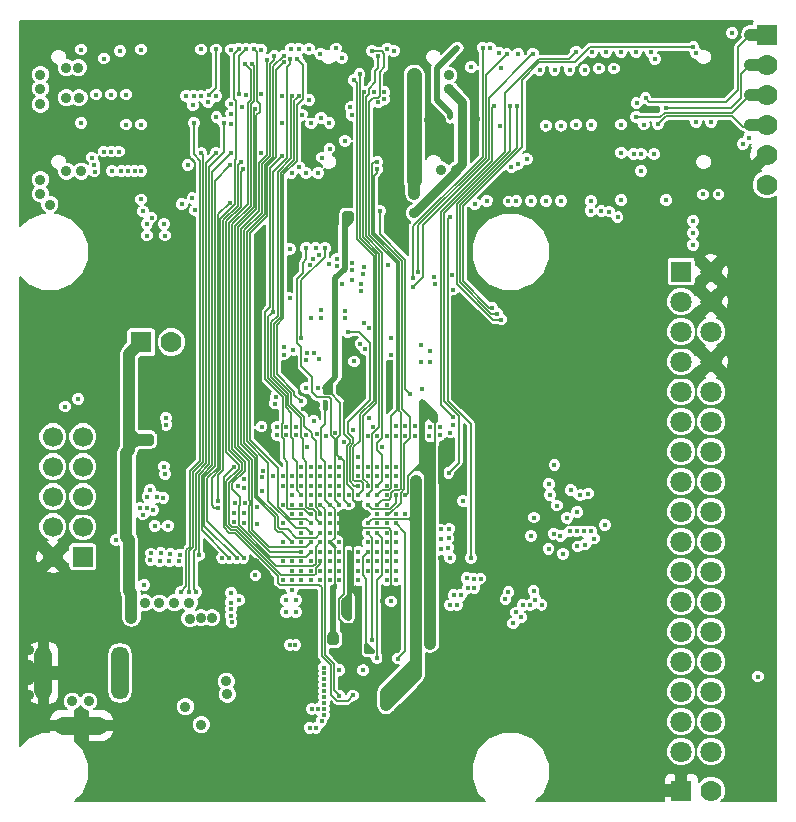
<source format=gbr>
G04 #@! TF.FileFunction,Copper,L2,Inr,Signal*
%FSLAX46Y46*%
G04 Gerber Fmt 4.6, Leading zero omitted, Abs format (unit mm)*
G04 Created by KiCad (PCBNEW 201610010949+7276~55~ubuntu14.04.1-) date Wed Oct  5 10:28:32 2016*
%MOMM*%
%LPD*%
G01*
G04 APERTURE LIST*
%ADD10C,0.100000*%
%ADD11R,1.778000X1.778000*%
%ADD12C,1.700000*%
%ADD13R,1.700000X1.700000*%
%ADD14C,1.800000*%
%ADD15R,1.750000X1.750000*%
%ADD16O,4.500000X1.500000*%
%ADD17O,1.500000X4.500000*%
%ADD18C,1.778000*%
%ADD19C,0.900000*%
%ADD20C,0.450000*%
%ADD21C,0.127000*%
%ADD22C,0.254000*%
%ADD23C,1.016000*%
%ADD24C,0.508000*%
%ADD25C,1.270000*%
%ADD26C,0.431800*%
%ADD27C,0.762000*%
%ADD28C,0.406400*%
%ADD29C,0.203200*%
G04 APERTURE END LIST*
D10*
D11*
X171450000Y-118618000D03*
D12*
X118237000Y-88646000D03*
X120777000Y-88646000D03*
X118237000Y-91186000D03*
X120777000Y-91186000D03*
X118237000Y-93726000D03*
X120777000Y-93726000D03*
X118237000Y-96266000D03*
X120777000Y-96266000D03*
X118237000Y-98806000D03*
D13*
X120777000Y-98806000D03*
D14*
X171450000Y-100076000D03*
X171450000Y-102616000D03*
X173990000Y-102616000D03*
X173990000Y-100076000D03*
X171450000Y-107696000D03*
X173990000Y-110236000D03*
X173990000Y-107696000D03*
X171450000Y-110236000D03*
X171450000Y-115316000D03*
X173990000Y-112776000D03*
X171450000Y-112776000D03*
X173990000Y-115316000D03*
X171450000Y-105156000D03*
X173990000Y-105156000D03*
X171450000Y-97536000D03*
X173990000Y-97536000D03*
X171450000Y-94996000D03*
X173990000Y-94996000D03*
X171450000Y-92456000D03*
X173990000Y-92456000D03*
X171450000Y-89916000D03*
X173990000Y-89916000D03*
X171450000Y-87376000D03*
X173990000Y-87376000D03*
X173990000Y-84836000D03*
X171450000Y-84836000D03*
X173990000Y-82296000D03*
X171450000Y-82296000D03*
X173990000Y-79756000D03*
X171450000Y-79756000D03*
X173990000Y-77216000D03*
X171450000Y-77216000D03*
X173990000Y-74676000D03*
D15*
X171450000Y-74676000D03*
D16*
X120652000Y-113111000D03*
D17*
X117452000Y-108661000D03*
X123952000Y-108661000D03*
D18*
X178689000Y-62230000D03*
X178689000Y-59690000D03*
X178689000Y-57150000D03*
D11*
X178689000Y-54610000D03*
D18*
X178689000Y-64770000D03*
X178689000Y-67310000D03*
X128270000Y-80645000D03*
D11*
X125730000Y-80645000D03*
D18*
X173990000Y-118618000D03*
D19*
X170027600Y-71323200D03*
X168148000Y-73177400D03*
X162407600Y-71551800D03*
X162407600Y-73126600D03*
X162026600Y-78968600D03*
X166344600Y-76784200D03*
X166344600Y-78917800D03*
X164363400Y-76758800D03*
X164338000Y-78917800D03*
X161366200Y-100660200D03*
X161366200Y-101828600D03*
X160147000Y-101828600D03*
X162407600Y-104216200D03*
X164109400Y-104216200D03*
X164109400Y-102539800D03*
X167259000Y-104216200D03*
X167259000Y-102514400D03*
X165608000Y-102539800D03*
X165608000Y-100965000D03*
X165608000Y-104216200D03*
D20*
X121420621Y-95230932D03*
D19*
X162052000Y-81026000D03*
X166370000Y-81026000D03*
X164338000Y-81026000D03*
X160274000Y-81026000D03*
X166370000Y-85090000D03*
X166370000Y-83566000D03*
X162052000Y-85090000D03*
X164338000Y-85090000D03*
X164338000Y-86614000D03*
X160274000Y-86614000D03*
X162052000Y-86614000D03*
X162052000Y-89408000D03*
X160274000Y-89408000D03*
X160274000Y-83566000D03*
X162052000Y-83566000D03*
X164338000Y-83566000D03*
X165608000Y-107950000D03*
X163068000Y-107950000D03*
X165608000Y-110083600D03*
X168402000Y-115824000D03*
X166370000Y-115824000D03*
X163830000Y-115824000D03*
X163830000Y-113030004D03*
X166370000Y-113030000D03*
X161290000Y-115824000D03*
X161290000Y-113030000D03*
D20*
X143256000Y-68834000D03*
X142000010Y-69800000D03*
D19*
X168021000Y-94742000D03*
X160147000Y-99893122D03*
X163195000Y-110109000D03*
X160655000Y-110083600D03*
X160655000Y-107950000D03*
X169164000Y-72186800D03*
X176783994Y-105156000D03*
X176784000Y-102616000D03*
X176783996Y-100076000D03*
X176784000Y-97536000D03*
X176784000Y-94996000D03*
X176784000Y-92456000D03*
X176784000Y-89916000D03*
X176784000Y-87376000D03*
X176783992Y-84836000D03*
X168021000Y-81026000D03*
X161290000Y-118618000D03*
X163830000Y-118618000D03*
X166370000Y-118618000D03*
X168910000Y-118618000D03*
X158115000Y-110083600D03*
X158115000Y-111760000D03*
X155575000Y-106045000D03*
X156845006Y-107315000D03*
X158115000Y-107950000D03*
X179082700Y-112788700D03*
X179070000Y-110236002D03*
X179069998Y-107683300D03*
X179069998Y-105168700D03*
X179070004Y-102616000D03*
X179069998Y-100101400D03*
X179070000Y-97574100D03*
X179070000Y-94983300D03*
X179070001Y-92494101D03*
X179070000Y-89941400D03*
X179070000Y-87401400D03*
X179069998Y-84810600D03*
X179070000Y-82296000D03*
D20*
X127600930Y-93100000D03*
D19*
X153949400Y-61772800D03*
D20*
X136423046Y-86497545D03*
X153365200Y-55829200D03*
X153949400Y-55829200D03*
D19*
X151116519Y-61865294D03*
D20*
X126561028Y-87630503D03*
X126539725Y-87000000D03*
D19*
X150114006Y-61861270D03*
D20*
X129123305Y-97076695D03*
X135538136Y-94567056D03*
D19*
X121920000Y-56007000D03*
X121920000Y-61976000D03*
X119380000Y-61976000D03*
D20*
X175895000Y-53550001D03*
X174879000Y-53550001D03*
X144526000Y-53550001D03*
X145415000Y-53550001D03*
X146177000Y-53550001D03*
X144018000Y-53550001D03*
X146939000Y-53550001D03*
X147701000Y-53550001D03*
X148463000Y-53550001D03*
X143129000Y-53550001D03*
X149225000Y-53550001D03*
X150495000Y-53550001D03*
X177038000Y-53594000D03*
D19*
X115889000Y-68100000D03*
X115889000Y-66200000D03*
X115899994Y-54000000D03*
X115900000Y-55100000D03*
X115900008Y-56400000D03*
X115899996Y-58000000D03*
X115900004Y-59500000D03*
X115900000Y-61000000D03*
X115888990Y-63993000D03*
X115889000Y-69708004D03*
X115889000Y-62849992D03*
D20*
X143637000Y-107823000D03*
X144145000Y-107823000D03*
D19*
X151865873Y-116205000D03*
X150495000Y-116840000D03*
X147955000Y-116840000D03*
X134620000Y-118872000D03*
X142748000Y-116840000D03*
X137414000Y-116840000D03*
X137414000Y-118872000D03*
X147955000Y-118872000D03*
X149225000Y-118872000D03*
X150495000Y-118872000D03*
X116205008Y-113029992D03*
X116205008Y-111759992D03*
X116205008Y-110489992D03*
X116205008Y-109219992D03*
X116205008Y-107949992D03*
X116205008Y-106679992D03*
X116205008Y-105409992D03*
X116205008Y-104140000D03*
X117400000Y-105400000D03*
X121600000Y-108500000D03*
X121600000Y-106800000D03*
X121600000Y-105300000D03*
X120799996Y-103200000D03*
X121600000Y-104000000D03*
X119900000Y-102300000D03*
X119000000Y-101400000D03*
X118237000Y-100637000D03*
D20*
X121400000Y-97500000D03*
X151042230Y-98958042D03*
X139784554Y-89500000D03*
X143770192Y-84900000D03*
X143770192Y-84500000D03*
D19*
X176657000Y-78740000D03*
X176657000Y-80010000D03*
X154305000Y-109220000D03*
X151765000Y-106045000D03*
X153035000Y-106045000D03*
X154305000Y-106045000D03*
X154305000Y-110490000D03*
X158115000Y-113030000D03*
X156210000Y-113030000D03*
X154305000Y-111760000D03*
X156209990Y-111760000D03*
X153487000Y-113606000D03*
X179070000Y-73660000D03*
X179070000Y-116205000D03*
X179070000Y-80010000D03*
X179070000Y-77470000D03*
X179070000Y-74929982D03*
D20*
X139470191Y-86284776D03*
X146103256Y-89500000D03*
X146900000Y-84900000D03*
X136500000Y-103500000D03*
X136099994Y-103500000D03*
X129200000Y-97500000D03*
X129200000Y-98000000D03*
X135408401Y-99202270D03*
X136426083Y-89363606D03*
X136400000Y-88600000D03*
X151100000Y-89500000D03*
X144145000Y-103504992D03*
X146100000Y-102600000D03*
X144100000Y-94400000D03*
X142500000Y-95200000D03*
X144100000Y-95200000D03*
X144100000Y-96000000D03*
X140207992Y-106934000D03*
X139700000Y-106934000D03*
X144145000Y-104013000D03*
X146900000Y-82299994D03*
X146900000Y-84300000D03*
X147300000Y-95200000D03*
X139700000Y-103500000D03*
X136500000Y-103000000D03*
D19*
X128532346Y-74800000D03*
X128532346Y-73800000D03*
D20*
X138500000Y-93600000D03*
X144100000Y-90400000D03*
X151100000Y-92600000D03*
X151100000Y-92200000D03*
X139700000Y-102500000D03*
X148100000Y-95200000D03*
X137700000Y-94400000D03*
X142500000Y-96000000D03*
X143300000Y-95200000D03*
X143300000Y-96000000D03*
X137700000Y-99200000D03*
X143300000Y-96800000D03*
X142500000Y-96800000D03*
D19*
X142748000Y-118872000D03*
X152781000Y-118872000D03*
X116205000Y-84455000D03*
D20*
X115852000Y-82649000D03*
X115852000Y-81435000D03*
X115852000Y-80109000D03*
X115852000Y-76355000D03*
X115853690Y-78879785D03*
X115852000Y-77569000D03*
D19*
X128818005Y-110293212D03*
X134783346Y-111596654D03*
D20*
X144525783Y-110564467D03*
D19*
X135636000Y-108585000D03*
X137414000Y-114046000D03*
X137414000Y-112522000D03*
X133436473Y-115566356D03*
X132080114Y-113272524D03*
X132106035Y-115570633D03*
X131548199Y-107754846D03*
X132084000Y-114300000D03*
X130198028Y-107713016D03*
X132461000Y-118872000D03*
X130810000Y-118872000D03*
X130810000Y-117729000D03*
X126993015Y-118927245D03*
X127000000Y-117729000D03*
D20*
X141499996Y-69800000D03*
X141500000Y-70300000D03*
D19*
X148844000Y-66928996D03*
X148844000Y-58052130D03*
X148844000Y-68071994D03*
X148844000Y-59055004D03*
X117200000Y-60500012D03*
X117200000Y-68100000D03*
X118000000Y-69000000D03*
X117200000Y-66900004D03*
X117200000Y-58000000D03*
X117200000Y-59200000D03*
X121285000Y-111059753D03*
X119887292Y-111059753D03*
X130810000Y-113030000D03*
X132943600Y-109372400D03*
X133017260Y-110456980D03*
X129476500Y-111506000D03*
X148844000Y-69723000D03*
X151111713Y-66073107D03*
X152400000Y-66065398D03*
X151765000Y-58052130D03*
X151765000Y-59182000D03*
X119380000Y-59944000D03*
X120471770Y-59944000D03*
D20*
X126196464Y-71628000D03*
X127745270Y-71628000D03*
D19*
X120649990Y-66167000D03*
X119380000Y-66166952D03*
D20*
X143000000Y-69800000D03*
X127828941Y-87650127D03*
X127807638Y-87067044D03*
X127659654Y-70656218D03*
X126196464Y-70639238D03*
D19*
X120395994Y-57404000D03*
X119380000Y-57404000D03*
D20*
X172466000Y-70400000D03*
X172466000Y-71400000D03*
X124700000Y-97400000D03*
X142570192Y-90420262D03*
X172466000Y-72400000D03*
X135400000Y-100400000D03*
X126000000Y-101200000D03*
X135553207Y-96080516D03*
X141300000Y-84900000D03*
X145300000Y-105900000D03*
X144900000Y-96800000D03*
X143300000Y-94400000D03*
X141700000Y-96000000D03*
X143300000Y-98400000D03*
D19*
X147955000Y-109855000D03*
X147955000Y-108839000D03*
X149000000Y-105889000D03*
D20*
X149000000Y-103013730D03*
X138811000Y-102489000D03*
X138811000Y-103505000D03*
X138322000Y-106280000D03*
X138792000Y-106280000D03*
X146900000Y-102600000D03*
X142900000Y-102600000D03*
X143256000Y-104013010D03*
X143256000Y-103505000D03*
X126587657Y-89154000D03*
X126587657Y-88646000D03*
X137700000Y-96000000D03*
X141300000Y-84500000D03*
X147300000Y-91200000D03*
X149000000Y-98800000D03*
X149000000Y-92400000D03*
X146500000Y-91200000D03*
X139300000Y-91200000D03*
X138500000Y-92800000D03*
X144900000Y-96000000D03*
X137700000Y-92800000D03*
X137700000Y-100800000D03*
X142496540Y-108419900D03*
X144522358Y-108434732D03*
D19*
X146471000Y-111379000D03*
X126025275Y-102730935D03*
X124968000Y-102743000D03*
X129791641Y-102727941D03*
X130786923Y-103999270D03*
X129855726Y-104060720D03*
X128537813Y-102731183D03*
X127254000Y-102743000D03*
X124984339Y-103992994D03*
X131720553Y-103988242D03*
D20*
X150200000Y-106200000D03*
X150200000Y-105700000D03*
X141309536Y-85697810D03*
X141319634Y-86198779D03*
X141700000Y-97600000D03*
X144800000Y-106800000D03*
X145300000Y-106800000D03*
X149500000Y-85700000D03*
X149500000Y-86199994D03*
X144900000Y-98400000D03*
X141700000Y-94400000D03*
X142239988Y-106045000D03*
X141732000Y-106045000D03*
X142240000Y-105537000D03*
X141732000Y-105537000D03*
X138000000Y-102500000D03*
X140500000Y-113300000D03*
X140000000Y-113300000D03*
X141000000Y-112700000D03*
X141182770Y-112200000D03*
X141200000Y-108200000D03*
X141200000Y-108700000D03*
X141200000Y-109200000D03*
X141200000Y-109700000D03*
X141200000Y-110200000D03*
X141200000Y-110700000D03*
X141200000Y-111200000D03*
X141182764Y-111700006D03*
X140699994Y-111700006D03*
X140200000Y-111700006D03*
X138008000Y-103500000D03*
X144900000Y-94400000D03*
X148100000Y-93600000D03*
X147300000Y-93600000D03*
X120395996Y-85471000D03*
X140900000Y-92800000D03*
X132600000Y-98900000D03*
X140100000Y-99200000D03*
X119300000Y-86100012D03*
X137017886Y-85850731D03*
X140100000Y-92000000D03*
X135926106Y-87802270D03*
X139300000Y-92000000D03*
X139649200Y-88493594D03*
X127765492Y-91818716D03*
X126875849Y-96195314D03*
X140100000Y-91200000D03*
X147447000Y-107442000D03*
X147300000Y-96000000D03*
X127635000Y-91186000D03*
X128000000Y-96199990D03*
X144990915Y-87030172D03*
X142300000Y-74200000D03*
X138023598Y-88519000D03*
X138621908Y-81290378D03*
X137228149Y-88519000D03*
X137800000Y-81700000D03*
X140360400Y-81610202D03*
X140580006Y-88399087D03*
X142976600Y-78028800D03*
X140919200Y-77927200D03*
X143769726Y-82284825D03*
X141383288Y-88616745D03*
X140817600Y-82118200D03*
X140900000Y-92000000D03*
X139750800Y-81610200D03*
X140919200Y-78587600D03*
X140111770Y-78588486D03*
X140900000Y-91200000D03*
X139674604Y-84505800D03*
X141700000Y-93600000D03*
X140328794Y-87331407D03*
X139700000Y-82194400D03*
X140789703Y-73230202D03*
X141700000Y-91200000D03*
X139708289Y-72700000D03*
X142500000Y-94400000D03*
X140706282Y-84500006D03*
X140499992Y-72700000D03*
X139300000Y-80300000D03*
X141300000Y-72700000D03*
X141700000Y-92800000D03*
X142168047Y-88334236D03*
X140266039Y-73640910D03*
X139984488Y-74124097D03*
X141700000Y-92000000D03*
X141665970Y-74030586D03*
X144100000Y-91200000D03*
X142900000Y-89100010D03*
X142300000Y-73600000D03*
X138303000Y-72770998D03*
X145948400Y-69545200D03*
X148485501Y-85004403D03*
X149529792Y-84607400D03*
X142500000Y-93600000D03*
X143540034Y-74574581D03*
X144905612Y-92000000D03*
X144576800Y-74269600D03*
X148893181Y-87726670D03*
X146583400Y-74079100D03*
X146500000Y-92000000D03*
X144500479Y-74862340D03*
X148097719Y-88600000D03*
X143560800Y-73990200D03*
X145701063Y-92000000D03*
X144364930Y-75749146D03*
X148097728Y-87731876D03*
X143535590Y-75371713D03*
X145700000Y-91200000D03*
X144364930Y-76352400D03*
X147302268Y-88600000D03*
X142753708Y-75719169D03*
X145706817Y-88600000D03*
X147297730Y-87791097D03*
X146900000Y-80300000D03*
X146888200Y-81711800D03*
X146502268Y-88600000D03*
X143210963Y-79772342D03*
X144100000Y-92800000D03*
X144287975Y-80782119D03*
X144110161Y-91999682D03*
X144671800Y-81214091D03*
X144900000Y-91200000D03*
X137800000Y-81100000D03*
X142500000Y-92800000D03*
X145008600Y-79476600D03*
X145316109Y-87802270D03*
X149402270Y-80900004D03*
X149405285Y-82291398D03*
X144602200Y-78994000D03*
X144905961Y-88616820D03*
X150197730Y-81400000D03*
X150200737Y-82291734D03*
X143002000Y-78613000D03*
X142500000Y-91200000D03*
X177927000Y-108966000D03*
X151892000Y-61620400D03*
X175768000Y-54483000D03*
X152501600Y-55753000D03*
X120650000Y-62103000D03*
X120650000Y-55880000D03*
X140900000Y-94400000D03*
X142493019Y-110567179D03*
X133608640Y-91202730D03*
X143638744Y-110566407D03*
X143672191Y-88060907D03*
X143300000Y-93600000D03*
X142500000Y-92000000D03*
X142500000Y-99200000D03*
X144100000Y-99200000D03*
X141681200Y-64261998D03*
X122555000Y-64516000D03*
X133320024Y-102693181D03*
X157910318Y-103938380D03*
X140900000Y-100800000D03*
X141039669Y-65019548D03*
X123825000Y-64516000D03*
X133347158Y-101897730D03*
X140714162Y-66321238D03*
X124049071Y-66167013D03*
X123586567Y-97416806D03*
X143535400Y-61442600D03*
X140900000Y-100000000D03*
X169138600Y-64744600D03*
X157226000Y-104470200D03*
X139682480Y-66336130D03*
X123253620Y-66167000D03*
X134013296Y-102502967D03*
X143444773Y-60767773D03*
X167665400Y-60426600D03*
X141699169Y-100798473D03*
X138455329Y-66323006D03*
X124608293Y-66163759D03*
X126509246Y-99100872D03*
X132715000Y-62103000D03*
X141700000Y-99200000D03*
X130600000Y-98700000D03*
X134349270Y-66014550D03*
X140900000Y-99200000D03*
X157454600Y-103530400D03*
X168046400Y-64693800D03*
X135873693Y-64631189D03*
X141700000Y-100000000D03*
X159621709Y-102875406D03*
X140100000Y-100800000D03*
X121776270Y-66202768D03*
X133349301Y-103810375D03*
X133266914Y-65669562D03*
X141700000Y-98400000D03*
X133800000Y-98900000D03*
X133333270Y-64643000D03*
X133200000Y-98900000D03*
X142500000Y-98400000D03*
X129667000Y-65659000D03*
X138500000Y-101624461D03*
X132065357Y-64641891D03*
X142500000Y-100800000D03*
X130400000Y-101800000D03*
X125170770Y-66163759D03*
X126556739Y-98542444D03*
X130793270Y-64643008D03*
X129800000Y-101800000D03*
X142500000Y-97600000D03*
X125730006Y-66167000D03*
X127304697Y-99176816D03*
X126602270Y-70104000D03*
X128982095Y-98643014D03*
X125857157Y-69576750D03*
X128186644Y-98609049D03*
X156565600Y-102412800D03*
X167436800Y-64693800D03*
X123189988Y-64516000D03*
X130296665Y-69492564D03*
X139300000Y-100000000D03*
X168275000Y-62230000D03*
X124460000Y-62230000D03*
X144100000Y-100800006D03*
X125730000Y-68563270D03*
X127391193Y-98507500D03*
X156819600Y-101828600D03*
X166370000Y-64607236D03*
X125730000Y-62230000D03*
X129171722Y-68977730D03*
X139300000Y-100800000D03*
X121539006Y-65024000D03*
X133385550Y-104368431D03*
X133218195Y-68827049D03*
X134400000Y-98900000D03*
X140900000Y-98400000D03*
X130175000Y-62103000D03*
X129100000Y-101800000D03*
X142500000Y-100000000D03*
X130066276Y-68436270D03*
X138500000Y-100800000D03*
X121773592Y-65623932D03*
X133356912Y-103251195D03*
X157073600Y-65836800D03*
X173990000Y-62001401D03*
X147300000Y-99998126D03*
X153974800Y-68935600D03*
X174599596Y-68148200D03*
X145700000Y-99200000D03*
X157607000Y-65557400D03*
X172720000Y-62001400D03*
X147300000Y-100797730D03*
X150545800Y-75158600D03*
X146500000Y-99200000D03*
X173304202Y-68148200D03*
X138836400Y-87807800D03*
X146306725Y-60081578D03*
X170129200Y-60807604D03*
X152476200Y-102895400D03*
X166065200Y-70078600D03*
X138023600Y-87807798D03*
X145796000Y-60350400D03*
X168427400Y-59994790D03*
X150622000Y-75742800D03*
X170180000Y-68630800D03*
X146500000Y-100000000D03*
X145440400Y-59512200D03*
X169468796Y-62153800D03*
X137700000Y-92000000D03*
X151892000Y-102895400D03*
X165328600Y-69596000D03*
X142974762Y-63603438D03*
X167640000Y-61595000D03*
X136900000Y-92000000D03*
X164693600Y-69570599D03*
X152776947Y-102086653D03*
X141668933Y-62094330D03*
X136000004Y-91540769D03*
X166370000Y-62230000D03*
X152078470Y-74956456D03*
X145700000Y-100000000D03*
X166370000Y-68605400D03*
X139076042Y-65793302D03*
X139300000Y-92800000D03*
X163779199Y-69519800D03*
X152196367Y-102082600D03*
X163844538Y-62244538D03*
X137668000Y-62103000D03*
X134423622Y-93019758D03*
X152146000Y-76200000D03*
X146500009Y-100797730D03*
X163804600Y-68713592D03*
X155600400Y-60629800D03*
X162560000Y-62230000D03*
X140100000Y-94400000D03*
X152100000Y-87000000D03*
X151890162Y-70025962D03*
X153644600Y-98925568D03*
X144900000Y-99200000D03*
X153286539Y-100644749D03*
X154990800Y-68681600D03*
X156819600Y-68732400D03*
X153872558Y-100665943D03*
X134166347Y-65405000D03*
X132207000Y-94107000D03*
X141700000Y-95200000D03*
X168071800Y-66167000D03*
X144097730Y-100023547D03*
X140131036Y-62125488D03*
X156128997Y-62373730D03*
X135984451Y-93261230D03*
X154457400Y-100665943D03*
X157480000Y-68707000D03*
X158369000Y-65151000D03*
X137668000Y-64913730D03*
X140100000Y-95200000D03*
X158750000Y-68707000D03*
X144900000Y-100000000D03*
X139344400Y-61391800D03*
X138524460Y-94400000D03*
X153924000Y-101473000D03*
X160020000Y-68707000D03*
X159987122Y-62319375D03*
X133333270Y-62137390D03*
X139300000Y-94400000D03*
X153365200Y-101498400D03*
X161290000Y-68707000D03*
X140968162Y-61643962D03*
X135982227Y-92100345D03*
X161281535Y-62319375D03*
X137795000Y-56388000D03*
X140100000Y-96800000D03*
X142240000Y-55778400D03*
X127048962Y-93753238D03*
X139928600Y-55803800D03*
X126492000Y-93167200D03*
X140895638Y-56237438D03*
X127609600Y-93827600D03*
X139065000Y-55803800D03*
X133967736Y-55833586D03*
X132207000Y-94666233D03*
X141700000Y-96800000D03*
X134239000Y-60722730D03*
X133599019Y-95902065D03*
X138430000Y-55803800D03*
X126253511Y-93720431D03*
X138463451Y-59816992D03*
X140896985Y-96002270D03*
X137007600Y-56388000D03*
X140890778Y-96800000D03*
X131402728Y-60308270D03*
X139300000Y-96800000D03*
X135885948Y-55875948D03*
X126746000Y-94869000D03*
X135906426Y-59673270D03*
X133602270Y-95102270D03*
X133985000Y-59673270D03*
X134603992Y-55808634D03*
X137700000Y-97602270D03*
X134620000Y-59690000D03*
X139300000Y-96000000D03*
X126198435Y-94670487D03*
X133350000Y-55880000D03*
X137823422Y-56946509D03*
X140100000Y-96000000D03*
X131450283Y-59751064D03*
X132080000Y-55863270D03*
X139300000Y-97600000D03*
X132080000Y-59800270D03*
X134400000Y-95102270D03*
X125641426Y-94720304D03*
X130810000Y-55863270D03*
X130792349Y-59793136D03*
X133711144Y-94254210D03*
X139954000Y-60146767D03*
X121920000Y-59690000D03*
X134423758Y-92216319D03*
X123190000Y-59690000D03*
X139048270Y-59817000D03*
X140897730Y-95202270D03*
X130175000Y-59800270D03*
X138500000Y-99200000D03*
X124460000Y-59690000D03*
X137668000Y-59817000D03*
X133886189Y-92865143D03*
X134493000Y-57076547D03*
X140897730Y-97600000D03*
X132100175Y-61576192D03*
X139300000Y-95200000D03*
X125730000Y-55880000D03*
X125857000Y-95250000D03*
X133350000Y-61341000D03*
X138500000Y-95200000D03*
X135110975Y-57076549D03*
X140100000Y-98400000D03*
X133350000Y-60452000D03*
X134394470Y-95937125D03*
X136398000Y-56769000D03*
X138500000Y-97600000D03*
X129540000Y-59800270D03*
X134506595Y-94267688D03*
X135255014Y-55808636D03*
X140100000Y-97600000D03*
X144627600Y-59461400D03*
X172720000Y-56159400D03*
X144900000Y-93600000D03*
X168910004Y-56057800D03*
X151900000Y-88300000D03*
X155448000Y-77724004D03*
X172479843Y-55654360D03*
X169214800Y-56676070D03*
X145700000Y-95200000D03*
X177165000Y-63373000D03*
X145732500Y-65405000D03*
X145700000Y-94400000D03*
X152100000Y-87700000D03*
X164465007Y-57472409D03*
X167640008Y-56057800D03*
X150997730Y-87832842D03*
X165735006Y-57472407D03*
X146500000Y-94400000D03*
X143738600Y-58470800D03*
X166370000Y-56057800D03*
X144100000Y-93600000D03*
X145669000Y-66023270D03*
X176657000Y-63881000D03*
X146500000Y-95200000D03*
X165099996Y-56057800D03*
X150997730Y-88552555D03*
X155845730Y-78232000D03*
X157556200Y-60629800D03*
X144221198Y-57962800D03*
X163931600Y-56057800D03*
X144900000Y-92800000D03*
X156226730Y-78740000D03*
X156972000Y-60629804D03*
X162560000Y-56057800D03*
X151750394Y-91711645D03*
X147300000Y-92800000D03*
X137219470Y-87808545D03*
X138303000Y-76936600D03*
X146304000Y-59486800D03*
X145262600Y-56007000D03*
X145700000Y-93600000D03*
X138328400Y-56642000D03*
X163271200Y-57607200D03*
X136848433Y-78100000D03*
X139300000Y-93600000D03*
X158876994Y-56235600D03*
X147300000Y-92000000D03*
X148735808Y-75971400D03*
X139242800Y-85674200D03*
X138912600Y-56642000D03*
X140100000Y-92800000D03*
X162001196Y-57581800D03*
X153669996Y-57378600D03*
X128900000Y-99200000D03*
X123952000Y-56007000D03*
X135401231Y-60941637D03*
X139300000Y-98400000D03*
X148742400Y-75260200D03*
X146500000Y-92800000D03*
X154635200Y-55727600D03*
X156184600Y-57429400D03*
X128100141Y-99200000D03*
X122555000Y-56642000D03*
X155270200Y-55753000D03*
X148900840Y-88600000D03*
X130102939Y-60595730D03*
X139300000Y-99200000D03*
X145796000Y-56413400D03*
X145700000Y-92800000D03*
X142722600Y-56591200D03*
X138500000Y-100000000D03*
X156057600Y-56134000D03*
X150102270Y-88602270D03*
X147116800Y-55981600D03*
X140100000Y-93600000D03*
X159461198Y-57581800D03*
X156667200Y-56261000D03*
X149199600Y-74752200D03*
X146500000Y-93600000D03*
X138836400Y-88493600D03*
X160731200Y-57581800D03*
X146558000Y-55829200D03*
X157657800Y-56261000D03*
X150161094Y-87813516D03*
X151726090Y-98043578D03*
X158724602Y-97053400D03*
X146500000Y-98400000D03*
X158038802Y-102920800D03*
X158978600Y-95504000D03*
X144900000Y-97600000D03*
X160718500Y-91059000D03*
X160237738Y-92673738D03*
X158648831Y-102920800D03*
X160320643Y-93591170D03*
X158953200Y-101701600D03*
X162102800Y-93192600D03*
X145700000Y-96000000D03*
X159105600Y-102463600D03*
X162877500Y-93599000D03*
X163576000Y-93472000D03*
X145700000Y-98400000D03*
X153000000Y-94100000D03*
X161797732Y-95519682D03*
X151800000Y-96452676D03*
X146500000Y-96000000D03*
X164973000Y-96139000D03*
X162653214Y-95046211D03*
X163220400Y-96672400D03*
X146500000Y-97600000D03*
X151753443Y-97248127D03*
X161222448Y-97044752D03*
X151100000Y-98197730D03*
X147300000Y-98400000D03*
X161443456Y-98568730D03*
X162000767Y-96672400D03*
X147300000Y-96800000D03*
X151105952Y-96502270D03*
X147300000Y-97600000D03*
X151100000Y-97300614D03*
X160652752Y-96867308D03*
X145700000Y-107400000D03*
X145700006Y-96800000D03*
X163322000Y-97790000D03*
X144100000Y-98400000D03*
X162610800Y-96672400D03*
X162661600Y-97942400D03*
X151866691Y-98898221D03*
X147300000Y-99200000D03*
X160909000Y-94487991D03*
X163829998Y-96672400D03*
X146500000Y-96800000D03*
X164084000Y-97282000D03*
X160223200Y-98145600D03*
X145700006Y-97600000D03*
X137118944Y-85297918D03*
X138500000Y-92000000D03*
X140900000Y-93600000D03*
X140100000Y-100000000D03*
D21*
X121102423Y-95230932D02*
X121420621Y-95230932D01*
X119500000Y-97543000D02*
X119500000Y-95600000D01*
X119500000Y-95600000D02*
X119869068Y-95230932D01*
X119869068Y-95230932D02*
X121102423Y-95230932D01*
D22*
X172720000Y-83566000D02*
X166370000Y-83566000D01*
D23*
X173990000Y-82296000D02*
X172720000Y-81026000D01*
D22*
X172720000Y-81026000D02*
X168021000Y-81026000D01*
D23*
X173990000Y-82296000D02*
X172720000Y-83566000D01*
D24*
X126900000Y-92399070D02*
X127375931Y-92875001D01*
X127375931Y-92875001D02*
X127600930Y-93100000D01*
X126900000Y-90100000D02*
X126900000Y-92399070D01*
X127300000Y-88347780D02*
X127300000Y-89700000D01*
X127200000Y-88247780D02*
X127300000Y-88347780D01*
X127300000Y-89700000D02*
X126900000Y-90100000D01*
D22*
X151025040Y-99293430D02*
X151025040Y-105305040D01*
X151042230Y-99276240D02*
X151025040Y-99293430D01*
X151315001Y-105595001D02*
X151765000Y-106045000D01*
X151042230Y-98958042D02*
X151042230Y-99276240D01*
X151025040Y-105305040D02*
X151315001Y-105595001D01*
D24*
X127200000Y-88247780D02*
X127178305Y-88247780D01*
X126539725Y-87000000D02*
X126539725Y-87609200D01*
X126786027Y-87855502D02*
X126561028Y-87630503D01*
X126539725Y-87609200D02*
X126561028Y-87630503D01*
X127178305Y-88247780D02*
X126786027Y-87855502D01*
X127200000Y-88247780D02*
X127200000Y-87660275D01*
X127200000Y-87660275D02*
X126764724Y-87224999D01*
X126764724Y-87224999D02*
X126539725Y-87000000D01*
X144145000Y-107315000D02*
X143861999Y-107598001D01*
X143861999Y-107598001D02*
X143637000Y-107823000D01*
X144145000Y-106934000D02*
X144145000Y-107315000D01*
X144018000Y-107823000D02*
X143637000Y-107823000D01*
X144145000Y-107823000D02*
X143637000Y-107823000D01*
X144145000Y-106934000D02*
X144145000Y-107823000D01*
D21*
X121081802Y-97500000D02*
X121400000Y-97500000D01*
X119543000Y-97500000D02*
X121081802Y-97500000D01*
X119500000Y-97543000D02*
X119543000Y-97500000D01*
X118237000Y-98806000D02*
X119500000Y-97543000D01*
X144100000Y-94400000D02*
X143700000Y-94000000D01*
X143163769Y-92663769D02*
X143163769Y-89424859D01*
X143700000Y-94000000D02*
X143700000Y-93200000D01*
X143700000Y-93200000D02*
X143163769Y-92663769D01*
X143163769Y-89424859D02*
X143397721Y-89190907D01*
X143397721Y-88897721D02*
X142900000Y-88400000D01*
X143397721Y-89190907D02*
X143397721Y-88897721D01*
X142900000Y-88400000D02*
X142900000Y-85770192D01*
X142900000Y-85770192D02*
X143545193Y-85124999D01*
X143545193Y-85124999D02*
X143770192Y-84900000D01*
D24*
X143770192Y-84900000D02*
X143770192Y-84500000D01*
D22*
X146100000Y-102600000D02*
X146200000Y-102700000D01*
X146200000Y-102700000D02*
X146200000Y-108890250D01*
X146200000Y-108890250D02*
X144525783Y-110564467D01*
D24*
X135633400Y-99433400D02*
X135900000Y-99700000D01*
X135900000Y-99700000D02*
X136500000Y-100300000D01*
X136099994Y-103500000D02*
X136099994Y-99899994D01*
X136099994Y-99899994D02*
X135900000Y-99700000D01*
X136099994Y-103500000D02*
X136500000Y-103500000D01*
X136500000Y-103000000D02*
X136500000Y-103500000D01*
X136500000Y-103300000D02*
X136500000Y-103500000D01*
X136099994Y-103400006D02*
X136099994Y-103500000D01*
X136500000Y-103000000D02*
X136099994Y-103400006D01*
X136500000Y-100300000D02*
X136500000Y-103000000D01*
X135408401Y-99202270D02*
X135633400Y-99427269D01*
X135633400Y-99427269D02*
X135633400Y-99433400D01*
X144145000Y-104013000D02*
X144145000Y-106934000D01*
X151100000Y-92200000D02*
X151100000Y-92600000D01*
X151100000Y-89500000D02*
X151100000Y-92200000D01*
D21*
X142500000Y-96800000D02*
X142900000Y-97200000D01*
X142900000Y-97200000D02*
X142900000Y-101996513D01*
X142900000Y-104500000D02*
X144145000Y-104500000D01*
X142900000Y-101996513D02*
X142473271Y-102423243D01*
X142473271Y-102423243D02*
X142473271Y-104073271D01*
X142473271Y-104073271D02*
X142900000Y-104500000D01*
X144145000Y-104500000D02*
X144145000Y-104013000D01*
D22*
X146100000Y-102600000D02*
X146100000Y-102000000D01*
D21*
X146100000Y-102000000D02*
X146900000Y-101200000D01*
X146900000Y-101200000D02*
X146900000Y-96600000D01*
X146900000Y-96600000D02*
X146700000Y-96400000D01*
X146700000Y-96400000D02*
X144500000Y-96400000D01*
X144500000Y-96400000D02*
X144100000Y-96000000D01*
D24*
X144145000Y-102245000D02*
X144145000Y-103504992D01*
D21*
X143300000Y-96800000D02*
X143700000Y-97200000D01*
D24*
X144145000Y-103504992D02*
X144145000Y-104013000D01*
D21*
X143700000Y-101800000D02*
X144145000Y-102245000D01*
X143700000Y-97200000D02*
X143700000Y-101800000D01*
D25*
X148844000Y-66928996D02*
X148844000Y-59055004D01*
D23*
X148844000Y-68071994D02*
X148844000Y-66928996D01*
D25*
X148844000Y-59055004D02*
X148844000Y-58052130D01*
D21*
X142570192Y-90420262D02*
X142345193Y-90195263D01*
X142345193Y-90195263D02*
X142345193Y-88758182D01*
X142345193Y-88758182D02*
X142578232Y-88525143D01*
X142578232Y-88525143D02*
X142578232Y-85778232D01*
X142578232Y-85778232D02*
X141700000Y-84900000D01*
D24*
X142955849Y-70844151D02*
X143000000Y-70800000D01*
X142165487Y-76001516D02*
X142165487Y-75238001D01*
X142168666Y-83631334D02*
X142168666Y-76004695D01*
X141732000Y-84068000D02*
X142168666Y-83631334D01*
X142955849Y-74447639D02*
X142955849Y-70844151D01*
X142165487Y-75238001D02*
X142955849Y-74447639D01*
X142168666Y-76004695D02*
X142165487Y-76001516D01*
X141300000Y-84500000D02*
X141732000Y-84068000D01*
D26*
X141700000Y-84873270D02*
X141700000Y-84900000D01*
X141300000Y-84500000D02*
X141700000Y-84873270D01*
D24*
X141732000Y-84068000D02*
X141732000Y-84868000D01*
X141726730Y-84873270D02*
X141700000Y-84873270D01*
X141732000Y-84868000D02*
X141726730Y-84873270D01*
D27*
X152476200Y-65989198D02*
X152476200Y-66090800D01*
X152476200Y-66090800D02*
X148844000Y-69723000D01*
X152425400Y-66039998D02*
X152476200Y-65989198D01*
X152476200Y-65989198D02*
X152882600Y-65582798D01*
X152882600Y-65582798D02*
X152882600Y-60299600D01*
X152882600Y-60299600D02*
X152214999Y-59631999D01*
X152214999Y-59631999D02*
X151765000Y-59182000D01*
X152400000Y-66065398D02*
X152425400Y-66039998D01*
X152425400Y-66039998D02*
X152392291Y-66073107D01*
D23*
X124475001Y-90013999D02*
X124475001Y-97175001D01*
X124700000Y-89789000D02*
X124475001Y-90013999D01*
X124475001Y-97175001D02*
X124700000Y-97400000D01*
X124700000Y-87884000D02*
X124700000Y-81675000D01*
X124700000Y-81675000D02*
X125730000Y-80645000D01*
D24*
X125349000Y-89154000D02*
X124954000Y-89154000D01*
X125335000Y-89154000D02*
X124700000Y-89789000D01*
X126587657Y-89154000D02*
X125349000Y-89154000D01*
D23*
X124700000Y-89300000D02*
X124700000Y-89789000D01*
D24*
X125349000Y-89154000D02*
X125335000Y-89154000D01*
X125349000Y-88646000D02*
X124946000Y-88646000D01*
D23*
X124700000Y-89300000D02*
X124700000Y-87884000D01*
D24*
X126587657Y-88646000D02*
X125349000Y-88646000D01*
X124700000Y-87884000D02*
X124700000Y-87997000D01*
X124700000Y-87997000D02*
X125349000Y-88646000D01*
D23*
X147955000Y-109855000D02*
X148971000Y-108839000D01*
X148971000Y-108839000D02*
X148971000Y-107823000D01*
X146471000Y-111379000D02*
X146471000Y-110323000D01*
X146471000Y-110323000D02*
X147955000Y-108839000D01*
X146471000Y-111379000D02*
X146471000Y-111339000D01*
X146471000Y-111339000D02*
X147955000Y-109855000D01*
X124700000Y-97718198D02*
X124700000Y-97400000D01*
X124900000Y-89100000D02*
X124700000Y-89300000D01*
X124900000Y-101900000D02*
X124700000Y-101700000D01*
X124700000Y-101700000D02*
X124700000Y-97718198D01*
D24*
X143000000Y-69800000D02*
X143500000Y-69800000D01*
D21*
X143300000Y-94400000D02*
X142900000Y-94000000D01*
X142900000Y-94000000D02*
X142900000Y-90750070D01*
X142900000Y-90750070D02*
X142795191Y-90645261D01*
X142795191Y-90645261D02*
X142570192Y-90420262D01*
D24*
X143000000Y-70800000D02*
X143000000Y-69800000D01*
X143275001Y-70524999D02*
X143000000Y-70800000D01*
X143500000Y-70300000D02*
X143275001Y-70524999D01*
X143500000Y-69800000D02*
X143500000Y-70300000D01*
D26*
X141300000Y-84500000D02*
X141300000Y-84900000D01*
D24*
X126587657Y-88646000D02*
X126587657Y-89154000D01*
X124954000Y-89154000D02*
X124900000Y-89100000D01*
X124946000Y-88646000D02*
X124900000Y-88600000D01*
D23*
X124900000Y-101900000D02*
X124900000Y-102675000D01*
X124900000Y-101900000D02*
X124900000Y-103992994D01*
D24*
X124900000Y-102675000D02*
X124968000Y-102743000D01*
X142900000Y-102600000D02*
X142900000Y-103657010D01*
X142900000Y-103657010D02*
X143256000Y-104013010D01*
D26*
X141300000Y-84900000D02*
X141700000Y-84900000D01*
D21*
X145300000Y-104400000D02*
X145300000Y-105900000D01*
X145300000Y-97200000D02*
X145300000Y-104400000D01*
X144900000Y-96800000D02*
X145300000Y-97200000D01*
D26*
X143300000Y-98400000D02*
X143300000Y-99900000D01*
D23*
X149000000Y-98800000D02*
X149000000Y-96100000D01*
X149000000Y-96100000D02*
X149000000Y-95600000D01*
D21*
X148400000Y-95600000D02*
X148900000Y-96100000D01*
X148900000Y-96100000D02*
X149000000Y-96100000D01*
X148300000Y-95600000D02*
X149000000Y-95600000D01*
X145300000Y-95600000D02*
X148300000Y-95600000D01*
D23*
X149000000Y-95600000D02*
X149000000Y-95000000D01*
X149000000Y-95000000D02*
X149000000Y-92400000D01*
D21*
X148300000Y-95600000D02*
X148400000Y-95600000D01*
X148400000Y-95600000D02*
X149000000Y-95000000D01*
X144900000Y-96000000D02*
X145300000Y-95600000D01*
D24*
X143200000Y-102900000D02*
X142900000Y-102600000D01*
X142900000Y-102600000D02*
X143300000Y-103000000D01*
X143300000Y-103969010D02*
X143300000Y-103000000D01*
X143300000Y-103000000D02*
X143300000Y-102200000D01*
D26*
X143300000Y-99900000D02*
X143300000Y-102200000D01*
D24*
X143300000Y-102200000D02*
X142900000Y-102600000D01*
D23*
X147955000Y-109855000D02*
X147955000Y-108839000D01*
X149000000Y-105889000D02*
X149000000Y-107794000D01*
X149000000Y-107794000D02*
X148971000Y-107823000D01*
X148971000Y-107823000D02*
X147955000Y-108839000D01*
X149000000Y-103013730D02*
X149000000Y-105889000D01*
X149000000Y-98800000D02*
X149000000Y-103013730D01*
D21*
X141700000Y-94400000D02*
X141300000Y-94000000D01*
X141300000Y-94000000D02*
X141300000Y-90800000D01*
X141319634Y-87611961D02*
X141319634Y-86516977D01*
X141300000Y-90800000D02*
X140977727Y-90477727D01*
X140977727Y-90477727D02*
X140977727Y-87953868D01*
X140977727Y-87953868D02*
X141319634Y-87611961D01*
X141319634Y-86516977D02*
X141319634Y-86198779D01*
X150500000Y-89200000D02*
X149900000Y-89200000D01*
X149900000Y-89200000D02*
X149900000Y-89400000D01*
X150600000Y-89200000D02*
X150500000Y-89300000D01*
X150500000Y-89300000D02*
X150500000Y-89400000D01*
X150500000Y-89400000D02*
X150300000Y-89600000D01*
X150600000Y-89100000D02*
X150500000Y-89200000D01*
X150500000Y-89200000D02*
X150300000Y-89400000D01*
X150300000Y-89400000D02*
X150300000Y-89600000D01*
X150600000Y-89300000D02*
X150600000Y-89600000D01*
X150300000Y-89700000D02*
X150300000Y-89800000D01*
X150500000Y-89700000D02*
X150300000Y-89700000D01*
X150600000Y-89600000D02*
X150500000Y-89700000D01*
X148300000Y-92000000D02*
X148800000Y-91500000D01*
X148800000Y-91500000D02*
X148900000Y-91400000D01*
X149500000Y-91400000D02*
X149400000Y-91500000D01*
X149400000Y-91500000D02*
X148800000Y-91500000D01*
X149000000Y-91300000D02*
X149100000Y-91200000D01*
X149300000Y-91200000D02*
X149100000Y-91200000D01*
X149100000Y-91200000D02*
X149400000Y-90900000D01*
X149400000Y-91300000D02*
X149300000Y-91200000D01*
X148900000Y-91400000D02*
X149000000Y-91300000D01*
X149500000Y-91400000D02*
X149400000Y-91300000D01*
X149400000Y-91300000D02*
X149000000Y-91300000D01*
D24*
X149500000Y-87400000D02*
X149500000Y-89000000D01*
X149500000Y-86900000D02*
X149500000Y-87400000D01*
X150200006Y-86900000D02*
X149900000Y-86900000D01*
X149500000Y-87300000D02*
X149900000Y-86900000D01*
X149900000Y-86900000D02*
X149500000Y-86900000D01*
X149500000Y-87400000D02*
X149500000Y-87300000D01*
D21*
X148100000Y-93600000D02*
X148300000Y-93400000D01*
X148300000Y-93400000D02*
X148300000Y-92000000D01*
X148900000Y-91400000D02*
X149500000Y-91400000D01*
D23*
X150200000Y-91600000D02*
X150200000Y-92100000D01*
X150200000Y-92100000D02*
X150200000Y-101100000D01*
D24*
X149500000Y-90900000D02*
X149500000Y-91400000D01*
X149500000Y-91400000D02*
X150200000Y-92100000D01*
D21*
X149400000Y-90900000D02*
X149500000Y-90900000D01*
D24*
X149500000Y-89000000D02*
X149500000Y-90900000D01*
X149500000Y-90900000D02*
X150200000Y-91600000D01*
X150200006Y-86900000D02*
X149724999Y-86424993D01*
X150600000Y-87299994D02*
X150200006Y-86900000D01*
X149500000Y-86199994D02*
X149500000Y-86900000D01*
X149500000Y-85700000D02*
X150600000Y-86800000D01*
X150600000Y-86800000D02*
X150600000Y-87299994D01*
D21*
X150200000Y-89700000D02*
X150300000Y-89600000D01*
X150300000Y-89600000D02*
X150600000Y-89300000D01*
X150600000Y-89300000D02*
X150600000Y-89200000D01*
X150600000Y-89200000D02*
X150600000Y-89100000D01*
X150600000Y-89100000D02*
X150600000Y-87299994D01*
D24*
X149724999Y-86424993D02*
X149500000Y-86199994D01*
D21*
X150200000Y-89700000D02*
X150500000Y-89400000D01*
D24*
X149900000Y-89400000D02*
X149900000Y-89400000D01*
X149900000Y-89400000D02*
X150300000Y-89800000D01*
X149500000Y-89000000D02*
X149900000Y-89400000D01*
X150300000Y-89800000D02*
X150200000Y-89700000D01*
D23*
X150200000Y-89700000D02*
X150200000Y-91600000D01*
X150200000Y-101100000D02*
X150200000Y-105700000D01*
X150200000Y-106200000D02*
X150200000Y-105700000D01*
D26*
X141319634Y-86198779D02*
X141319634Y-85707908D01*
X141319634Y-85707908D02*
X141309536Y-85697810D01*
D21*
X144900000Y-94400000D02*
X145300000Y-94800000D01*
X145300000Y-94800000D02*
X146800003Y-94800000D01*
X146800003Y-94800000D02*
X147300000Y-94300003D01*
X147300000Y-94300003D02*
X147300000Y-93600000D01*
X141700000Y-97600000D02*
X142100000Y-97200000D01*
X142100000Y-97200000D02*
X142100000Y-94800000D01*
X142100000Y-94800000D02*
X141700000Y-94400000D01*
D28*
X145300000Y-106800000D02*
X144800000Y-106300000D01*
X144800000Y-106300000D02*
X144800000Y-106800000D01*
D21*
X144800000Y-100700000D02*
X144800000Y-106300000D01*
X144800000Y-106300000D02*
X144800000Y-106481802D01*
D22*
X145300000Y-106800000D02*
X145075001Y-106575001D01*
X145075001Y-106575001D02*
X144800000Y-106300000D01*
D28*
X144800000Y-106800000D02*
X145300000Y-106800000D01*
D21*
X144900000Y-98400000D02*
X144500000Y-98800000D01*
X144500000Y-98800000D02*
X144500000Y-100400000D01*
X144500000Y-100400000D02*
X144800000Y-100700000D01*
D22*
X142100000Y-98000000D02*
X141700000Y-97600000D01*
D21*
X142100000Y-98000000D02*
X142100000Y-101100000D01*
X144800000Y-106481802D02*
X144800000Y-106800000D01*
X144800000Y-104300000D02*
X144800000Y-106481802D01*
D24*
X149500000Y-85700000D02*
X149500000Y-86199994D01*
X142000000Y-101500000D02*
X142000000Y-104700000D01*
X142000000Y-104700000D02*
X142000000Y-105269000D01*
D21*
X141900000Y-101300000D02*
X141800000Y-101400000D01*
X141800000Y-101500000D02*
X142000000Y-101500000D01*
X141800000Y-101400000D02*
X141800000Y-101500000D01*
X142100000Y-101100000D02*
X142200000Y-101200000D01*
X142200000Y-101500000D02*
X142100000Y-101400000D01*
X142200000Y-101200000D02*
X142200000Y-101500000D01*
X142100000Y-101400000D02*
X142000000Y-101400000D01*
X142100000Y-101100000D02*
X142100000Y-101500000D01*
X142100000Y-101500000D02*
X142000000Y-101500000D01*
X142000000Y-101500000D02*
X142000000Y-101400000D01*
X142000000Y-101400000D02*
X142000000Y-101200000D01*
X141900000Y-101300000D02*
X142000000Y-101200000D01*
X142000000Y-101200000D02*
X142100000Y-101100000D01*
D24*
X142239988Y-106045000D02*
X142239988Y-105537012D01*
X142239988Y-105537012D02*
X142240000Y-105537000D01*
X141732000Y-106045000D02*
X142239988Y-106045000D01*
X141732000Y-106045000D02*
X141732000Y-105537000D01*
X142240000Y-105537000D02*
X142000000Y-105297000D01*
X141732000Y-105537000D02*
X142000000Y-105269000D01*
X142240000Y-105537000D02*
X141732000Y-105537000D01*
D21*
X142000000Y-105297000D02*
X142000000Y-105269000D01*
X147671999Y-107217001D02*
X147447000Y-107442000D01*
X148100000Y-106789000D02*
X147671999Y-107217001D01*
X148100000Y-96800000D02*
X148100000Y-106789000D01*
X147300000Y-96000000D02*
X148100000Y-96800000D01*
X139708289Y-72700000D02*
X139708289Y-73651711D01*
X139708289Y-73651711D02*
X139446000Y-73914000D01*
X139446000Y-73914000D02*
X139446000Y-74765000D01*
X138900000Y-80700000D02*
X139300000Y-81100000D01*
X140200000Y-84900000D02*
X140600000Y-85300000D01*
X139446000Y-74765000D02*
X138900000Y-75311000D01*
X138900000Y-75311000D02*
X138900000Y-80700000D01*
X140600000Y-85300000D02*
X141600000Y-85300000D01*
X139300000Y-81100000D02*
X139300000Y-82700000D01*
X142100000Y-94000000D02*
X142275001Y-94175001D01*
X139300000Y-82700000D02*
X140200000Y-83600000D01*
X141770326Y-85470326D02*
X141770326Y-88525143D01*
X140200000Y-83600000D02*
X140200000Y-84900000D01*
X141600000Y-85300000D02*
X141770326Y-85470326D01*
X142100000Y-88854817D02*
X142100000Y-94000000D01*
X141770326Y-88525143D02*
X142100000Y-88854817D01*
X142275001Y-94175001D02*
X142500000Y-94400000D01*
X139300000Y-79981802D02*
X139300000Y-80300000D01*
X139300000Y-75400000D02*
X139300000Y-79981802D01*
X141300000Y-73400000D02*
X139300000Y-75400000D01*
X141300000Y-72700000D02*
X141300000Y-73400000D01*
X148082000Y-84600902D02*
X148485501Y-85004403D01*
X148082000Y-73660000D02*
X148082000Y-84600902D01*
X145948400Y-71526400D02*
X148082000Y-73660000D01*
X145948400Y-69545200D02*
X145948400Y-71526400D01*
X143210963Y-79772342D02*
X144161342Y-79772342D01*
X143200000Y-87432000D02*
X143200000Y-88300000D01*
X144161342Y-79772342D02*
X145110200Y-80721200D01*
X145110200Y-80721200D02*
X145110200Y-85521800D01*
X145110200Y-85521800D02*
X143200000Y-87432000D01*
X143200000Y-88300000D02*
X143700000Y-88800000D01*
X143700000Y-88800000D02*
X143700000Y-89222709D01*
X143700000Y-89222709D02*
X143400000Y-89522709D01*
X143400000Y-89522709D02*
X143400000Y-92418198D01*
X143400000Y-92418198D02*
X143781802Y-92800000D01*
X143781802Y-92800000D02*
X144100000Y-92800000D01*
D24*
X151892000Y-61302202D02*
X151892000Y-61620400D01*
X150774400Y-60159200D02*
X151892000Y-61276800D01*
X150774400Y-57480200D02*
X150774400Y-60159200D01*
X152501600Y-55753000D02*
X150774400Y-57480200D01*
X151892000Y-61276800D02*
X151892000Y-61302202D01*
D21*
X142268020Y-110342180D02*
X142493019Y-110567179D01*
X142036231Y-110110391D02*
X142268020Y-110342180D01*
X142036231Y-107902150D02*
X142036231Y-110110391D01*
X141300000Y-107165920D02*
X142036231Y-107902150D01*
X141300000Y-94800000D02*
X141300000Y-107165920D01*
X140900000Y-94400000D02*
X141300000Y-94800000D01*
X140800000Y-101200000D02*
X137500000Y-101200000D01*
X141800000Y-110500000D02*
X141800000Y-108000000D01*
X133383641Y-91427729D02*
X133608640Y-91202730D01*
X133666476Y-96800000D02*
X133200000Y-96800000D01*
X132715000Y-92096370D02*
X133383641Y-91427729D01*
X137300000Y-100433524D02*
X133666476Y-96800000D01*
X132715000Y-96315000D02*
X132715000Y-92096370D01*
X137300000Y-101000000D02*
X137300000Y-100433524D01*
X137500000Y-101200000D02*
X137300000Y-101000000D01*
X141800000Y-108000000D02*
X141000000Y-107200000D01*
X143205151Y-111000000D02*
X142300000Y-111000000D01*
X133200000Y-96800000D02*
X132715000Y-96315000D01*
X143638744Y-110566407D02*
X143205151Y-111000000D01*
X142300000Y-111000000D02*
X141800000Y-110500000D01*
X141000000Y-101400000D02*
X140800000Y-101200000D01*
X141000000Y-107200000D02*
X141000000Y-101400000D01*
X132715000Y-62103000D02*
X132715000Y-64580876D01*
X132715000Y-64580876D02*
X131470400Y-65825476D01*
X131470400Y-65825476D02*
X131470400Y-90997760D01*
X131470400Y-90997760D02*
X130600000Y-91868160D01*
X130600000Y-91868160D02*
X130600000Y-98700000D01*
X134349270Y-66014550D02*
X134137400Y-66226420D01*
X133764325Y-96563769D02*
X137600556Y-100400000D01*
X134137400Y-66226420D02*
X134137400Y-69240400D01*
X140900000Y-99400000D02*
X140900000Y-99200000D01*
X134137400Y-69240400D02*
X132943600Y-70434200D01*
X132943600Y-70434200D02*
X132943600Y-89966800D01*
X132943600Y-89966800D02*
X134037151Y-91060351D01*
X134037151Y-91060351D02*
X134037151Y-91360616D01*
X134037151Y-91360616D02*
X132951231Y-92446536D01*
X133347837Y-96563769D02*
X133764325Y-96563769D01*
X140500000Y-99800000D02*
X140900000Y-99400000D01*
X132951231Y-92446536D02*
X132951231Y-96167163D01*
X132951231Y-96167163D02*
X133347837Y-96563769D01*
X137600556Y-100400000D02*
X140400000Y-100400000D01*
X140400000Y-100400000D02*
X140500000Y-100300000D01*
X140500000Y-100300000D02*
X140500000Y-99800000D01*
X133266914Y-65669562D02*
X131960630Y-66975846D01*
X131960630Y-66975846D02*
X131960630Y-91175689D01*
X131960630Y-91175689D02*
X131082817Y-92053502D01*
X131082817Y-96182817D02*
X133800000Y-98900000D01*
X131082817Y-92053502D02*
X131082817Y-96182817D01*
X133333270Y-64643000D02*
X131724400Y-66251870D01*
X130846586Y-91955652D02*
X130846586Y-96546586D01*
X131724400Y-66251870D02*
X131724400Y-91077838D01*
X131724400Y-91077838D02*
X130846586Y-91955652D01*
X130846586Y-96546586D02*
X133200000Y-98900000D01*
X132065357Y-64641891D02*
X131216400Y-65490848D01*
X131216400Y-65490848D02*
X131216400Y-90906600D01*
X131216400Y-90906600D02*
X130336231Y-91786769D01*
X130336231Y-91786769D02*
X130336231Y-98175139D01*
X130336231Y-98175139D02*
X130175001Y-98336369D01*
X130175001Y-98336369D02*
X130175001Y-101575001D01*
X130175001Y-101575001D02*
X130400000Y-101800000D01*
X130793270Y-64643008D02*
X130962400Y-64812138D01*
X130962400Y-64812138D02*
X130962400Y-90797081D01*
X130962400Y-90797081D02*
X130100000Y-91659481D01*
X130100000Y-91659481D02*
X130100000Y-98034080D01*
X129800000Y-98334080D02*
X129800000Y-101800000D01*
X130100000Y-98034080D02*
X129800000Y-98334080D01*
X133218195Y-68827049D02*
X132207000Y-69838244D01*
X132207000Y-69838244D02*
X132207000Y-91263400D01*
X132207000Y-91263400D02*
X131319048Y-92151352D01*
X131319048Y-92151352D02*
X131319048Y-95819048D01*
X131319048Y-95819048D02*
X134400000Y-98900000D01*
X130175000Y-62103000D02*
X130175000Y-64744600D01*
X130175000Y-64744600D02*
X130708400Y-65278000D01*
X130708400Y-65278000D02*
X130708400Y-90703400D01*
X130708400Y-90703400D02*
X129844800Y-91567000D01*
X129844800Y-97955202D02*
X129563770Y-98236231D01*
X129844800Y-91567000D02*
X129844800Y-97955202D01*
X129563770Y-98236231D02*
X129563770Y-101336230D01*
X129563770Y-101336230D02*
X129100000Y-101800000D01*
X170129200Y-60807604D02*
X175666396Y-60807604D01*
X175666396Y-60807604D02*
X176530000Y-59944000D01*
X176530000Y-59944000D02*
X176530000Y-57912000D01*
X176530000Y-57912000D02*
X177292000Y-57150000D01*
D23*
X177292000Y-57150000D02*
X178689000Y-57150000D01*
D21*
X168427400Y-59994790D02*
X168757610Y-60325000D01*
X168757610Y-60325000D02*
X175260000Y-60325000D01*
X175260000Y-60325000D02*
X176276000Y-59309000D01*
X176276000Y-59309000D02*
X176276000Y-55626000D01*
X176276000Y-55626000D02*
X176911000Y-54991000D01*
X176911000Y-54991000D02*
X177292000Y-54610000D01*
D23*
X178689000Y-54610000D02*
X177292000Y-54610000D01*
D21*
X177114200Y-62407800D02*
X176657000Y-62407800D01*
X170154596Y-61468000D02*
X175717200Y-61468000D01*
X175717200Y-61468000D02*
X176657000Y-62407800D01*
X169468796Y-62153800D02*
X170154596Y-61468000D01*
X177292000Y-62230000D02*
X177114200Y-62407800D01*
D23*
X178689000Y-62230000D02*
X177292000Y-62230000D01*
D21*
X177292000Y-59690000D02*
X175768000Y-61214000D01*
X175768000Y-61214000D02*
X170053000Y-61214000D01*
X169672000Y-61595000D02*
X167640000Y-61595000D01*
X170053000Y-61214000D02*
X169672000Y-61595000D01*
D23*
X177292000Y-59690000D02*
X178689000Y-59690000D01*
D21*
X152100000Y-87000000D02*
X151104600Y-86004600D01*
X151104600Y-86004600D02*
X151104600Y-69621400D01*
X151104600Y-69621400D02*
X155422600Y-65303400D01*
X155422600Y-65303400D02*
X155422600Y-60807600D01*
X155422600Y-60807600D02*
X155600400Y-60629800D01*
X151665163Y-70250961D02*
X151890162Y-70025962D01*
X151665163Y-85599763D02*
X151665163Y-70250961D01*
X153644600Y-87579200D02*
X151665163Y-85599763D01*
X153644600Y-98925568D02*
X153644600Y-87579200D01*
X134166347Y-65405000D02*
X133900866Y-65670481D01*
X133900866Y-65670481D02*
X133900866Y-69095934D01*
X133900866Y-69095934D02*
X132689600Y-70307200D01*
X132689600Y-70307200D02*
X132689600Y-91448964D01*
X132689600Y-91448964D02*
X132207000Y-91931564D01*
X132207000Y-91931564D02*
X132207000Y-94107000D01*
X137668000Y-64913730D02*
X136657118Y-65924612D01*
X136657118Y-65924612D02*
X136657118Y-77702687D01*
X137625877Y-88709907D02*
X137800000Y-88884030D01*
X138197721Y-94797721D02*
X139497721Y-94797721D01*
X139497721Y-94797721D02*
X139900000Y-95200000D01*
X136657118Y-77702687D02*
X136252158Y-78107647D01*
X137718196Y-87499176D02*
X137625877Y-87591495D01*
X136252158Y-78107647D02*
X136252158Y-83801158D01*
X137800000Y-88884030D02*
X137800000Y-90500000D01*
X136252158Y-83801158D02*
X137718196Y-85267196D01*
X137718196Y-85267196D02*
X137718196Y-87499176D01*
X137625877Y-87591495D02*
X137625877Y-88709907D01*
X137800000Y-90500000D02*
X138100000Y-90800000D01*
X138100000Y-90800000D02*
X138100000Y-94700000D01*
X138100000Y-94700000D02*
X138197721Y-94797721D01*
X139900000Y-95200000D02*
X140100000Y-95200000D01*
X137795000Y-56388000D02*
X136906000Y-57277000D01*
X136906000Y-57277000D02*
X136906000Y-64943920D01*
X136184656Y-65665263D02*
X136184656Y-69800640D01*
X136906000Y-64943920D02*
X136184656Y-65665263D01*
X136184656Y-69800640D02*
X134696200Y-71289096D01*
X134696200Y-71289096D02*
X134696200Y-89052400D01*
X134696200Y-89052400D02*
X136500000Y-90856200D01*
X136500000Y-90856200D02*
X136500000Y-94100000D01*
X136500000Y-94100000D02*
X138800000Y-96400000D01*
X138800000Y-96400000D02*
X139700000Y-96400000D01*
X139700000Y-96400000D02*
X140100000Y-96800000D01*
X133967736Y-55833586D02*
X133587279Y-56214043D01*
X132443230Y-70197970D02*
X132443230Y-91361250D01*
X133587279Y-56214043D02*
X133587279Y-60100651D01*
X133587279Y-60100651D02*
X133747721Y-60261093D01*
X133747721Y-60261093D02*
X133747721Y-65180649D01*
X132443230Y-91361250D02*
X131682279Y-92122201D01*
X133747721Y-65180649D02*
X133664635Y-65263735D01*
X133664635Y-68976565D02*
X132443230Y-70197970D01*
X133664635Y-65263735D02*
X133664635Y-68976565D01*
X131682279Y-92122201D02*
X131682279Y-94459710D01*
X131682279Y-94459710D02*
X131888802Y-94666233D01*
X131888802Y-94666233D02*
X132207000Y-94666233D01*
X138193769Y-85975250D02*
X138193769Y-85074608D01*
X136724620Y-78975380D02*
X137300000Y-78400000D01*
X139386824Y-88845256D02*
X139251475Y-88709907D01*
X138446730Y-59833713D02*
X138463451Y-59816992D01*
X137300000Y-78400000D02*
X137300000Y-66216440D01*
X139700000Y-90800000D02*
X139386824Y-90486824D01*
X139700000Y-94565920D02*
X139700000Y-90800000D01*
X140500000Y-95000000D02*
X140302279Y-94802279D01*
X139936359Y-94802279D02*
X139700000Y-94565920D01*
X140896985Y-96002270D02*
X140500000Y-95605285D01*
X138446730Y-65069710D02*
X138446730Y-59833713D01*
X140302279Y-94802279D02*
X139936359Y-94802279D01*
X139251475Y-87032956D02*
X138193769Y-85975250D01*
X136724620Y-83605459D02*
X136724620Y-78975380D01*
X139386824Y-90486824D02*
X139386824Y-88845256D01*
X139251475Y-88709907D02*
X139251475Y-87032956D01*
X137300000Y-66216440D02*
X138446730Y-65069710D01*
X138193769Y-85074608D02*
X136724620Y-83605459D01*
X140500000Y-95605285D02*
X140500000Y-95000000D01*
X137007600Y-56388000D02*
X137007600Y-56794400D01*
X136667682Y-57134318D02*
X136667682Y-64848158D01*
X137500000Y-96500000D02*
X138156000Y-96500000D01*
X140490778Y-97200000D02*
X140890778Y-96800000D01*
X137007600Y-56794400D02*
X136667682Y-57134318D01*
X136667682Y-64848158D02*
X135948425Y-65567413D01*
X135948425Y-65567413D02*
X135948425Y-69673640D01*
X135573392Y-93663392D02*
X137300000Y-95390000D01*
X135948425Y-69673640D02*
X134442200Y-71179865D01*
X134442200Y-71179865D02*
X134442200Y-89179400D01*
X134442200Y-89179400D02*
X135573392Y-90310592D01*
X135573392Y-90310592D02*
X135573392Y-93663392D01*
X137300000Y-95390000D02*
X137300000Y-96300000D01*
X137300000Y-96300000D02*
X137500000Y-96500000D01*
X138156000Y-96500000D02*
X138856000Y-97200000D01*
X138856000Y-97200000D02*
X140490778Y-97200000D01*
X133985000Y-59355072D02*
X133985000Y-59673270D01*
X133985000Y-56427626D02*
X133985000Y-59355072D01*
X134603992Y-55808634D02*
X133985000Y-56427626D01*
X137823422Y-56946509D02*
X137174643Y-57595288D01*
X137174643Y-57595288D02*
X137174643Y-65009357D01*
X137174643Y-65009357D02*
X136420887Y-65763113D01*
X136420887Y-65763113D02*
X136420887Y-69953040D01*
X136420887Y-69953040D02*
X134950200Y-71423727D01*
X134950200Y-71423727D02*
X134950200Y-88972322D01*
X134950200Y-88972322D02*
X137300000Y-91322122D01*
X137300000Y-91322122D02*
X137300000Y-94565919D01*
X137300000Y-94565919D02*
X138334081Y-95600000D01*
X138334081Y-95600000D02*
X139700000Y-95600000D01*
X139700000Y-95600000D02*
X140100000Y-96000000D01*
X131675282Y-59526065D02*
X131450283Y-59751064D01*
X132080000Y-55863270D02*
X132080000Y-59121347D01*
X132080000Y-59121347D02*
X131675282Y-59526065D01*
X138684000Y-65191920D02*
X138684000Y-60181270D01*
X138684000Y-60181270D02*
X138823271Y-60041999D01*
X139522200Y-87757000D02*
X139522200Y-86969600D01*
X140500000Y-89024059D02*
X140148521Y-88672580D01*
X140897730Y-95202270D02*
X140897730Y-94997730D01*
X137536231Y-78497850D02*
X137536231Y-66339689D01*
X140897730Y-94997730D02*
X140500000Y-94600000D01*
X140500000Y-94600000D02*
X140500000Y-89024059D01*
X140148521Y-88672580D02*
X140148521Y-88383321D01*
X140148521Y-88383321D02*
X139522200Y-87757000D01*
X139522200Y-86969600D02*
X138430000Y-85877400D01*
X138430000Y-85877400D02*
X138430000Y-84976758D01*
X138430000Y-84976758D02*
X136960851Y-83507609D01*
X136960851Y-83507609D02*
X136960851Y-79073230D01*
X136960851Y-79073230D02*
X137536231Y-78497850D01*
X137536231Y-66339689D02*
X138684000Y-65191920D01*
X138823271Y-60041999D02*
X139048270Y-59817000D01*
X134273382Y-90915582D02*
X134273382Y-91458466D01*
X134493000Y-57076547D02*
X134495747Y-57076547D01*
X133187462Y-92544386D02*
X133187462Y-96069313D01*
X134495747Y-57076547D02*
X135017721Y-57598521D01*
X140500000Y-99400000D02*
X140500000Y-97997730D01*
X135017721Y-57598521D02*
X135017721Y-60134907D01*
X134767270Y-68966130D02*
X133179830Y-70553570D01*
X135017721Y-60134907D02*
X134767270Y-60385358D01*
X133187462Y-96069313D02*
X133445687Y-96327538D01*
X134767270Y-60385358D02*
X134767270Y-68966130D01*
X133179830Y-70553570D02*
X133179830Y-89822030D01*
X133179830Y-89822030D02*
X134273382Y-90915582D01*
X134273382Y-91458466D02*
X133187462Y-92544386D01*
X133862175Y-96327538D02*
X137134636Y-99600000D01*
X133445687Y-96327538D02*
X133862175Y-96327538D01*
X137134636Y-99600000D02*
X140300000Y-99600000D01*
X140300000Y-99600000D02*
X140500000Y-99400000D01*
X140500000Y-97997730D02*
X140897730Y-97600000D01*
X135003501Y-60483208D02*
X135003501Y-69110899D01*
X135110975Y-57076549D02*
X135110975Y-57082175D01*
X135110975Y-57082175D02*
X135253952Y-57225152D01*
X135253952Y-57225152D02*
X135253952Y-60232757D01*
X135253952Y-60232757D02*
X135003501Y-60483208D01*
X134509613Y-91556316D02*
X133453998Y-92611931D01*
X133426200Y-89687400D02*
X134509613Y-90770813D01*
X135003501Y-69110899D02*
X133426200Y-70688200D01*
X133426200Y-70688200D02*
X133426200Y-89687400D01*
X134509613Y-90770813D02*
X134509613Y-91556316D01*
X133453998Y-92611931D02*
X133453998Y-93073625D01*
X134002279Y-94551703D02*
X134002279Y-95700525D01*
X136668717Y-98800000D02*
X139700000Y-98800000D01*
X133453998Y-93073625D02*
X134108865Y-93728492D01*
X134108865Y-93728492D02*
X134108865Y-94445117D01*
X134108865Y-94445117D02*
X134002279Y-94551703D01*
X134002279Y-95700525D02*
X133996749Y-95706055D01*
X133996749Y-95706055D02*
X133996749Y-96128031D01*
X133996749Y-96128031D02*
X136668717Y-98800000D01*
X139700000Y-98800000D02*
X140100000Y-98400000D01*
X136398000Y-56769000D02*
X136398000Y-64783757D01*
X136398000Y-64783757D02*
X135712194Y-65469563D01*
X135337161Y-93777453D02*
X137033000Y-95473292D01*
X135712194Y-65469563D02*
X135712194Y-69519806D01*
X137636231Y-96736231D02*
X138500000Y-97600000D01*
X135712194Y-69519806D02*
X134188200Y-71043800D01*
X134188200Y-89306400D02*
X135337161Y-90455361D01*
X137033000Y-95473292D02*
X137033000Y-96433000D01*
X134188200Y-71043800D02*
X134188200Y-89306400D01*
X135337161Y-90455361D02*
X135337161Y-93777453D01*
X137033000Y-96433000D02*
X137336231Y-96736231D01*
X137336231Y-96736231D02*
X137636231Y-96736231D01*
X135100000Y-93938384D02*
X135140547Y-93978931D01*
X135508705Y-56062327D02*
X135508705Y-60197705D01*
X135255014Y-55808636D02*
X135508705Y-56062327D01*
X135140547Y-93978931D02*
X135140547Y-94556445D01*
X135508705Y-60197705D02*
X135798953Y-60487953D01*
X135798953Y-60487953D02*
X135798953Y-61132545D01*
X135100000Y-94596992D02*
X135100000Y-96529597D01*
X135798953Y-61132545D02*
X135475963Y-61455535D01*
X135475963Y-69375037D02*
X133934200Y-70916800D01*
X135475963Y-61455535D02*
X135475963Y-69375037D01*
X133934200Y-70916800D02*
X133934200Y-89433400D01*
X139700000Y-98000000D02*
X140100000Y-97600000D01*
X133934200Y-89433400D02*
X135100000Y-90599200D01*
X135100000Y-90599200D02*
X135100000Y-93938384D01*
X135140547Y-94556445D02*
X135100000Y-94596992D01*
X136570403Y-98000000D02*
X139700000Y-98000000D01*
X135100000Y-96529597D02*
X136570403Y-98000000D01*
X144627600Y-59461400D02*
X144500600Y-59588400D01*
X144500600Y-59588400D02*
X144500600Y-71749004D01*
X144500600Y-71749004D02*
X145897600Y-73146004D01*
X145300000Y-93200000D02*
X145124999Y-93375001D01*
X145897600Y-73146004D02*
X145897600Y-87843410D01*
X145897600Y-87843410D02*
X145303682Y-88437328D01*
X145303682Y-88437328D02*
X145303682Y-88807727D01*
X145303682Y-88807727D02*
X145300000Y-88811409D01*
X145300000Y-88811409D02*
X145300000Y-91805760D01*
X145303333Y-91809093D02*
X145303333Y-92190907D01*
X145124999Y-93375001D02*
X144900000Y-93600000D01*
X145300000Y-91805760D02*
X145303333Y-91809093D01*
X145303333Y-92190907D02*
X145300000Y-92194240D01*
X145300000Y-92194240D02*
X145300000Y-93200000D01*
X155448000Y-77724004D02*
X155447996Y-77724000D01*
X155447996Y-77724000D02*
X155194000Y-77724000D01*
X152966430Y-75496430D02*
X152966430Y-69156570D01*
X155194000Y-77724000D02*
X152966430Y-75496430D01*
X159439681Y-56972200D02*
X162433000Y-56972200D01*
X152966430Y-69156570D02*
X157988000Y-64135000D01*
X157988000Y-64135000D02*
X157988000Y-58423880D01*
X157988000Y-58423880D02*
X159439681Y-56972200D01*
X162433000Y-56972200D02*
X163750840Y-55654360D01*
X163750840Y-55654360D02*
X172479843Y-55654360D01*
X145924999Y-94175001D02*
X145700000Y-94400000D01*
X146902279Y-93797721D02*
X146700000Y-94000000D01*
X146700000Y-94000000D02*
X146100000Y-94000000D01*
X146902279Y-93397721D02*
X146902279Y-93797721D01*
X147565919Y-93200000D02*
X147100000Y-93200000D01*
X147699998Y-88790907D02*
X147700000Y-88790909D01*
X147700000Y-93065919D02*
X147565919Y-93200000D01*
X145229569Y-71475730D02*
X147591770Y-73837931D01*
X147699998Y-86587598D02*
X147699998Y-88790907D01*
X146100000Y-94000000D02*
X145924999Y-94175001D01*
X147591770Y-73837931D02*
X147591770Y-86479370D01*
X145414302Y-65405000D02*
X145229569Y-65589733D01*
X147700000Y-88790909D02*
X147700000Y-93065919D01*
X147100000Y-93200000D02*
X146902279Y-93397721D01*
X145229569Y-65589733D02*
X145229569Y-71475730D01*
X145732500Y-65405000D02*
X145414302Y-65405000D01*
X147591770Y-86479370D02*
X147699998Y-86587598D01*
X144324999Y-93375001D02*
X144100000Y-93600000D01*
X144302279Y-92402279D02*
X144500000Y-92600000D01*
X145407369Y-73347569D02*
X145407369Y-85605631D01*
X143700000Y-92300000D02*
X143802279Y-92402279D01*
X144272000Y-86741000D02*
X144272000Y-88984790D01*
X143700000Y-89556790D02*
X143700000Y-92300000D01*
X144500000Y-93200000D02*
X144324999Y-93375001D01*
X145407369Y-85605631D02*
X144272000Y-86741000D01*
X143967200Y-71907400D02*
X145407369Y-73347569D01*
X143738600Y-58470800D02*
X143967200Y-58699400D01*
X144500000Y-92600000D02*
X144500000Y-93200000D01*
X143967200Y-58699400D02*
X143967200Y-71907400D01*
X144272000Y-88984790D02*
X143700000Y-89556790D01*
X143802279Y-92402279D02*
X144302279Y-92402279D01*
X145465800Y-66544668D02*
X145669000Y-66341468D01*
X145465800Y-71377880D02*
X145465800Y-66544668D01*
X145669000Y-66341468D02*
X145669000Y-66023270D01*
X147828001Y-73740081D02*
X145465800Y-71377880D01*
X147828001Y-86328001D02*
X147828001Y-73740081D01*
X148495451Y-86995451D02*
X147828001Y-86328001D01*
X148495451Y-88792359D02*
X148495451Y-86995451D01*
X148000000Y-89287810D02*
X148495451Y-88792359D01*
X148000000Y-93100000D02*
X148000000Y-89287810D01*
X147700000Y-94234081D02*
X147700000Y-93400000D01*
X146500000Y-95200000D02*
X146734081Y-95200000D01*
X147700000Y-93400000D02*
X148000000Y-93100000D01*
X146734081Y-95200000D02*
X147700000Y-94234081D01*
X155367370Y-78232000D02*
X155527532Y-78232000D01*
X152730200Y-75594830D02*
X155367370Y-78232000D01*
X157556200Y-60629800D02*
X157556200Y-64215080D01*
X155527532Y-78232000D02*
X155845730Y-78232000D01*
X157556200Y-64215080D02*
X152730200Y-69041080D01*
X152730200Y-69041080D02*
X152730200Y-75594830D01*
X144221198Y-71803683D02*
X145643600Y-73226085D01*
X144900000Y-92588628D02*
X144900000Y-92800000D01*
X144221198Y-57962800D02*
X144221198Y-71803683D01*
X144508231Y-86911169D02*
X144508231Y-89082640D01*
X144508231Y-89082640D02*
X144500000Y-89090871D01*
X145643600Y-73226085D02*
X145643600Y-85775800D01*
X145643600Y-85775800D02*
X144508231Y-86911169D01*
X144500000Y-89090871D02*
X144500000Y-91800893D01*
X144500000Y-91800893D02*
X144507882Y-91808775D01*
X144507882Y-92196510D02*
X144900000Y-92588628D01*
X144507882Y-91808775D02*
X144507882Y-92196510D01*
X155908532Y-78740000D02*
X156226730Y-78740000D01*
X156972000Y-64465200D02*
X152493969Y-68943230D01*
X155541289Y-78740000D02*
X155908532Y-78740000D01*
X152493969Y-75692680D02*
X155541289Y-78740000D01*
X156972000Y-60629804D02*
X156972000Y-64465200D01*
X152493969Y-68943230D02*
X152493969Y-75692680D01*
X151750394Y-91711645D02*
X152619000Y-90843039D01*
X152619000Y-90843039D02*
X152619000Y-86887679D01*
X152619000Y-86887679D02*
X151384000Y-85652679D01*
X159410400Y-56667400D02*
X161950400Y-56667400D01*
X151384000Y-85652679D02*
X151384000Y-69697600D01*
X156540200Y-64541400D02*
X156540200Y-59537600D01*
X151384000Y-69697600D02*
X156540200Y-64541400D01*
X156540200Y-59537600D02*
X159410400Y-56667400D01*
X161950400Y-56667400D02*
X162335001Y-56282799D01*
X162335001Y-56282799D02*
X162560000Y-56057800D01*
X145736521Y-59952679D02*
X145355521Y-59952679D01*
X145262600Y-56007000D02*
X146075400Y-56007000D01*
X146700000Y-93200000D02*
X146100000Y-93200000D01*
X146075400Y-56007000D02*
X146304000Y-56235600D01*
X146304000Y-56235600D02*
X146304000Y-57378600D01*
X144990831Y-71571073D02*
X147345400Y-73925642D01*
X146304000Y-57378600D02*
X145906279Y-57776321D01*
X147345400Y-86436200D02*
X146900000Y-86881600D01*
X145906279Y-57776321D02*
X145906279Y-59782921D01*
X145906279Y-59782921D02*
X145736521Y-59952679D01*
X145355521Y-59952679D02*
X144990831Y-60317369D01*
X146900000Y-86881600D02*
X146900000Y-93000000D01*
X144990831Y-60317369D02*
X144990831Y-71571073D01*
X146900000Y-93000000D02*
X146700000Y-93200000D01*
X147345400Y-73925642D02*
X147345400Y-86436200D01*
X146100000Y-93200000D02*
X145924999Y-93375001D01*
X145924999Y-93375001D02*
X145700000Y-93600000D01*
X136488389Y-83703309D02*
X136488389Y-78460044D01*
X137957538Y-85172458D02*
X136488389Y-83703309D01*
X137957538Y-86125700D02*
X137957538Y-85172458D01*
X138438679Y-86606841D02*
X137957538Y-86125700D01*
X138595451Y-88815879D02*
X138438679Y-88659107D01*
X138900000Y-93200000D02*
X138900000Y-90800000D01*
X138900000Y-90800000D02*
X138595451Y-90495451D01*
X138438679Y-88659107D02*
X138438679Y-86606841D01*
X138595451Y-90495451D02*
X138595451Y-88815879D01*
X136623434Y-78324999D02*
X136848433Y-78100000D01*
X139300000Y-93600000D02*
X138900000Y-93200000D01*
X136488389Y-78460044D02*
X136623434Y-78324999D01*
X136848433Y-78100000D02*
X136848433Y-78086367D01*
X136848433Y-78086367D02*
X136906000Y-78028800D01*
X136906000Y-78028800D02*
X136906000Y-66250960D01*
X136906000Y-66250960D02*
X138065721Y-65091239D01*
X138065721Y-65091239D02*
X138065721Y-57375277D01*
X138065721Y-57375277D02*
X138328400Y-57112598D01*
X138328400Y-57112598D02*
X138328400Y-56960198D01*
X138328400Y-56960198D02*
X138328400Y-56642000D01*
X148735808Y-75971400D02*
X149606000Y-75101208D01*
X149606000Y-70739000D02*
X155168600Y-65176400D01*
X149606000Y-75101208D02*
X149606000Y-70739000D01*
X155168600Y-65176400D02*
X155168600Y-59943994D01*
X155168600Y-59943994D02*
X158651995Y-56460599D01*
X158651995Y-56460599D02*
X158876994Y-56235600D01*
X138912600Y-56642000D02*
X139467799Y-57197199D01*
X139467799Y-57197199D02*
X139467799Y-60049201D01*
X139467799Y-60049201D02*
X138938000Y-60579000D01*
X137772461Y-66437538D02*
X137772461Y-78627539D01*
X138938000Y-60579000D02*
X138938000Y-65271999D01*
X138938000Y-65271999D02*
X137772461Y-66437538D01*
X137772461Y-78627539D02*
X137197082Y-79202918D01*
X137197082Y-79202918D02*
X137197082Y-83349082D01*
X138684000Y-85115400D02*
X139242800Y-85674200D01*
X137197082Y-83349082D02*
X138684000Y-84836000D01*
X138684000Y-84836000D02*
X138684000Y-85115400D01*
X135401231Y-60941637D02*
X135239732Y-61103136D01*
X135239732Y-61103136D02*
X135239732Y-69241840D01*
X135239732Y-69241840D02*
X133662430Y-70819142D01*
X133662430Y-70819142D02*
X133662430Y-89542630D01*
X133662430Y-89542630D02*
X134854160Y-90734360D01*
X134854160Y-90734360D02*
X134854160Y-94026625D01*
X134854160Y-94026625D02*
X134904316Y-94076781D01*
X134904316Y-94076781D02*
X134904316Y-94458595D01*
X134904316Y-94458595D02*
X134863769Y-94499142D01*
X134863769Y-94499142D02*
X134863769Y-96627447D01*
X134863769Y-96627447D02*
X136636323Y-98400000D01*
X136636323Y-98400000D02*
X139300000Y-98400000D01*
X148742400Y-75260200D02*
X148742400Y-70840600D01*
X148742400Y-70840600D02*
X154635200Y-64947800D01*
X154635200Y-64947800D02*
X154635200Y-55727600D01*
X145796000Y-57404000D02*
X145542000Y-57658000D01*
X145542000Y-58665321D02*
X145025321Y-59182000D01*
X145025321Y-59182000D02*
X145025321Y-59652307D01*
X145542000Y-57658000D02*
X145542000Y-58665321D01*
X145796000Y-56413400D02*
X145796000Y-57404000D01*
X145700000Y-89800000D02*
X146100000Y-90200000D01*
X146151600Y-73065923D02*
X146151600Y-87960200D01*
X144754600Y-59923028D02*
X144754600Y-71668923D01*
X145025321Y-59652307D02*
X144754600Y-59923028D01*
X144754600Y-71668923D02*
X146151600Y-73065923D01*
X146151600Y-87960200D02*
X146104547Y-88007253D01*
X146104547Y-88007253D02*
X146104547Y-88790907D01*
X145700000Y-89195454D02*
X145700000Y-89800000D01*
X146104547Y-88790907D02*
X145700000Y-89195454D01*
X146100000Y-90200000D02*
X146100000Y-92400000D01*
X145924999Y-92575001D02*
X145700000Y-92800000D01*
X146100000Y-92400000D02*
X145924999Y-92575001D01*
X149199600Y-74752200D02*
X149199600Y-70764400D01*
X149199600Y-70764400D02*
X154889200Y-65074800D01*
X154889200Y-65074800D02*
X154889200Y-58039000D01*
X154889200Y-58039000D02*
X156667200Y-56261000D01*
X145700006Y-96800000D02*
X146100000Y-97199994D01*
X146100000Y-97199994D02*
X146100000Y-100400000D01*
X146100000Y-100400000D02*
X145700000Y-100800000D01*
X145700000Y-100800000D02*
X145700000Y-107081802D01*
X145700000Y-107081802D02*
X145700000Y-107400000D01*
D29*
G36*
X177465033Y-53582252D02*
X177437434Y-53721000D01*
X177437434Y-53746400D01*
X177292000Y-53746400D01*
X176961515Y-53812138D01*
X176681343Y-53999343D01*
X176494138Y-54279515D01*
X176428400Y-54610000D01*
X176473346Y-54835957D01*
X175979652Y-55329652D01*
X175888802Y-55465617D01*
X175856900Y-55626000D01*
X175856900Y-59135404D01*
X175086404Y-59905900D01*
X169008078Y-59905900D01*
X169008101Y-59879808D01*
X168919896Y-59666336D01*
X168756713Y-59502868D01*
X168543395Y-59414291D01*
X168312418Y-59414089D01*
X168098946Y-59502294D01*
X167935478Y-59665477D01*
X167848847Y-59874109D01*
X167781395Y-59846101D01*
X167550418Y-59845899D01*
X167336946Y-59934104D01*
X167173478Y-60097287D01*
X167084901Y-60310605D01*
X167084699Y-60541582D01*
X167172904Y-60755054D01*
X167336087Y-60918522D01*
X167549405Y-61007099D01*
X167780382Y-61007301D01*
X167993854Y-60919096D01*
X168157322Y-60755913D01*
X168243953Y-60547281D01*
X168311405Y-60575289D01*
X168415293Y-60575380D01*
X168461261Y-60621348D01*
X168595003Y-60710712D01*
X168597227Y-60712198D01*
X168757610Y-60744100D01*
X169548655Y-60744100D01*
X169548499Y-60922586D01*
X169607916Y-61066387D01*
X169498404Y-61175900D01*
X168042008Y-61175900D01*
X167969313Y-61103078D01*
X167755995Y-61014501D01*
X167525018Y-61014299D01*
X167311546Y-61102504D01*
X167148078Y-61265687D01*
X167059501Y-61479005D01*
X167059299Y-61709982D01*
X167147504Y-61923454D01*
X167310687Y-62086922D01*
X167524005Y-62175499D01*
X167694447Y-62175648D01*
X167694299Y-62344982D01*
X167782504Y-62558454D01*
X167945687Y-62721922D01*
X168159005Y-62810499D01*
X168389982Y-62810701D01*
X168603454Y-62722496D01*
X168766922Y-62559313D01*
X168855499Y-62345995D01*
X168855701Y-62115018D01*
X168814002Y-62014100D01*
X168898140Y-62014100D01*
X168888297Y-62037805D01*
X168888095Y-62268782D01*
X168976300Y-62482254D01*
X169139483Y-62645722D01*
X169352801Y-62734299D01*
X169583778Y-62734501D01*
X169797250Y-62646296D01*
X169960718Y-62483113D01*
X170049295Y-62269795D01*
X170049386Y-62165907D01*
X170328193Y-61887100D01*
X172139500Y-61887100D01*
X172139299Y-62116382D01*
X172227504Y-62329854D01*
X172390687Y-62493322D01*
X172604005Y-62581899D01*
X172834982Y-62582101D01*
X173048454Y-62493896D01*
X173211922Y-62330713D01*
X173300499Y-62117395D01*
X173300700Y-61887100D01*
X173409500Y-61887100D01*
X173409299Y-62116383D01*
X173497504Y-62329855D01*
X173660687Y-62493323D01*
X173874005Y-62581900D01*
X174104982Y-62582102D01*
X174318454Y-62493897D01*
X174481922Y-62330714D01*
X174570499Y-62117396D01*
X174570700Y-61887100D01*
X175543604Y-61887100D01*
X176360652Y-62704149D01*
X176442157Y-62758609D01*
X176496617Y-62794998D01*
X176657000Y-62826900D01*
X176672151Y-62826900D01*
X176681343Y-62840657D01*
X176798227Y-62918756D01*
X176673078Y-63043687D01*
X176584501Y-63257005D01*
X176584463Y-63300336D01*
X176542018Y-63300299D01*
X176328546Y-63388504D01*
X176165078Y-63551687D01*
X176076501Y-63765005D01*
X176076299Y-63995982D01*
X176164504Y-64209454D01*
X176327687Y-64372922D01*
X176541005Y-64461499D01*
X176771982Y-64461701D01*
X176985454Y-64373496D01*
X177148922Y-64210313D01*
X177237499Y-63996995D01*
X177237537Y-63953664D01*
X177279982Y-63953701D01*
X177394621Y-63906333D01*
X177232805Y-64068149D01*
X177370903Y-64206247D01*
X177245048Y-64270339D01*
X177163750Y-64860950D01*
X177245048Y-65269661D01*
X177454207Y-65376175D01*
X178060382Y-64770000D01*
X177983378Y-64692996D01*
X178611996Y-64064378D01*
X178689000Y-64141382D01*
X178766004Y-64064378D01*
X179394622Y-64692996D01*
X179317618Y-64770000D01*
X179394622Y-64847004D01*
X178766004Y-65475622D01*
X178689000Y-65398618D01*
X178082825Y-66004793D01*
X178170762Y-66177473D01*
X177984912Y-66254264D01*
X177634495Y-66604070D01*
X177444617Y-67061348D01*
X177444185Y-67556480D01*
X177633264Y-68014088D01*
X177983070Y-68364505D01*
X178440348Y-68554383D01*
X178935480Y-68554815D01*
X179393088Y-68365736D01*
X179517400Y-68241641D01*
X179517400Y-119517400D01*
X174850697Y-119517400D01*
X175044505Y-119323930D01*
X175234383Y-118866652D01*
X175234815Y-118371520D01*
X175045736Y-117913912D01*
X174695930Y-117563495D01*
X174238652Y-117373617D01*
X173743520Y-117373185D01*
X173285912Y-117562264D01*
X172948600Y-117898988D01*
X172948600Y-117607743D01*
X172855794Y-117383689D01*
X172684311Y-117212206D01*
X172460257Y-117119400D01*
X172046900Y-117119400D01*
X171894500Y-117271800D01*
X171894500Y-118173500D01*
X172003400Y-118173500D01*
X172003400Y-119062500D01*
X171894500Y-119062500D01*
X171894500Y-119171400D01*
X171005500Y-119171400D01*
X171005500Y-119062500D01*
X170103800Y-119062500D01*
X169951400Y-119214900D01*
X169951400Y-119517400D01*
X159151450Y-119517400D01*
X159797328Y-118872648D01*
X160301025Y-117659610D01*
X160301070Y-117607743D01*
X169951400Y-117607743D01*
X169951400Y-118021100D01*
X170103800Y-118173500D01*
X171005500Y-118173500D01*
X171005500Y-117271800D01*
X170853100Y-117119400D01*
X170439743Y-117119400D01*
X170215689Y-117212206D01*
X170044206Y-117383689D01*
X169951400Y-117607743D01*
X160301070Y-117607743D01*
X160302172Y-116346152D01*
X159979266Y-115564659D01*
X170194182Y-115564659D01*
X170384933Y-116026311D01*
X170737831Y-116379825D01*
X171199150Y-116571382D01*
X171698659Y-116571818D01*
X172160311Y-116381067D01*
X172513825Y-116028169D01*
X172705382Y-115566850D01*
X172705383Y-115564659D01*
X172734182Y-115564659D01*
X172924933Y-116026311D01*
X173277831Y-116379825D01*
X173739150Y-116571382D01*
X174238659Y-116571818D01*
X174700311Y-116381067D01*
X175053825Y-116028169D01*
X175245382Y-115566850D01*
X175245818Y-115067341D01*
X175055067Y-114605689D01*
X174702169Y-114252175D01*
X174240850Y-114060618D01*
X173741341Y-114060182D01*
X173279689Y-114250933D01*
X172926175Y-114603831D01*
X172734618Y-115065150D01*
X172734182Y-115564659D01*
X172705383Y-115564659D01*
X172705818Y-115067341D01*
X172515067Y-114605689D01*
X172162169Y-114252175D01*
X171700850Y-114060618D01*
X171201341Y-114060182D01*
X170739689Y-114250933D01*
X170386175Y-114603831D01*
X170194618Y-115065150D01*
X170194182Y-115564659D01*
X159979266Y-115564659D01*
X159800592Y-115132237D01*
X158872648Y-114202672D01*
X157659610Y-113698975D01*
X156346152Y-113697828D01*
X155132237Y-114199408D01*
X154202672Y-115127352D01*
X153698975Y-116340390D01*
X153697828Y-117653848D01*
X154199408Y-118867763D01*
X154847912Y-119517400D01*
X120151450Y-119517400D01*
X120797328Y-118872648D01*
X121301025Y-117659610D01*
X121302172Y-116346152D01*
X120800592Y-115132237D01*
X120118600Y-114449054D01*
X120118600Y-113486000D01*
X121185400Y-113486000D01*
X121185400Y-114470600D01*
X122685400Y-114470600D01*
X123165094Y-114162983D01*
X123384109Y-113685821D01*
X123299478Y-113486000D01*
X121185400Y-113486000D01*
X120118600Y-113486000D01*
X118004522Y-113486000D01*
X117919891Y-113685821D01*
X117925634Y-113698334D01*
X117346152Y-113697828D01*
X116132237Y-114199408D01*
X115482600Y-114847912D01*
X115482600Y-113189541D01*
X130004260Y-113189541D01*
X130126647Y-113485740D01*
X130353068Y-113712557D01*
X130649053Y-113835460D01*
X130969541Y-113835740D01*
X131265740Y-113713353D01*
X131492557Y-113486932D01*
X131615460Y-113190947D01*
X131615740Y-112870459D01*
X131493353Y-112574260D01*
X131266932Y-112347443D01*
X130970947Y-112224540D01*
X130650459Y-112224260D01*
X130354260Y-112346647D01*
X130127443Y-112573068D01*
X130004540Y-112869053D01*
X130004260Y-113189541D01*
X115482600Y-113189541D01*
X115482600Y-112536179D01*
X117919891Y-112536179D01*
X118004522Y-112736000D01*
X120118600Y-112736000D01*
X120118600Y-111835839D01*
X120343032Y-111743106D01*
X120569849Y-111516685D01*
X120586034Y-111477707D01*
X120601647Y-111515493D01*
X120828068Y-111742310D01*
X121124053Y-111865213D01*
X121185400Y-111865267D01*
X121185400Y-112736000D01*
X123299478Y-112736000D01*
X123384109Y-112536179D01*
X123165094Y-112059017D01*
X122685400Y-111751400D01*
X121720667Y-111751400D01*
X121740740Y-111743106D01*
X121818440Y-111665541D01*
X128670760Y-111665541D01*
X128793147Y-111961740D01*
X129019568Y-112188557D01*
X129315553Y-112311460D01*
X129636041Y-112311740D01*
X129932240Y-112189353D01*
X130159057Y-111962932D01*
X130281960Y-111666947D01*
X130282240Y-111346459D01*
X130159853Y-111050260D01*
X129933432Y-110823443D01*
X129637447Y-110700540D01*
X129316959Y-110700260D01*
X129020760Y-110822647D01*
X128793943Y-111049068D01*
X128671040Y-111345053D01*
X128670760Y-111665541D01*
X121818440Y-111665541D01*
X121967557Y-111516685D01*
X122090460Y-111220700D01*
X122090740Y-110900212D01*
X121968353Y-110604013D01*
X121741932Y-110377196D01*
X121445947Y-110254293D01*
X121125459Y-110254013D01*
X120829260Y-110376400D01*
X120602443Y-110602821D01*
X120586258Y-110641799D01*
X120570645Y-110604013D01*
X120344224Y-110377196D01*
X120048239Y-110254293D01*
X119727751Y-110254013D01*
X119431552Y-110376400D01*
X119204735Y-110602821D01*
X119081832Y-110898806D01*
X119081552Y-111219294D01*
X119203939Y-111515493D01*
X119430360Y-111742310D01*
X119452251Y-111751400D01*
X118618600Y-111751400D01*
X118138906Y-112059017D01*
X117919891Y-112536179D01*
X115482600Y-112536179D01*
X115482600Y-109194400D01*
X116092400Y-109194400D01*
X116092400Y-110694400D01*
X116400017Y-111174094D01*
X116877179Y-111393109D01*
X117077000Y-111308478D01*
X117077000Y-109194400D01*
X117827000Y-109194400D01*
X117827000Y-111308478D01*
X118026821Y-111393109D01*
X118503983Y-111174094D01*
X118811600Y-110694400D01*
X118811600Y-109194400D01*
X117827000Y-109194400D01*
X117077000Y-109194400D01*
X116092400Y-109194400D01*
X115482600Y-109194400D01*
X115482600Y-106627600D01*
X116092400Y-106627600D01*
X116092400Y-108127600D01*
X117077000Y-108127600D01*
X117077000Y-106013522D01*
X117827000Y-106013522D01*
X117827000Y-108127600D01*
X118811600Y-108127600D01*
X118811600Y-107109953D01*
X122846400Y-107109953D01*
X122846400Y-110212047D01*
X122930559Y-110635142D01*
X123170223Y-110993824D01*
X123528905Y-111233488D01*
X123952000Y-111317647D01*
X124375095Y-111233488D01*
X124733777Y-110993824D01*
X124973441Y-110635142D01*
X125057600Y-110212047D01*
X125057600Y-109531941D01*
X132137860Y-109531941D01*
X132260247Y-109828140D01*
X132383364Y-109951472D01*
X132334703Y-110000048D01*
X132211800Y-110296033D01*
X132211520Y-110616521D01*
X132333907Y-110912720D01*
X132560328Y-111139537D01*
X132856313Y-111262440D01*
X133176801Y-111262720D01*
X133473000Y-111140333D01*
X133699817Y-110913912D01*
X133822720Y-110617927D01*
X133823000Y-110297439D01*
X133700613Y-110001240D01*
X133577496Y-109877908D01*
X133626157Y-109829332D01*
X133749060Y-109533347D01*
X133749340Y-109212859D01*
X133626953Y-108916660D01*
X133400532Y-108689843D01*
X133104547Y-108566940D01*
X132784059Y-108566660D01*
X132487860Y-108689047D01*
X132261043Y-108915468D01*
X132138140Y-109211453D01*
X132137860Y-109531941D01*
X125057600Y-109531941D01*
X125057600Y-107109953D01*
X124973441Y-106686858D01*
X124778416Y-106394982D01*
X137741299Y-106394982D01*
X137829504Y-106608454D01*
X137992687Y-106771922D01*
X138206005Y-106860499D01*
X138436982Y-106860701D01*
X138557032Y-106811097D01*
X138676005Y-106860499D01*
X138906982Y-106860701D01*
X139120454Y-106772496D01*
X139283922Y-106609313D01*
X139372499Y-106395995D01*
X139372701Y-106165018D01*
X139284496Y-105951546D01*
X139121313Y-105788078D01*
X138907995Y-105699501D01*
X138677018Y-105699299D01*
X138556968Y-105748903D01*
X138437995Y-105699501D01*
X138207018Y-105699299D01*
X137993546Y-105787504D01*
X137830078Y-105950687D01*
X137741501Y-106164005D01*
X137741299Y-106394982D01*
X124778416Y-106394982D01*
X124733777Y-106328176D01*
X124375095Y-106088512D01*
X123952000Y-106004353D01*
X123528905Y-106088512D01*
X123170223Y-106328176D01*
X122930559Y-106686858D01*
X122846400Y-107109953D01*
X118811600Y-107109953D01*
X118811600Y-106627600D01*
X118503983Y-106147906D01*
X118026821Y-105928891D01*
X117827000Y-106013522D01*
X117077000Y-106013522D01*
X116877179Y-105928891D01*
X116400017Y-106147906D01*
X116092400Y-106627600D01*
X115482600Y-106627600D01*
X115482600Y-100001988D01*
X117642053Y-100001988D01*
X117742522Y-100209644D01*
X118317312Y-100292027D01*
X118731478Y-100209644D01*
X118831947Y-100001988D01*
X118237000Y-99407041D01*
X117642053Y-100001988D01*
X115482600Y-100001988D01*
X115482600Y-98886312D01*
X116750973Y-98886312D01*
X116833356Y-99300478D01*
X117041012Y-99400947D01*
X117635959Y-98806000D01*
X118838041Y-98806000D01*
X119432988Y-99400947D01*
X119564434Y-99337350D01*
X119564434Y-99656000D01*
X119592033Y-99794748D01*
X119670627Y-99912373D01*
X119788252Y-99990967D01*
X119927000Y-100018566D01*
X121627000Y-100018566D01*
X121765748Y-99990967D01*
X121883373Y-99912373D01*
X121961967Y-99794748D01*
X121989566Y-99656000D01*
X121989566Y-97956000D01*
X121961967Y-97817252D01*
X121883373Y-97699627D01*
X121765748Y-97621033D01*
X121627000Y-97593434D01*
X119927000Y-97593434D01*
X119788252Y-97621033D01*
X119670627Y-97699627D01*
X119592033Y-97817252D01*
X119564434Y-97956000D01*
X119564434Y-98274650D01*
X119432988Y-98211053D01*
X118838041Y-98806000D01*
X117635959Y-98806000D01*
X117041012Y-98211053D01*
X116833356Y-98311522D01*
X116750973Y-98886312D01*
X115482600Y-98886312D01*
X115482600Y-96504757D01*
X117031191Y-96504757D01*
X117214346Y-96948025D01*
X117553191Y-97287462D01*
X117801591Y-97390606D01*
X117742522Y-97402356D01*
X117642053Y-97610012D01*
X118237000Y-98204959D01*
X118831947Y-97610012D01*
X118794101Y-97531788D01*
X123005866Y-97531788D01*
X123094071Y-97745260D01*
X123257254Y-97908728D01*
X123470572Y-97997305D01*
X123701549Y-97997507D01*
X123836400Y-97941788D01*
X123836400Y-101700000D01*
X123894149Y-101990322D01*
X123902138Y-102030485D01*
X124036400Y-102231422D01*
X124036400Y-103992994D01*
X124102138Y-104323479D01*
X124289343Y-104603651D01*
X124569515Y-104790856D01*
X124900000Y-104856594D01*
X125230485Y-104790856D01*
X125339928Y-104717729D01*
X125440079Y-104676347D01*
X125666896Y-104449926D01*
X125789799Y-104153941D01*
X125790079Y-103833453D01*
X125763600Y-103769369D01*
X125763600Y-103494569D01*
X125864328Y-103536395D01*
X126184816Y-103536675D01*
X126481015Y-103414288D01*
X126633683Y-103261886D01*
X126797068Y-103425557D01*
X127093053Y-103548460D01*
X127413541Y-103548740D01*
X127709740Y-103426353D01*
X127901941Y-103234487D01*
X128080881Y-103413740D01*
X128376866Y-103536643D01*
X128697354Y-103536923D01*
X128993553Y-103414536D01*
X129166448Y-103241943D01*
X129334709Y-103410498D01*
X129357371Y-103419908D01*
X129173169Y-103603788D01*
X129050266Y-103899773D01*
X129049986Y-104220261D01*
X129172373Y-104516460D01*
X129398794Y-104743277D01*
X129694779Y-104866180D01*
X130015267Y-104866460D01*
X130311466Y-104744073D01*
X130360945Y-104694680D01*
X130625976Y-104804730D01*
X130946464Y-104805010D01*
X131242663Y-104682623D01*
X131259072Y-104666242D01*
X131263621Y-104670799D01*
X131559606Y-104793702D01*
X131880094Y-104793982D01*
X132176293Y-104671595D01*
X132403110Y-104445174D01*
X132526013Y-104149189D01*
X132526293Y-103828701D01*
X132403906Y-103532502D01*
X132177485Y-103305685D01*
X131881500Y-103182782D01*
X131561012Y-103182502D01*
X131264813Y-103304889D01*
X131248404Y-103321270D01*
X131243855Y-103316713D01*
X130947870Y-103193810D01*
X130627382Y-103193530D01*
X130351217Y-103307639D01*
X130474198Y-103184873D01*
X130597101Y-102888888D01*
X130597171Y-102808163D01*
X132739323Y-102808163D01*
X132825553Y-103016856D01*
X132776413Y-103135200D01*
X132776211Y-103366177D01*
X132840488Y-103521740D01*
X132768802Y-103694380D01*
X132768600Y-103925357D01*
X132854520Y-104133300D01*
X132805051Y-104252436D01*
X132804849Y-104483413D01*
X132893054Y-104696885D01*
X133056237Y-104860353D01*
X133269555Y-104948930D01*
X133500532Y-104949132D01*
X133714004Y-104860927D01*
X133877472Y-104697744D01*
X133966049Y-104484426D01*
X133966251Y-104253449D01*
X133880331Y-104045506D01*
X133929800Y-103926370D01*
X133930002Y-103695393D01*
X133865725Y-103539830D01*
X133937411Y-103367190D01*
X133937613Y-103136213D01*
X133915825Y-103083482D01*
X134128278Y-103083668D01*
X134341750Y-102995463D01*
X134505218Y-102832280D01*
X134593795Y-102618962D01*
X134593997Y-102387985D01*
X134505792Y-102174513D01*
X134342609Y-102011045D01*
X134129291Y-101922468D01*
X133927737Y-101922292D01*
X133927859Y-101782748D01*
X133839654Y-101569276D01*
X133676471Y-101405808D01*
X133463153Y-101317231D01*
X133232176Y-101317029D01*
X133018704Y-101405234D01*
X132855236Y-101568417D01*
X132766659Y-101781735D01*
X132766457Y-102012712D01*
X132854662Y-102226184D01*
X132910247Y-102281866D01*
X132828102Y-102363868D01*
X132739525Y-102577186D01*
X132739323Y-102808163D01*
X130597171Y-102808163D01*
X130597381Y-102568400D01*
X130519119Y-102378992D01*
X130728454Y-102292496D01*
X130891922Y-102129313D01*
X130980499Y-101915995D01*
X130980701Y-101685018D01*
X130892496Y-101471546D01*
X130729313Y-101308078D01*
X130594101Y-101251933D01*
X130594101Y-100514982D01*
X134819299Y-100514982D01*
X134907504Y-100728454D01*
X135070687Y-100891922D01*
X135284005Y-100980499D01*
X135514982Y-100980701D01*
X135728454Y-100892496D01*
X135891922Y-100729313D01*
X135980499Y-100515995D01*
X135980701Y-100285018D01*
X135892496Y-100071546D01*
X135729313Y-99908078D01*
X135515995Y-99819501D01*
X135285018Y-99819299D01*
X135071546Y-99907504D01*
X134908078Y-100070687D01*
X134819501Y-100284005D01*
X134819299Y-100514982D01*
X130594101Y-100514982D01*
X130594101Y-99280595D01*
X130714982Y-99280701D01*
X130928454Y-99192496D01*
X131091922Y-99029313D01*
X131180499Y-98815995D01*
X131180701Y-98585018D01*
X131092496Y-98371546D01*
X131019100Y-98298022D01*
X131019100Y-97311796D01*
X132193109Y-98485805D01*
X132108078Y-98570687D01*
X132019501Y-98784005D01*
X132019299Y-99014982D01*
X132107504Y-99228454D01*
X132270687Y-99391922D01*
X132484005Y-99480499D01*
X132714982Y-99480701D01*
X132900192Y-99404174D01*
X133084005Y-99480499D01*
X133314982Y-99480701D01*
X133500192Y-99404174D01*
X133684005Y-99480499D01*
X133914982Y-99480701D01*
X134100192Y-99404174D01*
X134284005Y-99480499D01*
X134514982Y-99480701D01*
X134728454Y-99392496D01*
X134891922Y-99229313D01*
X134980499Y-99015995D01*
X134980701Y-98785018D01*
X134925710Y-98651931D01*
X136880900Y-100607121D01*
X136880900Y-101000000D01*
X136912802Y-101160383D01*
X136998971Y-101289343D01*
X137003652Y-101296348D01*
X137203652Y-101496349D01*
X137285157Y-101550809D01*
X137339617Y-101587198D01*
X137500000Y-101619100D01*
X137919404Y-101619100D01*
X137919299Y-101739443D01*
X137993653Y-101919394D01*
X137885018Y-101919299D01*
X137671546Y-102007504D01*
X137508078Y-102170687D01*
X137419501Y-102384005D01*
X137419299Y-102614982D01*
X137507504Y-102828454D01*
X137670687Y-102991922D01*
X137693915Y-103001567D01*
X137679546Y-103007504D01*
X137516078Y-103170687D01*
X137427501Y-103384005D01*
X137427299Y-103614982D01*
X137515504Y-103828454D01*
X137678687Y-103991922D01*
X137892005Y-104080499D01*
X138122982Y-104080701D01*
X138336454Y-103992496D01*
X138406984Y-103922089D01*
X138481687Y-103996922D01*
X138695005Y-104085499D01*
X138925982Y-104085701D01*
X139139454Y-103997496D01*
X139302922Y-103834313D01*
X139391499Y-103620995D01*
X139391701Y-103390018D01*
X139303496Y-103176546D01*
X139140313Y-103013078D01*
X139101762Y-102997070D01*
X139139454Y-102981496D01*
X139302922Y-102818313D01*
X139391499Y-102604995D01*
X139391701Y-102374018D01*
X139303496Y-102160546D01*
X139140313Y-101997078D01*
X138998408Y-101938154D01*
X139080499Y-101740456D01*
X139080605Y-101619100D01*
X140580900Y-101619100D01*
X140580900Y-107200000D01*
X140612802Y-107360383D01*
X140701091Y-107492515D01*
X140703652Y-107496348D01*
X140902159Y-107694855D01*
X140871546Y-107707504D01*
X140708078Y-107870687D01*
X140619501Y-108084005D01*
X140619299Y-108314982D01*
X140675116Y-108450069D01*
X140619501Y-108584005D01*
X140619299Y-108814982D01*
X140675116Y-108950069D01*
X140619501Y-109084005D01*
X140619299Y-109314982D01*
X140675116Y-109450069D01*
X140619501Y-109584005D01*
X140619299Y-109814982D01*
X140675116Y-109950069D01*
X140619501Y-110084005D01*
X140619299Y-110314982D01*
X140675116Y-110450069D01*
X140619501Y-110584005D01*
X140619299Y-110814982D01*
X140675116Y-110950069D01*
X140619501Y-111084005D01*
X140619470Y-111119335D01*
X140585012Y-111119305D01*
X140449928Y-111175121D01*
X140315995Y-111119507D01*
X140085018Y-111119305D01*
X139871546Y-111207510D01*
X139708078Y-111370693D01*
X139619501Y-111584011D01*
X139619299Y-111814988D01*
X139707504Y-112028460D01*
X139870687Y-112191928D01*
X140084005Y-112280505D01*
X140314982Y-112280707D01*
X140450066Y-112224891D01*
X140583999Y-112280505D01*
X140598405Y-112280518D01*
X140508078Y-112370687D01*
X140419501Y-112584005D01*
X140419383Y-112719329D01*
X140385018Y-112719299D01*
X140249931Y-112775116D01*
X140115995Y-112719501D01*
X139885018Y-112719299D01*
X139671546Y-112807504D01*
X139508078Y-112970687D01*
X139419501Y-113184005D01*
X139419299Y-113414982D01*
X139507504Y-113628454D01*
X139670687Y-113791922D01*
X139884005Y-113880499D01*
X140114982Y-113880701D01*
X140250069Y-113824884D01*
X140384005Y-113880499D01*
X140614982Y-113880701D01*
X140828454Y-113792496D01*
X140991922Y-113629313D01*
X141080499Y-113415995D01*
X141080617Y-113280671D01*
X141114982Y-113280701D01*
X141328454Y-113192496D01*
X141491922Y-113029313D01*
X141493854Y-113024659D01*
X170194182Y-113024659D01*
X170384933Y-113486311D01*
X170737831Y-113839825D01*
X171199150Y-114031382D01*
X171698659Y-114031818D01*
X172160311Y-113841067D01*
X172513825Y-113488169D01*
X172705382Y-113026850D01*
X172705383Y-113024659D01*
X172734182Y-113024659D01*
X172924933Y-113486311D01*
X173277831Y-113839825D01*
X173739150Y-114031382D01*
X174238659Y-114031818D01*
X174700311Y-113841067D01*
X175053825Y-113488169D01*
X175245382Y-113026850D01*
X175245818Y-112527341D01*
X175055067Y-112065689D01*
X174702169Y-111712175D01*
X174240850Y-111520618D01*
X173741341Y-111520182D01*
X173279689Y-111710933D01*
X172926175Y-112063831D01*
X172734618Y-112525150D01*
X172734182Y-113024659D01*
X172705383Y-113024659D01*
X172705818Y-112527341D01*
X172515067Y-112065689D01*
X172162169Y-111712175D01*
X171700850Y-111520618D01*
X171201341Y-111520182D01*
X170739689Y-111710933D01*
X170386175Y-112063831D01*
X170194618Y-112525150D01*
X170194182Y-113024659D01*
X141493854Y-113024659D01*
X141580499Y-112815995D01*
X141580668Y-112623173D01*
X141674692Y-112529313D01*
X141763269Y-112315995D01*
X141763471Y-112085018D01*
X141707652Y-111949927D01*
X141763263Y-111816001D01*
X141763465Y-111585024D01*
X141716244Y-111470740D01*
X141780499Y-111315995D01*
X141780701Y-111085018D01*
X141772519Y-111065215D01*
X142003652Y-111296349D01*
X142085157Y-111350809D01*
X142139617Y-111387198D01*
X142300000Y-111419100D01*
X143205151Y-111419100D01*
X143365534Y-111387198D01*
X143501499Y-111296348D01*
X143650829Y-111147018D01*
X143753726Y-111147108D01*
X143967198Y-111058903D01*
X144130666Y-110895720D01*
X144219243Y-110682402D01*
X144219445Y-110451425D01*
X144131240Y-110237953D01*
X143968057Y-110074485D01*
X143754739Y-109985908D01*
X143523762Y-109985706D01*
X143310290Y-110073911D01*
X143146822Y-110237094D01*
X143065632Y-110432622D01*
X142985515Y-110238725D01*
X142822332Y-110075257D01*
X142609014Y-109986680D01*
X142505126Y-109986589D01*
X142455331Y-109936794D01*
X142455331Y-109000464D01*
X142611522Y-109000601D01*
X142824994Y-108912396D01*
X142988462Y-108749213D01*
X143071300Y-108549714D01*
X143941657Y-108549714D01*
X144029862Y-108763186D01*
X144193045Y-108926654D01*
X144406363Y-109015231D01*
X144637340Y-109015433D01*
X144850812Y-108927228D01*
X145014280Y-108764045D01*
X145102857Y-108550727D01*
X145103059Y-108319750D01*
X145014854Y-108106278D01*
X144851671Y-107942810D01*
X144638353Y-107854233D01*
X144407376Y-107854031D01*
X144193904Y-107942236D01*
X144030436Y-108105419D01*
X143941859Y-108318737D01*
X143941657Y-108549714D01*
X143071300Y-108549714D01*
X143077039Y-108535895D01*
X143077241Y-108304918D01*
X142989036Y-108091446D01*
X142825853Y-107927978D01*
X142612535Y-107839401D01*
X142442820Y-107839253D01*
X142423429Y-107741767D01*
X142414533Y-107728454D01*
X142332579Y-107605801D01*
X141719100Y-106992323D01*
X141719100Y-106652034D01*
X141732000Y-106654600D01*
X142239988Y-106654600D01*
X142473272Y-106608197D01*
X142671040Y-106476052D01*
X142803185Y-106278284D01*
X142849588Y-106045000D01*
X142849588Y-105537060D01*
X142849600Y-105537000D01*
X142803197Y-105303716D01*
X142671052Y-105105948D01*
X142609600Y-105044496D01*
X142609600Y-104228714D01*
X142824948Y-104444062D01*
X143022716Y-104576207D01*
X143256000Y-104622610D01*
X143489284Y-104576207D01*
X143687052Y-104444062D01*
X143704676Y-104417686D01*
X143731052Y-104400062D01*
X143863197Y-104202294D01*
X143909600Y-103969010D01*
X143909600Y-102200000D01*
X143871500Y-102008458D01*
X143871500Y-101333789D01*
X143984005Y-101380505D01*
X144214982Y-101380707D01*
X144380900Y-101312151D01*
X144380900Y-105940741D01*
X144283736Y-106086156D01*
X144241200Y-106300000D01*
X144241200Y-106631748D01*
X144219501Y-106684005D01*
X144219299Y-106914982D01*
X144307504Y-107128454D01*
X144470687Y-107291922D01*
X144684005Y-107380499D01*
X144914982Y-107380701D01*
X144967986Y-107358800D01*
X145119436Y-107358800D01*
X145119299Y-107514982D01*
X145207504Y-107728454D01*
X145370687Y-107891922D01*
X145584005Y-107980499D01*
X145814982Y-107980701D01*
X146028454Y-107892496D01*
X146191922Y-107729313D01*
X146280499Y-107515995D01*
X146280701Y-107285018D01*
X146192496Y-107071546D01*
X146119100Y-106998022D01*
X146119100Y-102714982D01*
X146319299Y-102714982D01*
X146407504Y-102928454D01*
X146570687Y-103091922D01*
X146784005Y-103180499D01*
X147014982Y-103180701D01*
X147228454Y-103092496D01*
X147391922Y-102929313D01*
X147480499Y-102715995D01*
X147480701Y-102485018D01*
X147392496Y-102271546D01*
X147229313Y-102108078D01*
X147015995Y-102019501D01*
X146785018Y-102019299D01*
X146571546Y-102107504D01*
X146408078Y-102270687D01*
X146319501Y-102484005D01*
X146319299Y-102714982D01*
X146119100Y-102714982D01*
X146119100Y-101237966D01*
X146170696Y-101289652D01*
X146384014Y-101378229D01*
X146614991Y-101378431D01*
X146828463Y-101290226D01*
X146899986Y-101218828D01*
X146970687Y-101289652D01*
X147184005Y-101378229D01*
X147414982Y-101378431D01*
X147628454Y-101290226D01*
X147680900Y-101237871D01*
X147680900Y-106615403D01*
X147434915Y-106861389D01*
X147332018Y-106861299D01*
X147118546Y-106949504D01*
X146955078Y-107112687D01*
X146866501Y-107326005D01*
X146866299Y-107556982D01*
X146954504Y-107770454D01*
X147117687Y-107933922D01*
X147331005Y-108022499D01*
X147549995Y-108022691D01*
X145860343Y-109712343D01*
X145673138Y-109992515D01*
X145607400Y-110323000D01*
X145607400Y-111379000D01*
X145673138Y-111709485D01*
X145860343Y-111989657D01*
X146140515Y-112176862D01*
X146471000Y-112242600D01*
X146801485Y-112176862D01*
X147081657Y-111989657D01*
X147162204Y-111869110D01*
X148546655Y-110484659D01*
X170194182Y-110484659D01*
X170384933Y-110946311D01*
X170737831Y-111299825D01*
X171199150Y-111491382D01*
X171698659Y-111491818D01*
X172160311Y-111301067D01*
X172513825Y-110948169D01*
X172705382Y-110486850D01*
X172705383Y-110484659D01*
X172734182Y-110484659D01*
X172924933Y-110946311D01*
X173277831Y-111299825D01*
X173739150Y-111491382D01*
X174238659Y-111491818D01*
X174700311Y-111301067D01*
X175053825Y-110948169D01*
X175245382Y-110486850D01*
X175245818Y-109987341D01*
X175055067Y-109525689D01*
X174702169Y-109172175D01*
X174482553Y-109080982D01*
X177346299Y-109080982D01*
X177434504Y-109294454D01*
X177597687Y-109457922D01*
X177811005Y-109546499D01*
X178041982Y-109546701D01*
X178255454Y-109458496D01*
X178418922Y-109295313D01*
X178507499Y-109081995D01*
X178507701Y-108851018D01*
X178419496Y-108637546D01*
X178256313Y-108474078D01*
X178042995Y-108385501D01*
X177812018Y-108385299D01*
X177598546Y-108473504D01*
X177435078Y-108636687D01*
X177346501Y-108850005D01*
X177346299Y-109080982D01*
X174482553Y-109080982D01*
X174240850Y-108980618D01*
X173741341Y-108980182D01*
X173279689Y-109170933D01*
X172926175Y-109523831D01*
X172734618Y-109985150D01*
X172734182Y-110484659D01*
X172705383Y-110484659D01*
X172705818Y-109987341D01*
X172515067Y-109525689D01*
X172162169Y-109172175D01*
X171700850Y-108980618D01*
X171201341Y-108980182D01*
X170739689Y-109170933D01*
X170386175Y-109523831D01*
X170194618Y-109985150D01*
X170194182Y-110484659D01*
X148546655Y-110484659D01*
X149581657Y-109449657D01*
X149768862Y-109169485D01*
X149834600Y-108839000D01*
X149834600Y-107944659D01*
X170194182Y-107944659D01*
X170384933Y-108406311D01*
X170737831Y-108759825D01*
X171199150Y-108951382D01*
X171698659Y-108951818D01*
X172160311Y-108761067D01*
X172513825Y-108408169D01*
X172705382Y-107946850D01*
X172705383Y-107944659D01*
X172734182Y-107944659D01*
X172924933Y-108406311D01*
X173277831Y-108759825D01*
X173739150Y-108951382D01*
X174238659Y-108951818D01*
X174700311Y-108761067D01*
X175053825Y-108408169D01*
X175245382Y-107946850D01*
X175245818Y-107447341D01*
X175055067Y-106985689D01*
X174702169Y-106632175D01*
X174240850Y-106440618D01*
X173741341Y-106440182D01*
X173279689Y-106630933D01*
X172926175Y-106983831D01*
X172734618Y-107445150D01*
X172734182Y-107944659D01*
X172705383Y-107944659D01*
X172705818Y-107447341D01*
X172515067Y-106985689D01*
X172162169Y-106632175D01*
X171700850Y-106440618D01*
X171201341Y-106440182D01*
X170739689Y-106630933D01*
X170386175Y-106983831D01*
X170194618Y-107445150D01*
X170194182Y-107944659D01*
X149834600Y-107944659D01*
X149834600Y-107939792D01*
X149863600Y-107794000D01*
X149863600Y-106993910D01*
X149869515Y-106997862D01*
X150200000Y-107063600D01*
X150530485Y-106997862D01*
X150810657Y-106810657D01*
X150997862Y-106530485D01*
X151063600Y-106200000D01*
X151063600Y-105404659D01*
X170194182Y-105404659D01*
X170384933Y-105866311D01*
X170737831Y-106219825D01*
X171199150Y-106411382D01*
X171698659Y-106411818D01*
X172160311Y-106221067D01*
X172513825Y-105868169D01*
X172705382Y-105406850D01*
X172705383Y-105404659D01*
X172734182Y-105404659D01*
X172924933Y-105866311D01*
X173277831Y-106219825D01*
X173739150Y-106411382D01*
X174238659Y-106411818D01*
X174700311Y-106221067D01*
X175053825Y-105868169D01*
X175245382Y-105406850D01*
X175245818Y-104907341D01*
X175055067Y-104445689D01*
X174702169Y-104092175D01*
X174240850Y-103900618D01*
X173741341Y-103900182D01*
X173279689Y-104090933D01*
X172926175Y-104443831D01*
X172734618Y-104905150D01*
X172734182Y-105404659D01*
X172705383Y-105404659D01*
X172705818Y-104907341D01*
X172515067Y-104445689D01*
X172162169Y-104092175D01*
X171700850Y-103900618D01*
X171201341Y-103900182D01*
X170739689Y-104090933D01*
X170386175Y-104443831D01*
X170194618Y-104905150D01*
X170194182Y-105404659D01*
X151063600Y-105404659D01*
X151063600Y-104585182D01*
X156645299Y-104585182D01*
X156733504Y-104798654D01*
X156896687Y-104962122D01*
X157110005Y-105050699D01*
X157340982Y-105050901D01*
X157554454Y-104962696D01*
X157717922Y-104799513D01*
X157806499Y-104586195D01*
X157806558Y-104518890D01*
X158025300Y-104519081D01*
X158238772Y-104430876D01*
X158402240Y-104267693D01*
X158490817Y-104054375D01*
X158491019Y-103823398D01*
X158402814Y-103609926D01*
X158253463Y-103460314D01*
X158344021Y-103422897D01*
X158532836Y-103501299D01*
X158763813Y-103501501D01*
X158977285Y-103413296D01*
X159140753Y-103250113D01*
X159150927Y-103225612D01*
X159292396Y-103367328D01*
X159505714Y-103455905D01*
X159736691Y-103456107D01*
X159950163Y-103367902D01*
X160113631Y-103204719D01*
X160202208Y-102991401D01*
X160202318Y-102864659D01*
X170194182Y-102864659D01*
X170384933Y-103326311D01*
X170737831Y-103679825D01*
X171199150Y-103871382D01*
X171698659Y-103871818D01*
X172160311Y-103681067D01*
X172513825Y-103328169D01*
X172705382Y-102866850D01*
X172705383Y-102864659D01*
X172734182Y-102864659D01*
X172924933Y-103326311D01*
X173277831Y-103679825D01*
X173739150Y-103871382D01*
X174238659Y-103871818D01*
X174700311Y-103681067D01*
X175053825Y-103328169D01*
X175245382Y-102866850D01*
X175245818Y-102367341D01*
X175055067Y-101905689D01*
X174702169Y-101552175D01*
X174240850Y-101360618D01*
X173741341Y-101360182D01*
X173279689Y-101550933D01*
X172926175Y-101903831D01*
X172734618Y-102365150D01*
X172734182Y-102864659D01*
X172705383Y-102864659D01*
X172705818Y-102367341D01*
X172515067Y-101905689D01*
X172162169Y-101552175D01*
X171700850Y-101360618D01*
X171201341Y-101360182D01*
X170739689Y-101550933D01*
X170386175Y-101903831D01*
X170194618Y-102365150D01*
X170194182Y-102864659D01*
X160202318Y-102864659D01*
X160202410Y-102760424D01*
X160114205Y-102546952D01*
X159951022Y-102383484D01*
X159737704Y-102294907D01*
X159664081Y-102294843D01*
X159598096Y-102135146D01*
X159459494Y-101996302D01*
X159533699Y-101817595D01*
X159533901Y-101586618D01*
X159445696Y-101373146D01*
X159282513Y-101209678D01*
X159069195Y-101121101D01*
X158838218Y-101120899D01*
X158624746Y-101209104D01*
X158461278Y-101372287D01*
X158372701Y-101585605D01*
X158372499Y-101816582D01*
X158460704Y-102030054D01*
X158599306Y-102168898D01*
X158527051Y-102342908D01*
X158343612Y-102418703D01*
X158154797Y-102340301D01*
X157923820Y-102340099D01*
X157710348Y-102428304D01*
X157546880Y-102591487D01*
X157458303Y-102804805D01*
X157458176Y-102949803D01*
X157339618Y-102949699D01*
X157126146Y-103037904D01*
X156962678Y-103201087D01*
X156874101Y-103414405D01*
X156873899Y-103645382D01*
X156962104Y-103858854D01*
X157027248Y-103924112D01*
X156897546Y-103977704D01*
X156734078Y-104140887D01*
X156645501Y-104354205D01*
X156645299Y-104585182D01*
X151063600Y-104585182D01*
X151063600Y-103010382D01*
X151311299Y-103010382D01*
X151399504Y-103223854D01*
X151562687Y-103387322D01*
X151776005Y-103475899D01*
X152006982Y-103476101D01*
X152184273Y-103402846D01*
X152360205Y-103475899D01*
X152591182Y-103476101D01*
X152804654Y-103387896D01*
X152968122Y-103224713D01*
X153056699Y-103011395D01*
X153056901Y-102780418D01*
X152992939Y-102625618D01*
X153105401Y-102579149D01*
X153156857Y-102527782D01*
X155984899Y-102527782D01*
X156073104Y-102741254D01*
X156236287Y-102904722D01*
X156449605Y-102993299D01*
X156680582Y-102993501D01*
X156894054Y-102905296D01*
X157057522Y-102742113D01*
X157146099Y-102528795D01*
X157146280Y-102321829D01*
X157148054Y-102321096D01*
X157311522Y-102157913D01*
X157400099Y-101944595D01*
X157400301Y-101713618D01*
X157312096Y-101500146D01*
X157148913Y-101336678D01*
X156935595Y-101248101D01*
X156704618Y-101247899D01*
X156491146Y-101336104D01*
X156327678Y-101499287D01*
X156239101Y-101712605D01*
X156238920Y-101919571D01*
X156237146Y-101920304D01*
X156073678Y-102083487D01*
X155985101Y-102296805D01*
X155984899Y-102527782D01*
X153156857Y-102527782D01*
X153268869Y-102415966D01*
X153357446Y-102202648D01*
X153357554Y-102078994D01*
X153480182Y-102079101D01*
X153675402Y-101998438D01*
X153808005Y-102053499D01*
X154038982Y-102053701D01*
X154252454Y-101965496D01*
X154415922Y-101802313D01*
X154504499Y-101588995D01*
X154504701Y-101358018D01*
X154458641Y-101246545D01*
X154572382Y-101246644D01*
X154785854Y-101158439D01*
X154949322Y-100995256D01*
X155037899Y-100781938D01*
X155038101Y-100550961D01*
X154949896Y-100337489D01*
X154937089Y-100324659D01*
X170194182Y-100324659D01*
X170384933Y-100786311D01*
X170737831Y-101139825D01*
X171199150Y-101331382D01*
X171698659Y-101331818D01*
X172160311Y-101141067D01*
X172513825Y-100788169D01*
X172705382Y-100326850D01*
X172705383Y-100324659D01*
X172734182Y-100324659D01*
X172924933Y-100786311D01*
X173277831Y-101139825D01*
X173739150Y-101331382D01*
X174238659Y-101331818D01*
X174700311Y-101141067D01*
X175053825Y-100788169D01*
X175245382Y-100326850D01*
X175245818Y-99827341D01*
X175055067Y-99365689D01*
X174702169Y-99012175D01*
X174240850Y-98820618D01*
X173741341Y-98820182D01*
X173279689Y-99010933D01*
X172926175Y-99363831D01*
X172734618Y-99825150D01*
X172734182Y-100324659D01*
X172705383Y-100324659D01*
X172705818Y-99827341D01*
X172515067Y-99365689D01*
X172162169Y-99012175D01*
X171700850Y-98820618D01*
X171201341Y-98820182D01*
X170739689Y-99010933D01*
X170386175Y-99363831D01*
X170194618Y-99825150D01*
X170194182Y-100324659D01*
X154937089Y-100324659D01*
X154786713Y-100174021D01*
X154573395Y-100085444D01*
X154342418Y-100085242D01*
X154164806Y-100158630D01*
X153988553Y-100085444D01*
X153757576Y-100085242D01*
X153604957Y-100148303D01*
X153402534Y-100064250D01*
X153171557Y-100064048D01*
X152958085Y-100152253D01*
X152794617Y-100315436D01*
X152706040Y-100528754D01*
X152705838Y-100759731D01*
X152794043Y-100973203D01*
X152931533Y-101110933D01*
X152873278Y-101169087D01*
X152784701Y-101382405D01*
X152784593Y-101506059D01*
X152661965Y-101505952D01*
X152491381Y-101576436D01*
X152312362Y-101502101D01*
X152081385Y-101501899D01*
X151867913Y-101590104D01*
X151704445Y-101753287D01*
X151615868Y-101966605D01*
X151615666Y-102197582D01*
X151680531Y-102354567D01*
X151563546Y-102402904D01*
X151400078Y-102566087D01*
X151311501Y-102779405D01*
X151311299Y-103010382D01*
X151063600Y-103010382D01*
X151063600Y-98778299D01*
X151214982Y-98778431D01*
X151302842Y-98742128D01*
X151286192Y-98782226D01*
X151285990Y-99013203D01*
X151374195Y-99226675D01*
X151537378Y-99390143D01*
X151750696Y-99478720D01*
X151981673Y-99478922D01*
X152195145Y-99390717D01*
X152358613Y-99227534D01*
X152447190Y-99014216D01*
X152447392Y-98783239D01*
X152359187Y-98569767D01*
X152196004Y-98406299D01*
X152187912Y-98402939D01*
X152218012Y-98372891D01*
X152306589Y-98159573D01*
X152306791Y-97928596D01*
X152218586Y-97715124D01*
X152163110Y-97659551D01*
X152245365Y-97577440D01*
X152333942Y-97364122D01*
X152334144Y-97133145D01*
X152245939Y-96919673D01*
X152200048Y-96873702D01*
X152291922Y-96781989D01*
X152380499Y-96568671D01*
X152380701Y-96337694D01*
X152292496Y-96124222D01*
X152129313Y-95960754D01*
X151915995Y-95872177D01*
X151685018Y-95871975D01*
X151471546Y-95960180D01*
X151425396Y-96006250D01*
X151221947Y-95921771D01*
X151063600Y-95921633D01*
X151063600Y-89700000D01*
X151019100Y-89476285D01*
X151019100Y-89133174D01*
X151112712Y-89133256D01*
X151326184Y-89045051D01*
X151489652Y-88881868D01*
X151539834Y-88761015D01*
X151570687Y-88791922D01*
X151784005Y-88880499D01*
X152014982Y-88880701D01*
X152199900Y-88804294D01*
X152199900Y-90669442D01*
X151738309Y-91131034D01*
X151635412Y-91130944D01*
X151421940Y-91219149D01*
X151258472Y-91382332D01*
X151169895Y-91595650D01*
X151169693Y-91826627D01*
X151257898Y-92040099D01*
X151421081Y-92203567D01*
X151634399Y-92292144D01*
X151865376Y-92292346D01*
X152078848Y-92204141D01*
X152242316Y-92040958D01*
X152330893Y-91827640D01*
X152330984Y-91723751D01*
X152915348Y-91139388D01*
X153006198Y-91003422D01*
X153013055Y-90968948D01*
X153038100Y-90843039D01*
X153038100Y-87565397D01*
X153225500Y-87752797D01*
X153225500Y-93564971D01*
X153115995Y-93519501D01*
X152885018Y-93519299D01*
X152671546Y-93607504D01*
X152508078Y-93770687D01*
X152419501Y-93984005D01*
X152419299Y-94214982D01*
X152507504Y-94428454D01*
X152670687Y-94591922D01*
X152884005Y-94680499D01*
X153114982Y-94680701D01*
X153225500Y-94635036D01*
X153225500Y-98523560D01*
X153152678Y-98596255D01*
X153064101Y-98809573D01*
X153063899Y-99040550D01*
X153152104Y-99254022D01*
X153315287Y-99417490D01*
X153528605Y-99506067D01*
X153759582Y-99506269D01*
X153973054Y-99418064D01*
X154136522Y-99254881D01*
X154225099Y-99041563D01*
X154225301Y-98810586D01*
X154137096Y-98597114D01*
X154063700Y-98523590D01*
X154063700Y-98260582D01*
X159642499Y-98260582D01*
X159730704Y-98474054D01*
X159893887Y-98637522D01*
X160107205Y-98726099D01*
X160338182Y-98726301D01*
X160441255Y-98683712D01*
X160862755Y-98683712D01*
X160950960Y-98897184D01*
X161114143Y-99060652D01*
X161327461Y-99149229D01*
X161558438Y-99149431D01*
X161771910Y-99061226D01*
X161935378Y-98898043D01*
X162023955Y-98684725D01*
X162024157Y-98453748D01*
X161935952Y-98240276D01*
X161772769Y-98076808D01*
X161559451Y-97988231D01*
X161328474Y-97988029D01*
X161115002Y-98076234D01*
X160951534Y-98239417D01*
X160862957Y-98452735D01*
X160862755Y-98683712D01*
X160441255Y-98683712D01*
X160551654Y-98638096D01*
X160715122Y-98474913D01*
X160803699Y-98261595D01*
X160803901Y-98030618D01*
X160715696Y-97817146D01*
X160552513Y-97653678D01*
X160339195Y-97565101D01*
X160108218Y-97564899D01*
X159894746Y-97653104D01*
X159731278Y-97816287D01*
X159642701Y-98029605D01*
X159642499Y-98260582D01*
X154063700Y-98260582D01*
X154063700Y-97168382D01*
X158143901Y-97168382D01*
X158232106Y-97381854D01*
X158395289Y-97545322D01*
X158608607Y-97633899D01*
X158839584Y-97634101D01*
X159053056Y-97545896D01*
X159216524Y-97382713D01*
X159305101Y-97169395D01*
X159305264Y-96982290D01*
X160072051Y-96982290D01*
X160160256Y-97195762D01*
X160323439Y-97359230D01*
X160536757Y-97447807D01*
X160767734Y-97448009D01*
X160793852Y-97437217D01*
X160893135Y-97536674D01*
X161106453Y-97625251D01*
X161337430Y-97625453D01*
X161550902Y-97537248D01*
X161714370Y-97374065D01*
X161782343Y-97210367D01*
X161884772Y-97252899D01*
X162115749Y-97253101D01*
X162305988Y-97174496D01*
X162494805Y-97252899D01*
X162725782Y-97253101D01*
X162915804Y-97174585D01*
X163102955Y-97252297D01*
X162993546Y-97297504D01*
X162884548Y-97406312D01*
X162777595Y-97361901D01*
X162546618Y-97361699D01*
X162333146Y-97449904D01*
X162169678Y-97613087D01*
X162081101Y-97826405D01*
X162080899Y-98057382D01*
X162169104Y-98270854D01*
X162332287Y-98434322D01*
X162545605Y-98522899D01*
X162776582Y-98523101D01*
X162990054Y-98434896D01*
X163099052Y-98326088D01*
X163206005Y-98370499D01*
X163436982Y-98370701D01*
X163650454Y-98282496D01*
X163813922Y-98119313D01*
X163902499Y-97905995D01*
X163902561Y-97835324D01*
X163968005Y-97862499D01*
X164198982Y-97862701D01*
X164387857Y-97784659D01*
X170194182Y-97784659D01*
X170384933Y-98246311D01*
X170737831Y-98599825D01*
X171199150Y-98791382D01*
X171698659Y-98791818D01*
X172160311Y-98601067D01*
X172513825Y-98248169D01*
X172705382Y-97786850D01*
X172705383Y-97784659D01*
X172734182Y-97784659D01*
X172924933Y-98246311D01*
X173277831Y-98599825D01*
X173739150Y-98791382D01*
X174238659Y-98791818D01*
X174700311Y-98601067D01*
X175053825Y-98248169D01*
X175245382Y-97786850D01*
X175245818Y-97287341D01*
X175055067Y-96825689D01*
X174702169Y-96472175D01*
X174240850Y-96280618D01*
X173741341Y-96280182D01*
X173279689Y-96470933D01*
X172926175Y-96823831D01*
X172734618Y-97285150D01*
X172734182Y-97784659D01*
X172705383Y-97784659D01*
X172705818Y-97287341D01*
X172515067Y-96825689D01*
X172162169Y-96472175D01*
X171700850Y-96280618D01*
X171201341Y-96280182D01*
X170739689Y-96470933D01*
X170386175Y-96823831D01*
X170194618Y-97285150D01*
X170194182Y-97784659D01*
X164387857Y-97784659D01*
X164412454Y-97774496D01*
X164575922Y-97611313D01*
X164664499Y-97397995D01*
X164664701Y-97167018D01*
X164576496Y-96953546D01*
X164413313Y-96790078D01*
X164410315Y-96788833D01*
X164410497Y-96788395D01*
X164410699Y-96557418D01*
X164322494Y-96343946D01*
X164232687Y-96253982D01*
X164392299Y-96253982D01*
X164480504Y-96467454D01*
X164643687Y-96630922D01*
X164857005Y-96719499D01*
X165087982Y-96719701D01*
X165301454Y-96631496D01*
X165464922Y-96468313D01*
X165553499Y-96254995D01*
X165553701Y-96024018D01*
X165465496Y-95810546D01*
X165302313Y-95647078D01*
X165088995Y-95558501D01*
X164858018Y-95558299D01*
X164644546Y-95646504D01*
X164481078Y-95809687D01*
X164392501Y-96023005D01*
X164392299Y-96253982D01*
X164232687Y-96253982D01*
X164159311Y-96180478D01*
X163945993Y-96091901D01*
X163715016Y-96091699D01*
X163524995Y-96170214D01*
X163336395Y-96091901D01*
X163105418Y-96091699D01*
X162915396Y-96170215D01*
X162726795Y-96091901D01*
X162495818Y-96091699D01*
X162305579Y-96170304D01*
X162116762Y-96091901D01*
X161933630Y-96091741D01*
X162126186Y-96012178D01*
X162289654Y-95848995D01*
X162378231Y-95635677D01*
X162378297Y-95560720D01*
X162537219Y-95626710D01*
X162768196Y-95626912D01*
X162981668Y-95538707D01*
X163145136Y-95375524D01*
X163199475Y-95244659D01*
X170194182Y-95244659D01*
X170384933Y-95706311D01*
X170737831Y-96059825D01*
X171199150Y-96251382D01*
X171698659Y-96251818D01*
X172160311Y-96061067D01*
X172513825Y-95708169D01*
X172705382Y-95246850D01*
X172705383Y-95244659D01*
X172734182Y-95244659D01*
X172924933Y-95706311D01*
X173277831Y-96059825D01*
X173739150Y-96251382D01*
X174238659Y-96251818D01*
X174700311Y-96061067D01*
X175053825Y-95708169D01*
X175245382Y-95246850D01*
X175245818Y-94747341D01*
X175055067Y-94285689D01*
X174702169Y-93932175D01*
X174240850Y-93740618D01*
X173741341Y-93740182D01*
X173279689Y-93930933D01*
X172926175Y-94283831D01*
X172734618Y-94745150D01*
X172734182Y-95244659D01*
X172705383Y-95244659D01*
X172705818Y-94747341D01*
X172515067Y-94285689D01*
X172162169Y-93932175D01*
X171700850Y-93740618D01*
X171201341Y-93740182D01*
X170739689Y-93930933D01*
X170386175Y-94283831D01*
X170194618Y-94745150D01*
X170194182Y-95244659D01*
X163199475Y-95244659D01*
X163233713Y-95162206D01*
X163233915Y-94931229D01*
X163145710Y-94717757D01*
X162982527Y-94554289D01*
X162769209Y-94465712D01*
X162538232Y-94465510D01*
X162324760Y-94553715D01*
X162161292Y-94716898D01*
X162072715Y-94930216D01*
X162072649Y-95005173D01*
X161913727Y-94939183D01*
X161682750Y-94938981D01*
X161469278Y-95027186D01*
X161305810Y-95190369D01*
X161217233Y-95403687D01*
X161217031Y-95634664D01*
X161305236Y-95848136D01*
X161468419Y-96011604D01*
X161681737Y-96100181D01*
X161864869Y-96100341D01*
X161672313Y-96179904D01*
X161508845Y-96343087D01*
X161440872Y-96506785D01*
X161338443Y-96464253D01*
X161107466Y-96464051D01*
X161081348Y-96474843D01*
X160982065Y-96375386D01*
X160768747Y-96286809D01*
X160537770Y-96286607D01*
X160324298Y-96374812D01*
X160160830Y-96537995D01*
X160072253Y-96751313D01*
X160072051Y-96982290D01*
X159305264Y-96982290D01*
X159305303Y-96938418D01*
X159217098Y-96724946D01*
X159053915Y-96561478D01*
X158840597Y-96472901D01*
X158609620Y-96472699D01*
X158396148Y-96560904D01*
X158232680Y-96724087D01*
X158144103Y-96937405D01*
X158143901Y-97168382D01*
X154063700Y-97168382D01*
X154063700Y-95618982D01*
X158397899Y-95618982D01*
X158486104Y-95832454D01*
X158649287Y-95995922D01*
X158862605Y-96084499D01*
X159093582Y-96084701D01*
X159307054Y-95996496D01*
X159470522Y-95833313D01*
X159559099Y-95619995D01*
X159559301Y-95389018D01*
X159471096Y-95175546D01*
X159307913Y-95012078D01*
X159094595Y-94923501D01*
X158863618Y-94923299D01*
X158650146Y-95011504D01*
X158486678Y-95174687D01*
X158398101Y-95388005D01*
X158397899Y-95618982D01*
X154063700Y-95618982D01*
X154063700Y-92788720D01*
X159657037Y-92788720D01*
X159745242Y-93002192D01*
X159908425Y-93165660D01*
X159920192Y-93170546D01*
X159828721Y-93261857D01*
X159740144Y-93475175D01*
X159739942Y-93706152D01*
X159828147Y-93919624D01*
X159991330Y-94083092D01*
X160204648Y-94171669D01*
X160411609Y-94171850D01*
X160328501Y-94371996D01*
X160328299Y-94602973D01*
X160416504Y-94816445D01*
X160579687Y-94979913D01*
X160793005Y-95068490D01*
X161023982Y-95068692D01*
X161237454Y-94980487D01*
X161400922Y-94817304D01*
X161489499Y-94603986D01*
X161489701Y-94373009D01*
X161401496Y-94159537D01*
X161238313Y-93996069D01*
X161024995Y-93907492D01*
X160818034Y-93907311D01*
X160901142Y-93707165D01*
X160901344Y-93476188D01*
X160831678Y-93307582D01*
X161522099Y-93307582D01*
X161610304Y-93521054D01*
X161773487Y-93684522D01*
X161986805Y-93773099D01*
X162217782Y-93773301D01*
X162306212Y-93736763D01*
X162385004Y-93927454D01*
X162548187Y-94090922D01*
X162761505Y-94179499D01*
X162992482Y-94179701D01*
X163205954Y-94091496D01*
X163308174Y-93989454D01*
X163460005Y-94052499D01*
X163690982Y-94052701D01*
X163904454Y-93964496D01*
X164067922Y-93801313D01*
X164156499Y-93587995D01*
X164156701Y-93357018D01*
X164068496Y-93143546D01*
X163905313Y-92980078D01*
X163691995Y-92891501D01*
X163461018Y-92891299D01*
X163247546Y-92979504D01*
X163145326Y-93081546D01*
X162993495Y-93018501D01*
X162762518Y-93018299D01*
X162674088Y-93054837D01*
X162595296Y-92864146D01*
X162436088Y-92704659D01*
X170194182Y-92704659D01*
X170384933Y-93166311D01*
X170737831Y-93519825D01*
X171199150Y-93711382D01*
X171698659Y-93711818D01*
X172160311Y-93521067D01*
X172513825Y-93168169D01*
X172705382Y-92706850D01*
X172705383Y-92704659D01*
X172734182Y-92704659D01*
X172924933Y-93166311D01*
X173277831Y-93519825D01*
X173739150Y-93711382D01*
X174238659Y-93711818D01*
X174700311Y-93521067D01*
X175053825Y-93168169D01*
X175245382Y-92706850D01*
X175245818Y-92207341D01*
X175055067Y-91745689D01*
X174702169Y-91392175D01*
X174240850Y-91200618D01*
X173741341Y-91200182D01*
X173279689Y-91390933D01*
X172926175Y-91743831D01*
X172734618Y-92205150D01*
X172734182Y-92704659D01*
X172705383Y-92704659D01*
X172705818Y-92207341D01*
X172515067Y-91745689D01*
X172162169Y-91392175D01*
X171700850Y-91200618D01*
X171201341Y-91200182D01*
X170739689Y-91390933D01*
X170386175Y-91743831D01*
X170194618Y-92205150D01*
X170194182Y-92704659D01*
X162436088Y-92704659D01*
X162432113Y-92700678D01*
X162218795Y-92612101D01*
X161987818Y-92611899D01*
X161774346Y-92700104D01*
X161610878Y-92863287D01*
X161522301Y-93076605D01*
X161522099Y-93307582D01*
X160831678Y-93307582D01*
X160813139Y-93262716D01*
X160649956Y-93099248D01*
X160638189Y-93094362D01*
X160729660Y-93003051D01*
X160818237Y-92789733D01*
X160818439Y-92558756D01*
X160730234Y-92345284D01*
X160567051Y-92181816D01*
X160353733Y-92093239D01*
X160122756Y-92093037D01*
X159909284Y-92181242D01*
X159745816Y-92344425D01*
X159657239Y-92557743D01*
X159657037Y-92788720D01*
X154063700Y-92788720D01*
X154063700Y-91173982D01*
X160137799Y-91173982D01*
X160226004Y-91387454D01*
X160389187Y-91550922D01*
X160602505Y-91639499D01*
X160833482Y-91639701D01*
X161046954Y-91551496D01*
X161210422Y-91388313D01*
X161298999Y-91174995D01*
X161299201Y-90944018D01*
X161210996Y-90730546D01*
X161047813Y-90567078D01*
X160834495Y-90478501D01*
X160603518Y-90478299D01*
X160390046Y-90566504D01*
X160226578Y-90729687D01*
X160138001Y-90943005D01*
X160137799Y-91173982D01*
X154063700Y-91173982D01*
X154063700Y-90164659D01*
X170194182Y-90164659D01*
X170384933Y-90626311D01*
X170737831Y-90979825D01*
X171199150Y-91171382D01*
X171698659Y-91171818D01*
X172160311Y-90981067D01*
X172513825Y-90628169D01*
X172705382Y-90166850D01*
X172705383Y-90164659D01*
X172734182Y-90164659D01*
X172924933Y-90626311D01*
X173277831Y-90979825D01*
X173739150Y-91171382D01*
X174238659Y-91171818D01*
X174700311Y-90981067D01*
X175053825Y-90628169D01*
X175245382Y-90166850D01*
X175245818Y-89667341D01*
X175055067Y-89205689D01*
X174702169Y-88852175D01*
X174240850Y-88660618D01*
X173741341Y-88660182D01*
X173279689Y-88850933D01*
X172926175Y-89203831D01*
X172734618Y-89665150D01*
X172734182Y-90164659D01*
X172705383Y-90164659D01*
X172705818Y-89667341D01*
X172515067Y-89205689D01*
X172162169Y-88852175D01*
X171700850Y-88660618D01*
X171201341Y-88660182D01*
X170739689Y-88850933D01*
X170386175Y-89203831D01*
X170194618Y-89665150D01*
X170194182Y-90164659D01*
X154063700Y-90164659D01*
X154063700Y-87624659D01*
X170194182Y-87624659D01*
X170384933Y-88086311D01*
X170737831Y-88439825D01*
X171199150Y-88631382D01*
X171698659Y-88631818D01*
X172160311Y-88441067D01*
X172513825Y-88088169D01*
X172705382Y-87626850D01*
X172705383Y-87624659D01*
X172734182Y-87624659D01*
X172924933Y-88086311D01*
X173277831Y-88439825D01*
X173739150Y-88631382D01*
X174238659Y-88631818D01*
X174700311Y-88441067D01*
X175053825Y-88088169D01*
X175245382Y-87626850D01*
X175245818Y-87127341D01*
X175055067Y-86665689D01*
X174702169Y-86312175D01*
X174240850Y-86120618D01*
X173741341Y-86120182D01*
X173279689Y-86310933D01*
X172926175Y-86663831D01*
X172734618Y-87125150D01*
X172734182Y-87624659D01*
X172705383Y-87624659D01*
X172705818Y-87127341D01*
X172515067Y-86665689D01*
X172162169Y-86312175D01*
X171700850Y-86120618D01*
X171201341Y-86120182D01*
X170739689Y-86310933D01*
X170386175Y-86663831D01*
X170194618Y-87125150D01*
X170194182Y-87624659D01*
X154063700Y-87624659D01*
X154063700Y-87579200D01*
X154031798Y-87418817D01*
X153990358Y-87356798D01*
X153940949Y-87282852D01*
X152084263Y-85426167D01*
X152084263Y-85084659D01*
X170194182Y-85084659D01*
X170384933Y-85546311D01*
X170737831Y-85899825D01*
X171199150Y-86091382D01*
X171698659Y-86091818D01*
X172160311Y-85901067D01*
X172513825Y-85548169D01*
X172705382Y-85086850D01*
X172705383Y-85084659D01*
X172734182Y-85084659D01*
X172924933Y-85546311D01*
X173277831Y-85899825D01*
X173739150Y-86091382D01*
X174238659Y-86091818D01*
X174700311Y-85901067D01*
X175053825Y-85548169D01*
X175245382Y-85086850D01*
X175245818Y-84587341D01*
X175055067Y-84125689D01*
X174702169Y-83772175D01*
X174519511Y-83696329D01*
X174599338Y-83541734D01*
X173990000Y-82932396D01*
X173380662Y-83541734D01*
X173460446Y-83696246D01*
X173279689Y-83770933D01*
X172926175Y-84123831D01*
X172734618Y-84585150D01*
X172734182Y-85084659D01*
X172705383Y-85084659D01*
X172705818Y-84587341D01*
X172515067Y-84125689D01*
X172162169Y-83772175D01*
X171700850Y-83580618D01*
X171201341Y-83580182D01*
X170739689Y-83770933D01*
X170386175Y-84123831D01*
X170194618Y-84585150D01*
X170194182Y-85084659D01*
X152084263Y-85084659D01*
X152084263Y-82544659D01*
X170194182Y-82544659D01*
X170384933Y-83006311D01*
X170737831Y-83359825D01*
X171199150Y-83551382D01*
X171698659Y-83551818D01*
X172160311Y-83361067D01*
X172513825Y-83008169D01*
X172589671Y-82825511D01*
X172744266Y-82905338D01*
X173353604Y-82296000D01*
X174626396Y-82296000D01*
X175235734Y-82905338D01*
X175445315Y-82797118D01*
X175526305Y-82202048D01*
X175445315Y-81794882D01*
X175235734Y-81686662D01*
X174626396Y-82296000D01*
X173353604Y-82296000D01*
X172744266Y-81686662D01*
X172589754Y-81766446D01*
X172515067Y-81585689D01*
X172162169Y-81232175D01*
X171700850Y-81040618D01*
X171201341Y-81040182D01*
X170739689Y-81230933D01*
X170386175Y-81583831D01*
X170194618Y-82045150D01*
X170194182Y-82544659D01*
X152084263Y-82544659D01*
X152084263Y-80004659D01*
X170194182Y-80004659D01*
X170384933Y-80466311D01*
X170737831Y-80819825D01*
X171199150Y-81011382D01*
X171698659Y-81011818D01*
X172160311Y-80821067D01*
X172513825Y-80468169D01*
X172705382Y-80006850D01*
X172705383Y-80004659D01*
X172734182Y-80004659D01*
X172924933Y-80466311D01*
X173277831Y-80819825D01*
X173460489Y-80895671D01*
X173380662Y-81050266D01*
X173990000Y-81659604D01*
X174599338Y-81050266D01*
X174519554Y-80895754D01*
X174700311Y-80821067D01*
X175053825Y-80468169D01*
X175245382Y-80006850D01*
X175245818Y-79507341D01*
X175055067Y-79045689D01*
X174702169Y-78692175D01*
X174519511Y-78616329D01*
X174599338Y-78461734D01*
X173990000Y-77852396D01*
X173380662Y-78461734D01*
X173460446Y-78616246D01*
X173279689Y-78690933D01*
X172926175Y-79043831D01*
X172734618Y-79505150D01*
X172734182Y-80004659D01*
X172705383Y-80004659D01*
X172705818Y-79507341D01*
X172515067Y-79045689D01*
X172162169Y-78692175D01*
X171700850Y-78500618D01*
X171201341Y-78500182D01*
X170739689Y-78690933D01*
X170386175Y-79043831D01*
X170194618Y-79505150D01*
X170194182Y-80004659D01*
X152084263Y-80004659D01*
X152084263Y-76780546D01*
X152260982Y-76780701D01*
X152474454Y-76692496D01*
X152637922Y-76529313D01*
X152667258Y-76458665D01*
X155244940Y-79036348D01*
X155347568Y-79104922D01*
X155380906Y-79127198D01*
X155541289Y-79159100D01*
X155824722Y-79159100D01*
X155897417Y-79231922D01*
X156110735Y-79320499D01*
X156341712Y-79320701D01*
X156555184Y-79232496D01*
X156718652Y-79069313D01*
X156807229Y-78855995D01*
X156807431Y-78625018D01*
X156719226Y-78411546D01*
X156556043Y-78248078D01*
X156426363Y-78194231D01*
X156426431Y-78117018D01*
X156338226Y-77903546D01*
X156175043Y-77740078D01*
X156028640Y-77679286D01*
X156028701Y-77609022D01*
X155969052Y-77464659D01*
X170194182Y-77464659D01*
X170384933Y-77926311D01*
X170737831Y-78279825D01*
X171199150Y-78471382D01*
X171698659Y-78471818D01*
X172160311Y-78281067D01*
X172513825Y-77928169D01*
X172589671Y-77745511D01*
X172744266Y-77825338D01*
X173353604Y-77216000D01*
X174626396Y-77216000D01*
X175235734Y-77825338D01*
X175445315Y-77717118D01*
X175526305Y-77122048D01*
X175445315Y-76714882D01*
X175235734Y-76606662D01*
X174626396Y-77216000D01*
X173353604Y-77216000D01*
X172744266Y-76606662D01*
X172589754Y-76686446D01*
X172515067Y-76505689D01*
X172162169Y-76152175D01*
X171700850Y-75960618D01*
X171201341Y-75960182D01*
X170739689Y-76150933D01*
X170386175Y-76503831D01*
X170194618Y-76965150D01*
X170194182Y-77464659D01*
X155969052Y-77464659D01*
X155940496Y-77395550D01*
X155777313Y-77232082D01*
X155563995Y-77143505D01*
X155333018Y-77143303D01*
X155243138Y-77180441D01*
X153385530Y-75322834D01*
X153385530Y-73653848D01*
X153697828Y-73653848D01*
X154199408Y-74867763D01*
X155127352Y-75797328D01*
X156340390Y-76301025D01*
X157653848Y-76302172D01*
X158574577Y-75921734D01*
X173380662Y-75921734D01*
X173393192Y-75946000D01*
X173380662Y-75970266D01*
X173432478Y-76022082D01*
X173488882Y-76131315D01*
X173550034Y-76139638D01*
X173990000Y-76579604D01*
X174425171Y-76144433D01*
X174491118Y-76131315D01*
X174547522Y-76022082D01*
X174599338Y-75970266D01*
X174586808Y-75946000D01*
X174599338Y-75921734D01*
X174547522Y-75869918D01*
X174491118Y-75760685D01*
X174429966Y-75752362D01*
X173990000Y-75312396D01*
X173554829Y-75747567D01*
X173488882Y-75760685D01*
X173432478Y-75869918D01*
X173380662Y-75921734D01*
X158574577Y-75921734D01*
X158867763Y-75800592D01*
X159797328Y-74872648D01*
X160242314Y-73801000D01*
X170212434Y-73801000D01*
X170212434Y-75551000D01*
X170240033Y-75689748D01*
X170318627Y-75807373D01*
X170436252Y-75885967D01*
X170575000Y-75913566D01*
X172325000Y-75913566D01*
X172463748Y-75885967D01*
X172581373Y-75807373D01*
X172659967Y-75689748D01*
X172687566Y-75551000D01*
X172687566Y-75256060D01*
X172744266Y-75285338D01*
X173353604Y-74676000D01*
X174626396Y-74676000D01*
X175235734Y-75285338D01*
X175445315Y-75177118D01*
X175526305Y-74582048D01*
X175445315Y-74174882D01*
X175235734Y-74066662D01*
X174626396Y-74676000D01*
X173353604Y-74676000D01*
X172744266Y-74066662D01*
X172687566Y-74095940D01*
X172687566Y-73801000D01*
X172659967Y-73662252D01*
X172581373Y-73544627D01*
X172463748Y-73466033D01*
X172325000Y-73438434D01*
X170575000Y-73438434D01*
X170436252Y-73466033D01*
X170318627Y-73544627D01*
X170240033Y-73662252D01*
X170212434Y-73801000D01*
X160242314Y-73801000D01*
X160301025Y-73659610D01*
X160301225Y-73430266D01*
X173380662Y-73430266D01*
X173990000Y-74039604D01*
X174599338Y-73430266D01*
X174491118Y-73220685D01*
X173896048Y-73139695D01*
X173488882Y-73220685D01*
X173380662Y-73430266D01*
X160301225Y-73430266D01*
X160302172Y-72346152D01*
X159800592Y-71132237D01*
X158872648Y-70202672D01*
X157659610Y-69698975D01*
X156346152Y-69697828D01*
X155132237Y-70199408D01*
X154202672Y-71127352D01*
X153698975Y-72340390D01*
X153697828Y-73653848D01*
X153385530Y-73653848D01*
X153385530Y-69634782D01*
X163198498Y-69634782D01*
X163286703Y-69848254D01*
X163449886Y-70011722D01*
X163663204Y-70100299D01*
X163894181Y-70100501D01*
X164107653Y-70012296D01*
X164211081Y-69909048D01*
X164364287Y-70062521D01*
X164577605Y-70151098D01*
X164808582Y-70151300D01*
X164988389Y-70077005D01*
X164999287Y-70087922D01*
X165212605Y-70176499D01*
X165443582Y-70176701D01*
X165484529Y-70159782D01*
X165484499Y-70193582D01*
X165572704Y-70407054D01*
X165735887Y-70570522D01*
X165949205Y-70659099D01*
X166180182Y-70659301D01*
X166393654Y-70571096D01*
X166449866Y-70514982D01*
X171885299Y-70514982D01*
X171973504Y-70728454D01*
X172136687Y-70891922D01*
X172155925Y-70899910D01*
X172137546Y-70907504D01*
X171974078Y-71070687D01*
X171885501Y-71284005D01*
X171885299Y-71514982D01*
X171973504Y-71728454D01*
X172136687Y-71891922D01*
X172155925Y-71899910D01*
X172137546Y-71907504D01*
X171974078Y-72070687D01*
X171885501Y-72284005D01*
X171885299Y-72514982D01*
X171973504Y-72728454D01*
X172136687Y-72891922D01*
X172350005Y-72980499D01*
X172580982Y-72980701D01*
X172794454Y-72892496D01*
X172957922Y-72729313D01*
X173046499Y-72515995D01*
X173046701Y-72285018D01*
X172958496Y-72071546D01*
X172795313Y-71908078D01*
X172776075Y-71900090D01*
X172794454Y-71892496D01*
X172957922Y-71729313D01*
X173046499Y-71515995D01*
X173046701Y-71285018D01*
X172958496Y-71071546D01*
X172795313Y-70908078D01*
X172776075Y-70900090D01*
X172794454Y-70892496D01*
X172957922Y-70729313D01*
X173046499Y-70515995D01*
X173046701Y-70285018D01*
X172958496Y-70071546D01*
X172795313Y-69908078D01*
X172581995Y-69819501D01*
X172351018Y-69819299D01*
X172137546Y-69907504D01*
X171974078Y-70070687D01*
X171885501Y-70284005D01*
X171885299Y-70514982D01*
X166449866Y-70514982D01*
X166557122Y-70407913D01*
X166645699Y-70194595D01*
X166645901Y-69963618D01*
X166557696Y-69750146D01*
X166394513Y-69586678D01*
X166181195Y-69498101D01*
X165950218Y-69497899D01*
X165909271Y-69514818D01*
X165909301Y-69481018D01*
X165821096Y-69267546D01*
X165657913Y-69104078D01*
X165444595Y-69015501D01*
X165213618Y-69015299D01*
X165033811Y-69089594D01*
X165022913Y-69078677D01*
X164809595Y-68990100D01*
X164578618Y-68989898D01*
X164365146Y-69078103D01*
X164261718Y-69181351D01*
X164209866Y-69129409D01*
X164296522Y-69042905D01*
X164385099Y-68829587D01*
X164385194Y-68720382D01*
X165789299Y-68720382D01*
X165877504Y-68933854D01*
X166040687Y-69097322D01*
X166254005Y-69185899D01*
X166484982Y-69186101D01*
X166698454Y-69097896D01*
X166861922Y-68934713D01*
X166940372Y-68745782D01*
X169599299Y-68745782D01*
X169687504Y-68959254D01*
X169850687Y-69122722D01*
X170064005Y-69211299D01*
X170294982Y-69211501D01*
X170508454Y-69123296D01*
X170671922Y-68960113D01*
X170760499Y-68746795D01*
X170760701Y-68515818D01*
X170672496Y-68302346D01*
X170633401Y-68263182D01*
X172723501Y-68263182D01*
X172811706Y-68476654D01*
X172974889Y-68640122D01*
X173188207Y-68728699D01*
X173419184Y-68728901D01*
X173632656Y-68640696D01*
X173796124Y-68477513D01*
X173884701Y-68264195D01*
X173884701Y-68263182D01*
X174018895Y-68263182D01*
X174107100Y-68476654D01*
X174270283Y-68640122D01*
X174483601Y-68728699D01*
X174714578Y-68728901D01*
X174928050Y-68640696D01*
X175091518Y-68477513D01*
X175180095Y-68264195D01*
X175180297Y-68033218D01*
X175092092Y-67819746D01*
X174928909Y-67656278D01*
X174715591Y-67567701D01*
X174484614Y-67567499D01*
X174271142Y-67655704D01*
X174107674Y-67818887D01*
X174019097Y-68032205D01*
X174018895Y-68263182D01*
X173884701Y-68263182D01*
X173884903Y-68033218D01*
X173796698Y-67819746D01*
X173633515Y-67656278D01*
X173420197Y-67567701D01*
X173189220Y-67567499D01*
X172975748Y-67655704D01*
X172812280Y-67818887D01*
X172723703Y-68032205D01*
X172723501Y-68263182D01*
X170633401Y-68263182D01*
X170509313Y-68138878D01*
X170295995Y-68050301D01*
X170065018Y-68050099D01*
X169851546Y-68138304D01*
X169688078Y-68301487D01*
X169599501Y-68514805D01*
X169599299Y-68745782D01*
X166940372Y-68745782D01*
X166950499Y-68721395D01*
X166950701Y-68490418D01*
X166862496Y-68276946D01*
X166699313Y-68113478D01*
X166485995Y-68024901D01*
X166255018Y-68024699D01*
X166041546Y-68112904D01*
X165878078Y-68276087D01*
X165789501Y-68489405D01*
X165789299Y-68720382D01*
X164385194Y-68720382D01*
X164385301Y-68598610D01*
X164297096Y-68385138D01*
X164133913Y-68221670D01*
X163920595Y-68133093D01*
X163689618Y-68132891D01*
X163476146Y-68221096D01*
X163312678Y-68384279D01*
X163224101Y-68597597D01*
X163223899Y-68828574D01*
X163312104Y-69042046D01*
X163373933Y-69103983D01*
X163287277Y-69190487D01*
X163198700Y-69403805D01*
X163198498Y-69634782D01*
X153385530Y-69634782D01*
X153385530Y-69330166D01*
X153473339Y-69242357D01*
X153482304Y-69264054D01*
X153645487Y-69427522D01*
X153858805Y-69516099D01*
X154089782Y-69516301D01*
X154303254Y-69428096D01*
X154466722Y-69264913D01*
X154550738Y-69062579D01*
X154661487Y-69173522D01*
X154874805Y-69262099D01*
X155105782Y-69262301D01*
X155319254Y-69174096D01*
X155482722Y-69010913D01*
X155550625Y-68847382D01*
X156238899Y-68847382D01*
X156327104Y-69060854D01*
X156490287Y-69224322D01*
X156703605Y-69312899D01*
X156934582Y-69313101D01*
X157148054Y-69224896D01*
X157167203Y-69205780D01*
X157364005Y-69287499D01*
X157594982Y-69287701D01*
X157808454Y-69199496D01*
X157971922Y-69036313D01*
X158060499Y-68822995D01*
X158060499Y-68821982D01*
X158169299Y-68821982D01*
X158257504Y-69035454D01*
X158420687Y-69198922D01*
X158634005Y-69287499D01*
X158864982Y-69287701D01*
X159078454Y-69199496D01*
X159241922Y-69036313D01*
X159330499Y-68822995D01*
X159330499Y-68821982D01*
X159439299Y-68821982D01*
X159527504Y-69035454D01*
X159690687Y-69198922D01*
X159904005Y-69287499D01*
X160134982Y-69287701D01*
X160348454Y-69199496D01*
X160511922Y-69036313D01*
X160600499Y-68822995D01*
X160600499Y-68821982D01*
X160709299Y-68821982D01*
X160797504Y-69035454D01*
X160960687Y-69198922D01*
X161174005Y-69287499D01*
X161404982Y-69287701D01*
X161618454Y-69199496D01*
X161781922Y-69036313D01*
X161870499Y-68822995D01*
X161870701Y-68592018D01*
X161782496Y-68378546D01*
X161619313Y-68215078D01*
X161405995Y-68126501D01*
X161175018Y-68126299D01*
X160961546Y-68214504D01*
X160798078Y-68377687D01*
X160709501Y-68591005D01*
X160709299Y-68821982D01*
X160600499Y-68821982D01*
X160600701Y-68592018D01*
X160512496Y-68378546D01*
X160349313Y-68215078D01*
X160135995Y-68126501D01*
X159905018Y-68126299D01*
X159691546Y-68214504D01*
X159528078Y-68377687D01*
X159439501Y-68591005D01*
X159439299Y-68821982D01*
X159330499Y-68821982D01*
X159330701Y-68592018D01*
X159242496Y-68378546D01*
X159079313Y-68215078D01*
X158865995Y-68126501D01*
X158635018Y-68126299D01*
X158421546Y-68214504D01*
X158258078Y-68377687D01*
X158169501Y-68591005D01*
X158169299Y-68821982D01*
X158060499Y-68821982D01*
X158060701Y-68592018D01*
X157972496Y-68378546D01*
X157809313Y-68215078D01*
X157595995Y-68126501D01*
X157365018Y-68126299D01*
X157151546Y-68214504D01*
X157132397Y-68233620D01*
X156935595Y-68151901D01*
X156704618Y-68151699D01*
X156491146Y-68239904D01*
X156327678Y-68403087D01*
X156239101Y-68616405D01*
X156238899Y-68847382D01*
X155550625Y-68847382D01*
X155571299Y-68797595D01*
X155571501Y-68566618D01*
X155483296Y-68353146D01*
X155320113Y-68189678D01*
X155106795Y-68101101D01*
X154875818Y-68100899D01*
X154662346Y-68189104D01*
X154498878Y-68352287D01*
X154414862Y-68554621D01*
X154304113Y-68443678D01*
X154281435Y-68434261D01*
X156572139Y-66143557D01*
X156581104Y-66165254D01*
X156744287Y-66328722D01*
X156957605Y-66417299D01*
X157188582Y-66417501D01*
X157402054Y-66329296D01*
X157449450Y-66281982D01*
X167491099Y-66281982D01*
X167579304Y-66495454D01*
X167742487Y-66658922D01*
X167955805Y-66747499D01*
X168186782Y-66747701D01*
X168400254Y-66659496D01*
X168563722Y-66496313D01*
X168652299Y-66282995D01*
X168652501Y-66052018D01*
X168564296Y-65838546D01*
X168401113Y-65675078D01*
X168187795Y-65586501D01*
X167956818Y-65586299D01*
X167743346Y-65674504D01*
X167579878Y-65837687D01*
X167491301Y-66051005D01*
X167491099Y-66281982D01*
X157449450Y-66281982D01*
X157565522Y-66166113D01*
X157577206Y-66137974D01*
X157721982Y-66138101D01*
X157935454Y-66049896D01*
X158098922Y-65886713D01*
X158176554Y-65699754D01*
X158253005Y-65731499D01*
X158483982Y-65731701D01*
X158697454Y-65643496D01*
X158796385Y-65544737D01*
X172649277Y-65544737D01*
X172756472Y-65804168D01*
X172954788Y-66002830D01*
X173214032Y-66110478D01*
X173494737Y-66110723D01*
X173754168Y-66003528D01*
X173952830Y-65805212D01*
X174060478Y-65545968D01*
X174060723Y-65265263D01*
X173953528Y-65005832D01*
X173755212Y-64807170D01*
X173495968Y-64699522D01*
X173215263Y-64699277D01*
X172955832Y-64806472D01*
X172757170Y-65004788D01*
X172649522Y-65264032D01*
X172649277Y-65544737D01*
X158796385Y-65544737D01*
X158860922Y-65480313D01*
X158949499Y-65266995D01*
X158949701Y-65036018D01*
X158861496Y-64822546D01*
X158761343Y-64722218D01*
X165789299Y-64722218D01*
X165877504Y-64935690D01*
X166040687Y-65099158D01*
X166254005Y-65187735D01*
X166484982Y-65187937D01*
X166698454Y-65099732D01*
X166861922Y-64936549D01*
X166885465Y-64879852D01*
X166944304Y-65022254D01*
X167107487Y-65185722D01*
X167320805Y-65274299D01*
X167551782Y-65274501D01*
X167741804Y-65195985D01*
X167930405Y-65274299D01*
X168161382Y-65274501D01*
X168374854Y-65186296D01*
X168538322Y-65023113D01*
X168582003Y-64917918D01*
X168646104Y-65073054D01*
X168809287Y-65236522D01*
X169022605Y-65325099D01*
X169253582Y-65325301D01*
X169467054Y-65237096D01*
X169630522Y-65073913D01*
X169719099Y-64860595D01*
X169719301Y-64629618D01*
X169631096Y-64416146D01*
X169467913Y-64252678D01*
X169254595Y-64164101D01*
X169023618Y-64163899D01*
X168810146Y-64252104D01*
X168646678Y-64415287D01*
X168602997Y-64520482D01*
X168538896Y-64365346D01*
X168375713Y-64201878D01*
X168162395Y-64113301D01*
X167931418Y-64113099D01*
X167741396Y-64191615D01*
X167552795Y-64113301D01*
X167321818Y-64113099D01*
X167108346Y-64201304D01*
X166944878Y-64364487D01*
X166921335Y-64421184D01*
X166862496Y-64278782D01*
X166699313Y-64115314D01*
X166485995Y-64026737D01*
X166255018Y-64026535D01*
X166041546Y-64114740D01*
X165878078Y-64277923D01*
X165789501Y-64491241D01*
X165789299Y-64722218D01*
X158761343Y-64722218D01*
X158698313Y-64659078D01*
X158484995Y-64570501D01*
X158254018Y-64570299D01*
X158068915Y-64646782D01*
X158284348Y-64431349D01*
X158375198Y-64295383D01*
X158378671Y-64277923D01*
X158407100Y-64135000D01*
X158407100Y-62434357D01*
X159406421Y-62434357D01*
X159494626Y-62647829D01*
X159657809Y-62811297D01*
X159871127Y-62899874D01*
X160102104Y-62900076D01*
X160315576Y-62811871D01*
X160479044Y-62648688D01*
X160567621Y-62435370D01*
X160567621Y-62434357D01*
X160700834Y-62434357D01*
X160789039Y-62647829D01*
X160952222Y-62811297D01*
X161165540Y-62899874D01*
X161396517Y-62900076D01*
X161609989Y-62811871D01*
X161773457Y-62648688D01*
X161862034Y-62435370D01*
X161862113Y-62344982D01*
X161979299Y-62344982D01*
X162067504Y-62558454D01*
X162230687Y-62721922D01*
X162444005Y-62810499D01*
X162674982Y-62810701D01*
X162888454Y-62722496D01*
X163051922Y-62559313D01*
X163134882Y-62359520D01*
X163263837Y-62359520D01*
X163352042Y-62572992D01*
X163515225Y-62736460D01*
X163728543Y-62825037D01*
X163959520Y-62825239D01*
X164172992Y-62737034D01*
X164336460Y-62573851D01*
X164425037Y-62360533D01*
X164425050Y-62344982D01*
X165789299Y-62344982D01*
X165877504Y-62558454D01*
X166040687Y-62721922D01*
X166254005Y-62810499D01*
X166484982Y-62810701D01*
X166698454Y-62722496D01*
X166861922Y-62559313D01*
X166950499Y-62345995D01*
X166950701Y-62115018D01*
X166862496Y-61901546D01*
X166699313Y-61738078D01*
X166485995Y-61649501D01*
X166255018Y-61649299D01*
X166041546Y-61737504D01*
X165878078Y-61900687D01*
X165789501Y-62114005D01*
X165789299Y-62344982D01*
X164425050Y-62344982D01*
X164425239Y-62129556D01*
X164337034Y-61916084D01*
X164173851Y-61752616D01*
X163960533Y-61664039D01*
X163729556Y-61663837D01*
X163516084Y-61752042D01*
X163352616Y-61915225D01*
X163264039Y-62128543D01*
X163263837Y-62359520D01*
X163134882Y-62359520D01*
X163140499Y-62345995D01*
X163140701Y-62115018D01*
X163052496Y-61901546D01*
X162889313Y-61738078D01*
X162675995Y-61649501D01*
X162445018Y-61649299D01*
X162231546Y-61737504D01*
X162068078Y-61900687D01*
X161979501Y-62114005D01*
X161979299Y-62344982D01*
X161862113Y-62344982D01*
X161862236Y-62204393D01*
X161774031Y-61990921D01*
X161610848Y-61827453D01*
X161397530Y-61738876D01*
X161166553Y-61738674D01*
X160953081Y-61826879D01*
X160789613Y-61990062D01*
X160701036Y-62203380D01*
X160700834Y-62434357D01*
X160567621Y-62434357D01*
X160567823Y-62204393D01*
X160479618Y-61990921D01*
X160316435Y-61827453D01*
X160103117Y-61738876D01*
X159872140Y-61738674D01*
X159658668Y-61826879D01*
X159495200Y-61990062D01*
X159406623Y-62203380D01*
X159406421Y-62434357D01*
X158407100Y-62434357D01*
X158407100Y-58597477D01*
X159031458Y-57973120D01*
X159131885Y-58073722D01*
X159345203Y-58162299D01*
X159576180Y-58162501D01*
X159789652Y-58074296D01*
X159953120Y-57911113D01*
X160041697Y-57697795D01*
X160041899Y-57466818D01*
X160010696Y-57391300D01*
X160181638Y-57391300D01*
X160150701Y-57465805D01*
X160150499Y-57696782D01*
X160238704Y-57910254D01*
X160401887Y-58073722D01*
X160615205Y-58162299D01*
X160846182Y-58162501D01*
X161059654Y-58074296D01*
X161223122Y-57911113D01*
X161311699Y-57697795D01*
X161311901Y-57466818D01*
X161280698Y-57391300D01*
X161451634Y-57391300D01*
X161420697Y-57465805D01*
X161420495Y-57696782D01*
X161508700Y-57910254D01*
X161671883Y-58073722D01*
X161885201Y-58162299D01*
X162116178Y-58162501D01*
X162329650Y-58074296D01*
X162493118Y-57911113D01*
X162571568Y-57722182D01*
X162690499Y-57722182D01*
X162778704Y-57935654D01*
X162941887Y-58099122D01*
X163155205Y-58187699D01*
X163386182Y-58187901D01*
X163599654Y-58099696D01*
X163763122Y-57936513D01*
X163851699Y-57723195D01*
X163851817Y-57587391D01*
X163884306Y-57587391D01*
X163972511Y-57800863D01*
X164135694Y-57964331D01*
X164349012Y-58052908D01*
X164579989Y-58053110D01*
X164793461Y-57964905D01*
X164956929Y-57801722D01*
X165045506Y-57588404D01*
X165045506Y-57587389D01*
X165154305Y-57587389D01*
X165242510Y-57800861D01*
X165405693Y-57964329D01*
X165619011Y-58052906D01*
X165849988Y-58053108D01*
X166063460Y-57964903D01*
X166226928Y-57801720D01*
X166315505Y-57588402D01*
X166315707Y-57357425D01*
X166227502Y-57143953D01*
X166064319Y-56980485D01*
X165851001Y-56891908D01*
X165620024Y-56891706D01*
X165406552Y-56979911D01*
X165243084Y-57143094D01*
X165154507Y-57356412D01*
X165154305Y-57587389D01*
X165045506Y-57587389D01*
X165045708Y-57357427D01*
X164957503Y-57143955D01*
X164794320Y-56980487D01*
X164581002Y-56891910D01*
X164350025Y-56891708D01*
X164136553Y-56979913D01*
X163973085Y-57143096D01*
X163884508Y-57356414D01*
X163884306Y-57587391D01*
X163851817Y-57587391D01*
X163851901Y-57492218D01*
X163763696Y-57278746D01*
X163600513Y-57115278D01*
X163387195Y-57026701D01*
X163156218Y-57026499D01*
X162942746Y-57114704D01*
X162779278Y-57277887D01*
X162690701Y-57491205D01*
X162690499Y-57722182D01*
X162571568Y-57722182D01*
X162581695Y-57697795D01*
X162581897Y-57466818D01*
X162541755Y-57369667D01*
X162593383Y-57359398D01*
X162729348Y-57268548D01*
X163525298Y-56472599D01*
X163602287Y-56549722D01*
X163815605Y-56638299D01*
X164046582Y-56638501D01*
X164260054Y-56550296D01*
X164423522Y-56387113D01*
X164512099Y-56173795D01*
X164512187Y-56073460D01*
X164519382Y-56073460D01*
X164519295Y-56172782D01*
X164607500Y-56386254D01*
X164770683Y-56549722D01*
X164984001Y-56638299D01*
X165214978Y-56638501D01*
X165428450Y-56550296D01*
X165591918Y-56387113D01*
X165680495Y-56173795D01*
X165680583Y-56073460D01*
X165789386Y-56073460D01*
X165789299Y-56172782D01*
X165877504Y-56386254D01*
X166040687Y-56549722D01*
X166254005Y-56638299D01*
X166484982Y-56638501D01*
X166698454Y-56550296D01*
X166861922Y-56387113D01*
X166950499Y-56173795D01*
X166950587Y-56073460D01*
X167059394Y-56073460D01*
X167059307Y-56172782D01*
X167147512Y-56386254D01*
X167310695Y-56549722D01*
X167524013Y-56638299D01*
X167754990Y-56638501D01*
X167968462Y-56550296D01*
X168131930Y-56387113D01*
X168220507Y-56173795D01*
X168220595Y-56073460D01*
X168329390Y-56073460D01*
X168329303Y-56172782D01*
X168417508Y-56386254D01*
X168580691Y-56549722D01*
X168634291Y-56571978D01*
X168634099Y-56791052D01*
X168722304Y-57004524D01*
X168885487Y-57167992D01*
X169098805Y-57256569D01*
X169329782Y-57256771D01*
X169543254Y-57168566D01*
X169706722Y-57005383D01*
X169795299Y-56792065D01*
X169795501Y-56561088D01*
X169707296Y-56347616D01*
X169544113Y-56184148D01*
X169490513Y-56161892D01*
X169490591Y-56073460D01*
X172077835Y-56073460D01*
X172139421Y-56135153D01*
X172139299Y-56274382D01*
X172227504Y-56487854D01*
X172390687Y-56651322D01*
X172604005Y-56739899D01*
X172684494Y-56739969D01*
X172756472Y-56914168D01*
X172954788Y-57112830D01*
X173214032Y-57220478D01*
X173494737Y-57220723D01*
X173754168Y-57113528D01*
X173952830Y-56915212D01*
X174060478Y-56655968D01*
X174060723Y-56375263D01*
X173953528Y-56115832D01*
X173755212Y-55917170D01*
X173495968Y-55809522D01*
X173215263Y-55809277D01*
X173197990Y-55816414D01*
X173060422Y-55678607D01*
X173060544Y-55539378D01*
X172972339Y-55325906D01*
X172809156Y-55162438D01*
X172595838Y-55073861D01*
X172364861Y-55073659D01*
X172151389Y-55161864D01*
X172077865Y-55235260D01*
X163750840Y-55235260D01*
X163590457Y-55267162D01*
X163454491Y-55358012D01*
X163061461Y-55751042D01*
X163052496Y-55729346D01*
X162889313Y-55565878D01*
X162675995Y-55477301D01*
X162445018Y-55477099D01*
X162231546Y-55565304D01*
X162068078Y-55728487D01*
X161979501Y-55941805D01*
X161979410Y-56045694D01*
X161776804Y-56248300D01*
X159457583Y-56248300D01*
X159457695Y-56120618D01*
X159369490Y-55907146D01*
X159206307Y-55743678D01*
X158992989Y-55655101D01*
X158762012Y-55654899D01*
X158548540Y-55743104D01*
X158385072Y-55906287D01*
X158296495Y-56119605D01*
X158296404Y-56223493D01*
X158238383Y-56281515D01*
X158238501Y-56146018D01*
X158150296Y-55932546D01*
X157987113Y-55769078D01*
X157773795Y-55680501D01*
X157542818Y-55680299D01*
X157329346Y-55768504D01*
X157165878Y-55931687D01*
X157162601Y-55939578D01*
X157159696Y-55932546D01*
X156996513Y-55769078D01*
X156783195Y-55680501D01*
X156552218Y-55680299D01*
X156462198Y-55717495D01*
X156386913Y-55642078D01*
X156173595Y-55553501D01*
X155942618Y-55553299D01*
X155834376Y-55598024D01*
X155762696Y-55424546D01*
X155599513Y-55261078D01*
X155386195Y-55172501D01*
X155155218Y-55172299D01*
X154975410Y-55246594D01*
X154964513Y-55235678D01*
X154751195Y-55147101D01*
X154520218Y-55146899D01*
X154306746Y-55235104D01*
X154143278Y-55398287D01*
X154054701Y-55611605D01*
X154054499Y-55842582D01*
X154142704Y-56056054D01*
X154216100Y-56129578D01*
X154216100Y-57179887D01*
X154162492Y-57050146D01*
X153999309Y-56886678D01*
X153785991Y-56798101D01*
X153555014Y-56797899D01*
X153341542Y-56886104D01*
X153178074Y-57049287D01*
X153089497Y-57262605D01*
X153089295Y-57493582D01*
X153177500Y-57707054D01*
X153340683Y-57870522D01*
X153554001Y-57959099D01*
X153784978Y-57959301D01*
X153998450Y-57871096D01*
X154161918Y-57707913D01*
X154216100Y-57577428D01*
X154216100Y-64774203D01*
X153619200Y-65371103D01*
X153619200Y-60299600D01*
X153563130Y-60017715D01*
X153403455Y-59778745D01*
X152516924Y-58892214D01*
X152448353Y-58726260D01*
X152339357Y-58617073D01*
X152447557Y-58509062D01*
X152570460Y-58213077D01*
X152570740Y-57892589D01*
X152448353Y-57596390D01*
X152221932Y-57369573D01*
X151925947Y-57246670D01*
X151870083Y-57246621D01*
X152932653Y-56184052D01*
X153064797Y-55986283D01*
X153111200Y-55753000D01*
X153064797Y-55519716D01*
X152932653Y-55321947D01*
X152734884Y-55189803D01*
X152501600Y-55143400D01*
X152268317Y-55189803D01*
X152070548Y-55321947D01*
X151147074Y-56245422D01*
X151093528Y-56115832D01*
X150895212Y-55917170D01*
X150635968Y-55809522D01*
X150355263Y-55809277D01*
X150095832Y-55916472D01*
X149897170Y-56114788D01*
X149789522Y-56374032D01*
X149789277Y-56654737D01*
X149896472Y-56914168D01*
X150094788Y-57112830D01*
X150256053Y-57179793D01*
X150211203Y-57246916D01*
X150164800Y-57480200D01*
X150164800Y-60159200D01*
X150211203Y-60392484D01*
X150343348Y-60590252D01*
X151282400Y-61529304D01*
X151282400Y-61620400D01*
X151328803Y-61853684D01*
X151460948Y-62051452D01*
X151658716Y-62183597D01*
X151892000Y-62230000D01*
X152125284Y-62183597D01*
X152146000Y-62169755D01*
X152146000Y-65277688D01*
X152110214Y-65313474D01*
X151944260Y-65382045D01*
X151751872Y-65574097D01*
X151568645Y-65390550D01*
X151272660Y-65267647D01*
X151200721Y-65267584D01*
X151200723Y-65265263D01*
X151093528Y-65005832D01*
X150895212Y-64807170D01*
X150635968Y-64699522D01*
X150355263Y-64699277D01*
X150095832Y-64806472D01*
X149897170Y-65004788D01*
X149834600Y-65155473D01*
X149834600Y-58052130D01*
X149759195Y-57673044D01*
X149544460Y-57351670D01*
X149223086Y-57136935D01*
X148844000Y-57061530D01*
X148464914Y-57136935D01*
X148143540Y-57351670D01*
X147928805Y-57673044D01*
X147853400Y-58052130D01*
X147853400Y-66928996D01*
X147928805Y-67308082D01*
X147980400Y-67385299D01*
X147980400Y-68071994D01*
X148046138Y-68402479D01*
X148233343Y-68682651D01*
X148513515Y-68869856D01*
X148631888Y-68893402D01*
X148554214Y-68971076D01*
X148388260Y-69039647D01*
X148161443Y-69266068D01*
X148038540Y-69562053D01*
X148038260Y-69882541D01*
X148160647Y-70178740D01*
X148387068Y-70405557D01*
X148526747Y-70463557D01*
X148446052Y-70544252D01*
X148355202Y-70680217D01*
X148323300Y-70840600D01*
X148323300Y-73308604D01*
X146367500Y-71352804D01*
X146367500Y-69947208D01*
X146440322Y-69874513D01*
X146528899Y-69661195D01*
X146529101Y-69430218D01*
X146440896Y-69216746D01*
X146277713Y-69053278D01*
X146064395Y-68964701D01*
X145884900Y-68964544D01*
X145884900Y-66718265D01*
X145965348Y-66637817D01*
X146056198Y-66501851D01*
X146066089Y-66452125D01*
X146067299Y-66446043D01*
X146160922Y-66352583D01*
X146249499Y-66139265D01*
X146249701Y-65908288D01*
X146191426Y-65767252D01*
X146224422Y-65734313D01*
X146312999Y-65520995D01*
X146313201Y-65290018D01*
X146224996Y-65076546D01*
X146061813Y-64913078D01*
X145848495Y-64824501D01*
X145617518Y-64824299D01*
X145409931Y-64910072D01*
X145409931Y-60785467D01*
X145466687Y-60842322D01*
X145680005Y-60930899D01*
X145910982Y-60931101D01*
X146124454Y-60842896D01*
X146287922Y-60679713D01*
X146295207Y-60662168D01*
X146421707Y-60662279D01*
X146635179Y-60574074D01*
X146798647Y-60410891D01*
X146887224Y-60197573D01*
X146887426Y-59966596D01*
X146810621Y-59780714D01*
X146884499Y-59602795D01*
X146884701Y-59371818D01*
X146796496Y-59158346D01*
X146633313Y-58994878D01*
X146419995Y-58906301D01*
X146325379Y-58906218D01*
X146325379Y-57949917D01*
X146600348Y-57674949D01*
X146691198Y-57538983D01*
X146694672Y-57521516D01*
X146723100Y-57378600D01*
X146723100Y-56409023D01*
X146787487Y-56473522D01*
X147000805Y-56562099D01*
X147231782Y-56562301D01*
X147445254Y-56474096D01*
X147608722Y-56310913D01*
X147697299Y-56097595D01*
X147697501Y-55866618D01*
X147609296Y-55653146D01*
X147446113Y-55489678D01*
X147232795Y-55401101D01*
X147001818Y-55400899D01*
X146965715Y-55415817D01*
X146887313Y-55337278D01*
X146673995Y-55248701D01*
X146443018Y-55248499D01*
X146229546Y-55336704D01*
X146066078Y-55499887D01*
X146029532Y-55587900D01*
X145664608Y-55587900D01*
X145591913Y-55515078D01*
X145378595Y-55426501D01*
X145147618Y-55426299D01*
X144934146Y-55514504D01*
X144770678Y-55677687D01*
X144682101Y-55891005D01*
X144681899Y-56121982D01*
X144770104Y-56335454D01*
X144933287Y-56498922D01*
X145146605Y-56587499D01*
X145239759Y-56587580D01*
X145303504Y-56741854D01*
X145376900Y-56815378D01*
X145376900Y-57230403D01*
X145245652Y-57361652D01*
X145154802Y-57497617D01*
X145122900Y-57658000D01*
X145122900Y-58491724D01*
X144733733Y-58880892D01*
X144640298Y-58880811D01*
X144640298Y-58364808D01*
X144713120Y-58292113D01*
X144801697Y-58078795D01*
X144801899Y-57847818D01*
X144713694Y-57634346D01*
X144550511Y-57470878D01*
X144337193Y-57382301D01*
X144106216Y-57382099D01*
X143892744Y-57470304D01*
X143729276Y-57633487D01*
X143640699Y-57846805D01*
X143640661Y-57890114D01*
X143623618Y-57890099D01*
X143410146Y-57978304D01*
X143246678Y-58141487D01*
X143158101Y-58354805D01*
X143157899Y-58585782D01*
X143246104Y-58799254D01*
X143409287Y-58962722D01*
X143548100Y-59020362D01*
X143548100Y-60187263D01*
X143329791Y-60187072D01*
X143116319Y-60275277D01*
X142952851Y-60438460D01*
X142864274Y-60651778D01*
X142864072Y-60882755D01*
X142952277Y-61096227D01*
X143021689Y-61165760D01*
X142954901Y-61326605D01*
X142954699Y-61557582D01*
X143042904Y-61771054D01*
X143206087Y-61934522D01*
X143419405Y-62023099D01*
X143548100Y-62023212D01*
X143548100Y-63470636D01*
X143467258Y-63274984D01*
X143304075Y-63111516D01*
X143090757Y-63022939D01*
X142859780Y-63022737D01*
X142646308Y-63110942D01*
X142482840Y-63274125D01*
X142394263Y-63487443D01*
X142394061Y-63718420D01*
X142482266Y-63931892D01*
X142645449Y-64095360D01*
X142858767Y-64183937D01*
X143089744Y-64184139D01*
X143303216Y-64095934D01*
X143466684Y-63932751D01*
X143548100Y-63736679D01*
X143548100Y-69199968D01*
X143500000Y-69190400D01*
X143000000Y-69190400D01*
X142766716Y-69236803D01*
X142568948Y-69368948D01*
X142436803Y-69566716D01*
X142390400Y-69800000D01*
X142390400Y-70622189D01*
X142346249Y-70844151D01*
X142346249Y-73019440D01*
X142185018Y-73019299D01*
X141971546Y-73107504D01*
X141808078Y-73270687D01*
X141733602Y-73450045D01*
X141709150Y-73450023D01*
X141719100Y-73400000D01*
X141719100Y-73102008D01*
X141791922Y-73029313D01*
X141880499Y-72815995D01*
X141880701Y-72585018D01*
X141792496Y-72371546D01*
X141629313Y-72208078D01*
X141415995Y-72119501D01*
X141185018Y-72119299D01*
X140971546Y-72207504D01*
X140900014Y-72278911D01*
X140829305Y-72208078D01*
X140615987Y-72119501D01*
X140385010Y-72119299D01*
X140171538Y-72207504D01*
X140104166Y-72274758D01*
X140037602Y-72208078D01*
X139824284Y-72119501D01*
X139593307Y-72119299D01*
X139379835Y-72207504D01*
X139216367Y-72370687D01*
X139127790Y-72584005D01*
X139127588Y-72814982D01*
X139215793Y-73028454D01*
X139289189Y-73101978D01*
X139289189Y-73478114D01*
X139149652Y-73617652D01*
X139058802Y-73753617D01*
X139026900Y-73914000D01*
X139026900Y-74591403D01*
X138603652Y-75014652D01*
X138512802Y-75150617D01*
X138480900Y-75311000D01*
X138480900Y-76381806D01*
X138418995Y-76356101D01*
X138191561Y-76355902D01*
X138191561Y-73351501D01*
X138417982Y-73351699D01*
X138631454Y-73263494D01*
X138794922Y-73100311D01*
X138883499Y-72886993D01*
X138883701Y-72656016D01*
X138795496Y-72442544D01*
X138632313Y-72279076D01*
X138418995Y-72190499D01*
X138191561Y-72190300D01*
X138191561Y-66842145D01*
X138339334Y-66903505D01*
X138570311Y-66903707D01*
X138783783Y-66815502D01*
X138947251Y-66652319D01*
X139035828Y-66439001D01*
X139035885Y-66373867D01*
X139101847Y-66373925D01*
X139101779Y-66451112D01*
X139189984Y-66664584D01*
X139353167Y-66828052D01*
X139566485Y-66916629D01*
X139797462Y-66916831D01*
X140010934Y-66828626D01*
X140174402Y-66665443D01*
X140201354Y-66600534D01*
X140221666Y-66649692D01*
X140384849Y-66813160D01*
X140598167Y-66901737D01*
X140829144Y-66901939D01*
X141042616Y-66813734D01*
X141206084Y-66650551D01*
X141294661Y-66437233D01*
X141294863Y-66206256D01*
X141212056Y-66005848D01*
X141464032Y-66110478D01*
X141744737Y-66110723D01*
X142004168Y-66003528D01*
X142202830Y-65805212D01*
X142310478Y-65545968D01*
X142310723Y-65265263D01*
X142203528Y-65005832D01*
X142005212Y-64807170D01*
X141943842Y-64781687D01*
X142009654Y-64754494D01*
X142173122Y-64591311D01*
X142261699Y-64377993D01*
X142261901Y-64147016D01*
X142173696Y-63933544D01*
X142010513Y-63770076D01*
X141797195Y-63681499D01*
X141566218Y-63681297D01*
X141352746Y-63769502D01*
X141189278Y-63932685D01*
X141100701Y-64146003D01*
X141100499Y-64376980D01*
X141126135Y-64439023D01*
X140924687Y-64438847D01*
X140711215Y-64527052D01*
X140547747Y-64690235D01*
X140459170Y-64903553D01*
X140458968Y-65134530D01*
X140547173Y-65348002D01*
X140710356Y-65511470D01*
X140921811Y-65599273D01*
X141006472Y-65804168D01*
X141023152Y-65820877D01*
X140830157Y-65740739D01*
X140599180Y-65740537D01*
X140385708Y-65828742D01*
X140222240Y-65991925D01*
X140195288Y-66056834D01*
X140174976Y-66007676D01*
X140011793Y-65844208D01*
X139798475Y-65755631D01*
X139656675Y-65755507D01*
X139656743Y-65678320D01*
X139568538Y-65464848D01*
X139405355Y-65301380D01*
X139355383Y-65280630D01*
X139357100Y-65271999D01*
X139357100Y-61972412D01*
X139459382Y-61972501D01*
X139587957Y-61919375D01*
X139550537Y-62009493D01*
X139550335Y-62240470D01*
X139638540Y-62453942D01*
X139801723Y-62617410D01*
X140015041Y-62705987D01*
X140246018Y-62706189D01*
X140459490Y-62617984D01*
X140622958Y-62454801D01*
X140711535Y-62241483D01*
X140711601Y-62166093D01*
X140852167Y-62224461D01*
X141083144Y-62224663D01*
X141092908Y-62220629D01*
X141176437Y-62422784D01*
X141339620Y-62586252D01*
X141552938Y-62674829D01*
X141783915Y-62675031D01*
X141997387Y-62586826D01*
X142160855Y-62423643D01*
X142249432Y-62210325D01*
X142249634Y-61979348D01*
X142161429Y-61765876D01*
X141998246Y-61602408D01*
X141784928Y-61513831D01*
X141553951Y-61513629D01*
X141544187Y-61517663D01*
X141460658Y-61315508D01*
X141297475Y-61152040D01*
X141084157Y-61063463D01*
X140853180Y-61063261D01*
X140639708Y-61151466D01*
X140476240Y-61314649D01*
X140387663Y-61527967D01*
X140387597Y-61603357D01*
X140247031Y-61544989D01*
X140016054Y-61544787D01*
X139887479Y-61597913D01*
X139924899Y-61507795D01*
X139925101Y-61276818D01*
X139836896Y-61063346D01*
X139673713Y-60899878D01*
X139460395Y-60811301D01*
X139357100Y-60811211D01*
X139357100Y-60752596D01*
X139547914Y-60561782D01*
X139624687Y-60638689D01*
X139838005Y-60727266D01*
X140068982Y-60727468D01*
X140282454Y-60639263D01*
X140445922Y-60476080D01*
X140534499Y-60262762D01*
X140534701Y-60031785D01*
X140446496Y-59818313D01*
X140283313Y-59654845D01*
X140069995Y-59566268D01*
X139886899Y-59566108D01*
X139886899Y-57197199D01*
X139854997Y-57036816D01*
X139764147Y-56900851D01*
X139493211Y-56629915D01*
X139493301Y-56527018D01*
X139405096Y-56313546D01*
X139389505Y-56297928D01*
X139393454Y-56296296D01*
X139496837Y-56193093D01*
X139599287Y-56295722D01*
X139812605Y-56384299D01*
X140043582Y-56384501D01*
X140257054Y-56296296D01*
X140315037Y-56238414D01*
X140314937Y-56352420D01*
X140403142Y-56565892D01*
X140566325Y-56729360D01*
X140779643Y-56817937D01*
X140966778Y-56818101D01*
X141006472Y-56914168D01*
X141204788Y-57112830D01*
X141464032Y-57220478D01*
X141744737Y-57220723D01*
X142004168Y-57113528D01*
X142202830Y-56915212D01*
X142215581Y-56884505D01*
X142230104Y-56919654D01*
X142393287Y-57083122D01*
X142606605Y-57171699D01*
X142837582Y-57171901D01*
X143051054Y-57083696D01*
X143214522Y-56920513D01*
X143303099Y-56707195D01*
X143303301Y-56476218D01*
X143215096Y-56262746D01*
X143051913Y-56099278D01*
X142838595Y-56010701D01*
X142772229Y-56010643D01*
X142820499Y-55894395D01*
X142820701Y-55663418D01*
X142732496Y-55449946D01*
X142569313Y-55286478D01*
X142355995Y-55197901D01*
X142125018Y-55197699D01*
X141911546Y-55285904D01*
X141748078Y-55449087D01*
X141659501Y-55662405D01*
X141659372Y-55809446D01*
X141465263Y-55809277D01*
X141340190Y-55860956D01*
X141224951Y-55745516D01*
X141011633Y-55656939D01*
X140780656Y-55656737D01*
X140567184Y-55744942D01*
X140509201Y-55802824D01*
X140509301Y-55688818D01*
X140421096Y-55475346D01*
X140257913Y-55311878D01*
X140044595Y-55223301D01*
X139813618Y-55223099D01*
X139600146Y-55311304D01*
X139496763Y-55414507D01*
X139394313Y-55311878D01*
X139180995Y-55223301D01*
X138950018Y-55223099D01*
X138747265Y-55306875D01*
X138545995Y-55223301D01*
X138315018Y-55223099D01*
X138101546Y-55311304D01*
X137938078Y-55474487D01*
X137849501Y-55687805D01*
X137849396Y-55807447D01*
X137680018Y-55807299D01*
X137466546Y-55895504D01*
X137401329Y-55960607D01*
X137336913Y-55896078D01*
X137123595Y-55807501D01*
X136892618Y-55807299D01*
X136679146Y-55895504D01*
X136515678Y-56058687D01*
X136461794Y-56188455D01*
X136384876Y-56188388D01*
X136466447Y-55991943D01*
X136466649Y-55760966D01*
X136378444Y-55547494D01*
X136215261Y-55384026D01*
X136001943Y-55295449D01*
X135770966Y-55295247D01*
X135623658Y-55356114D01*
X135584327Y-55316714D01*
X135371009Y-55228137D01*
X135140032Y-55227935D01*
X134929250Y-55315028D01*
X134719987Y-55228135D01*
X134489010Y-55227933D01*
X134275538Y-55316138D01*
X134263798Y-55327857D01*
X134083731Y-55253087D01*
X133852754Y-55252885D01*
X133639282Y-55341090D01*
X133617799Y-55362535D01*
X133465995Y-55299501D01*
X133235018Y-55299299D01*
X133021546Y-55387504D01*
X132858078Y-55550687D01*
X132769501Y-55764005D01*
X132769299Y-55994982D01*
X132857504Y-56208454D01*
X133020687Y-56371922D01*
X133168179Y-56433166D01*
X133168179Y-59898916D01*
X133021546Y-59959504D01*
X132858078Y-60122687D01*
X132769501Y-60336005D01*
X132769299Y-60566982D01*
X132857504Y-60780454D01*
X132973407Y-60896559D01*
X132858078Y-61011687D01*
X132769501Y-61225005D01*
X132769299Y-61455982D01*
X132796772Y-61522471D01*
X132680823Y-61522370D01*
X132680876Y-61461210D01*
X132592671Y-61247738D01*
X132429488Y-61084270D01*
X132216170Y-60995693D01*
X131985193Y-60995491D01*
X131771721Y-61083696D01*
X131608253Y-61246879D01*
X131519676Y-61460197D01*
X131519474Y-61691174D01*
X131607679Y-61904646D01*
X131770862Y-62068114D01*
X131984180Y-62156691D01*
X132134352Y-62156822D01*
X132134299Y-62217982D01*
X132222504Y-62431454D01*
X132295900Y-62504978D01*
X132295900Y-64108956D01*
X132181352Y-64061392D01*
X131950375Y-64061190D01*
X131736903Y-64149395D01*
X131573435Y-64312578D01*
X131484858Y-64525896D01*
X131484767Y-64629784D01*
X131373785Y-64740767D01*
X131373971Y-64528026D01*
X131285766Y-64314554D01*
X131122583Y-64151086D01*
X130909265Y-64062509D01*
X130678288Y-64062307D01*
X130594100Y-64097093D01*
X130594100Y-62505008D01*
X130666922Y-62432313D01*
X130755499Y-62218995D01*
X130755701Y-61988018D01*
X130667496Y-61774546D01*
X130504313Y-61611078D01*
X130290995Y-61522501D01*
X130060018Y-61522299D01*
X129846546Y-61610504D01*
X129683078Y-61773687D01*
X129594501Y-61987005D01*
X129594299Y-62217982D01*
X129682504Y-62431454D01*
X129755900Y-62504978D01*
X129755900Y-64744600D01*
X129787802Y-64904983D01*
X129856968Y-65008496D01*
X129878652Y-65040948D01*
X130289300Y-65451597D01*
X130289300Y-67900213D01*
X130182271Y-67855771D01*
X129951294Y-67855569D01*
X129737822Y-67943774D01*
X129574354Y-68106957D01*
X129485777Y-68320275D01*
X129485638Y-68479415D01*
X129287717Y-68397231D01*
X129056740Y-68397029D01*
X128843268Y-68485234D01*
X128679800Y-68648417D01*
X128591223Y-68861735D01*
X128591021Y-69092712D01*
X128679226Y-69306184D01*
X128842409Y-69469652D01*
X129055727Y-69558229D01*
X129286704Y-69558431D01*
X129500176Y-69470226D01*
X129663644Y-69307043D01*
X129752221Y-69093725D01*
X129752360Y-68934585D01*
X129950281Y-69016769D01*
X129951480Y-69016770D01*
X129804743Y-69163251D01*
X129716166Y-69376569D01*
X129715964Y-69607546D01*
X129804169Y-69821018D01*
X129967352Y-69984486D01*
X130180670Y-70073063D01*
X130289300Y-70073158D01*
X130289300Y-90529803D01*
X129548452Y-91270652D01*
X129457602Y-91406617D01*
X129425700Y-91567000D01*
X129425700Y-97781605D01*
X129267422Y-97939882D01*
X129179447Y-98071546D01*
X129176572Y-98075848D01*
X129173034Y-98093634D01*
X129098090Y-98062515D01*
X128867113Y-98062313D01*
X128653641Y-98150518D01*
X128601374Y-98202694D01*
X128515957Y-98117127D01*
X128302639Y-98028550D01*
X128071662Y-98028348D01*
X127858190Y-98116553D01*
X127839715Y-98134995D01*
X127720506Y-98015578D01*
X127507188Y-97927001D01*
X127276211Y-97926799D01*
X127062739Y-98015004D01*
X126956482Y-98121075D01*
X126886052Y-98050522D01*
X126672734Y-97961945D01*
X126441757Y-97961743D01*
X126228285Y-98049948D01*
X126064817Y-98213131D01*
X125976240Y-98426449D01*
X125976038Y-98657426D01*
X126021482Y-98767408D01*
X126017324Y-98771559D01*
X125928747Y-98984877D01*
X125928545Y-99215854D01*
X126016750Y-99429326D01*
X126179933Y-99592794D01*
X126393251Y-99681371D01*
X126624228Y-99681573D01*
X126837700Y-99593368D01*
X126868977Y-99562145D01*
X126975384Y-99668738D01*
X127188702Y-99757315D01*
X127419679Y-99757517D01*
X127633151Y-99669312D01*
X127690805Y-99611759D01*
X127770828Y-99691922D01*
X127984146Y-99780499D01*
X128215123Y-99780701D01*
X128428595Y-99692496D01*
X128500052Y-99621164D01*
X128570687Y-99691922D01*
X128784005Y-99780499D01*
X129014982Y-99780701D01*
X129144670Y-99727115D01*
X129144670Y-101162633D01*
X129087914Y-101219389D01*
X128985018Y-101219299D01*
X128771546Y-101307504D01*
X128608078Y-101470687D01*
X128519501Y-101684005D01*
X128519299Y-101914982D01*
X128523674Y-101925570D01*
X128378272Y-101925443D01*
X128082073Y-102047830D01*
X127889872Y-102239696D01*
X127710932Y-102060443D01*
X127414947Y-101937540D01*
X127094459Y-101937260D01*
X126798260Y-102059647D01*
X126645592Y-102212049D01*
X126482207Y-102048378D01*
X126186222Y-101925475D01*
X125865734Y-101925195D01*
X125763600Y-101967396D01*
X125763600Y-101900000D01*
X125726849Y-101715242D01*
X125884005Y-101780499D01*
X126114982Y-101780701D01*
X126328454Y-101692496D01*
X126491922Y-101529313D01*
X126580499Y-101315995D01*
X126580701Y-101085018D01*
X126492496Y-100871546D01*
X126329313Y-100708078D01*
X126115995Y-100619501D01*
X125885018Y-100619299D01*
X125671546Y-100707504D01*
X125563600Y-100815262D01*
X125563600Y-97400000D01*
X125497862Y-97069515D01*
X125482515Y-97046547D01*
X125338601Y-96831163D01*
X125338601Y-96310296D01*
X126295148Y-96310296D01*
X126383353Y-96523768D01*
X126546536Y-96687236D01*
X126759854Y-96775813D01*
X126990831Y-96776015D01*
X127204303Y-96687810D01*
X127367771Y-96524627D01*
X127437019Y-96357858D01*
X127507504Y-96528444D01*
X127670687Y-96691912D01*
X127884005Y-96780489D01*
X128114982Y-96780691D01*
X128328454Y-96692486D01*
X128491922Y-96529303D01*
X128580499Y-96315985D01*
X128580701Y-96085008D01*
X128492496Y-95871536D01*
X128329313Y-95708068D01*
X128115995Y-95619491D01*
X127885018Y-95619289D01*
X127671546Y-95707494D01*
X127508078Y-95870677D01*
X127438830Y-96037446D01*
X127368345Y-95866860D01*
X127205162Y-95703392D01*
X126991844Y-95614815D01*
X126760867Y-95614613D01*
X126547395Y-95702818D01*
X126383927Y-95866001D01*
X126295350Y-96079319D01*
X126295148Y-96310296D01*
X125338601Y-96310296D01*
X125338601Y-95515764D01*
X125364504Y-95578454D01*
X125527687Y-95741922D01*
X125741005Y-95830499D01*
X125971982Y-95830701D01*
X126185454Y-95742496D01*
X126348922Y-95579313D01*
X126436235Y-95369039D01*
X126630005Y-95449499D01*
X126860982Y-95449701D01*
X127074454Y-95361496D01*
X127237922Y-95198313D01*
X127326499Y-94984995D01*
X127326701Y-94754018D01*
X127238496Y-94540546D01*
X127075313Y-94377078D01*
X126971016Y-94333770D01*
X127163944Y-94333939D01*
X127256501Y-94295695D01*
X127280287Y-94319522D01*
X127493605Y-94408099D01*
X127724582Y-94408301D01*
X127938054Y-94320096D01*
X128101522Y-94156913D01*
X128190099Y-93943595D01*
X128190301Y-93712618D01*
X128102096Y-93499146D01*
X127938913Y-93335678D01*
X127725595Y-93247101D01*
X127494618Y-93246899D01*
X127402061Y-93285143D01*
X127378275Y-93261316D01*
X127164957Y-93172739D01*
X127072596Y-93172658D01*
X127072701Y-93052218D01*
X126984496Y-92838746D01*
X126821313Y-92675278D01*
X126607995Y-92586701D01*
X126377018Y-92586499D01*
X126163546Y-92674704D01*
X126000078Y-92837887D01*
X125911501Y-93051205D01*
X125911334Y-93241634D01*
X125761589Y-93391118D01*
X125673012Y-93604436D01*
X125672810Y-93835413D01*
X125761015Y-94048885D01*
X125884080Y-94172165D01*
X125869981Y-94177991D01*
X125863930Y-94184031D01*
X125757421Y-94139805D01*
X125526444Y-94139603D01*
X125338601Y-94217218D01*
X125338601Y-91300982D01*
X127054299Y-91300982D01*
X127142504Y-91514454D01*
X127227721Y-91599820D01*
X127184993Y-91702721D01*
X127184791Y-91933698D01*
X127272996Y-92147170D01*
X127436179Y-92310638D01*
X127649497Y-92399215D01*
X127880474Y-92399417D01*
X128093946Y-92311212D01*
X128257414Y-92148029D01*
X128345991Y-91934711D01*
X128346193Y-91703734D01*
X128257988Y-91490262D01*
X128172771Y-91404896D01*
X128215499Y-91301995D01*
X128215701Y-91071018D01*
X128127496Y-90857546D01*
X127964313Y-90694078D01*
X127750995Y-90605501D01*
X127520018Y-90605299D01*
X127306546Y-90693504D01*
X127143078Y-90856687D01*
X127054501Y-91070005D01*
X127054299Y-91300982D01*
X125338601Y-91300982D01*
X125338601Y-90357837D01*
X125497862Y-90119485D01*
X125563600Y-89789000D01*
X125563600Y-89787505D01*
X125587505Y-89763600D01*
X126587657Y-89763600D01*
X126820941Y-89717197D01*
X127018709Y-89585052D01*
X127150854Y-89387284D01*
X127197257Y-89154000D01*
X127197257Y-88646000D01*
X127150854Y-88412716D01*
X127018709Y-88214948D01*
X126820941Y-88082803D01*
X126587657Y-88036400D01*
X125601505Y-88036400D01*
X125563600Y-87998495D01*
X125563600Y-87182026D01*
X127226937Y-87182026D01*
X127310586Y-87384472D01*
X127248442Y-87534132D01*
X127248240Y-87765109D01*
X127336445Y-87978581D01*
X127499628Y-88142049D01*
X127712946Y-88230626D01*
X127943923Y-88230828D01*
X128157395Y-88142623D01*
X128320863Y-87979440D01*
X128409440Y-87766122D01*
X128409642Y-87535145D01*
X128325993Y-87332699D01*
X128388137Y-87183039D01*
X128388339Y-86952062D01*
X128300134Y-86738590D01*
X128136951Y-86575122D01*
X127923633Y-86486545D01*
X127692656Y-86486343D01*
X127479184Y-86574548D01*
X127315716Y-86737731D01*
X127227139Y-86951049D01*
X127226937Y-87182026D01*
X125563600Y-87182026D01*
X125563600Y-82032714D01*
X125699748Y-81896566D01*
X126619000Y-81896566D01*
X126757748Y-81868967D01*
X126875373Y-81790373D01*
X126953967Y-81672748D01*
X126981566Y-81534000D01*
X126981566Y-80891480D01*
X127025185Y-80891480D01*
X127214264Y-81349088D01*
X127564070Y-81699505D01*
X128021348Y-81889383D01*
X128516480Y-81889815D01*
X128974088Y-81700736D01*
X129324505Y-81350930D01*
X129514383Y-80893652D01*
X129514815Y-80398520D01*
X129325736Y-79940912D01*
X128975930Y-79590495D01*
X128518652Y-79400617D01*
X128023520Y-79400185D01*
X127565912Y-79589264D01*
X127215495Y-79939070D01*
X127025617Y-80396348D01*
X127025185Y-80891480D01*
X126981566Y-80891480D01*
X126981566Y-79756000D01*
X126953967Y-79617252D01*
X126875373Y-79499627D01*
X126757748Y-79421033D01*
X126619000Y-79393434D01*
X124841000Y-79393434D01*
X124702252Y-79421033D01*
X124584627Y-79499627D01*
X124506033Y-79617252D01*
X124478434Y-79756000D01*
X124478434Y-80675252D01*
X124089343Y-81064343D01*
X123902138Y-81344515D01*
X123836400Y-81675000D01*
X123836400Y-89445163D01*
X123677139Y-89683514D01*
X123611401Y-90013999D01*
X123611401Y-96836227D01*
X123471585Y-96836105D01*
X123258113Y-96924310D01*
X123094645Y-97087493D01*
X123006068Y-97300811D01*
X123005866Y-97531788D01*
X118794101Y-97531788D01*
X118731478Y-97402356D01*
X118666415Y-97393031D01*
X118919025Y-97288654D01*
X119258462Y-96949809D01*
X119442390Y-96506861D01*
X119442391Y-96504757D01*
X119571191Y-96504757D01*
X119754346Y-96948025D01*
X120093191Y-97287462D01*
X120536139Y-97471390D01*
X121015757Y-97471809D01*
X121459025Y-97288654D01*
X121798462Y-96949809D01*
X121982390Y-96506861D01*
X121982809Y-96027243D01*
X121799654Y-95583975D01*
X121460809Y-95244538D01*
X121017861Y-95060610D01*
X120538243Y-95060191D01*
X120094975Y-95243346D01*
X119755538Y-95582191D01*
X119571610Y-96025139D01*
X119571191Y-96504757D01*
X119442391Y-96504757D01*
X119442809Y-96027243D01*
X119259654Y-95583975D01*
X118920809Y-95244538D01*
X118477861Y-95060610D01*
X117998243Y-95060191D01*
X117554975Y-95243346D01*
X117215538Y-95582191D01*
X117031610Y-96025139D01*
X117031191Y-96504757D01*
X115482600Y-96504757D01*
X115482600Y-93964757D01*
X117031191Y-93964757D01*
X117214346Y-94408025D01*
X117553191Y-94747462D01*
X117996139Y-94931390D01*
X118475757Y-94931809D01*
X118919025Y-94748654D01*
X119258462Y-94409809D01*
X119442390Y-93966861D01*
X119442391Y-93964757D01*
X119571191Y-93964757D01*
X119754346Y-94408025D01*
X120093191Y-94747462D01*
X120536139Y-94931390D01*
X121015757Y-94931809D01*
X121459025Y-94748654D01*
X121798462Y-94409809D01*
X121982390Y-93966861D01*
X121982809Y-93487243D01*
X121799654Y-93043975D01*
X121460809Y-92704538D01*
X121017861Y-92520610D01*
X120538243Y-92520191D01*
X120094975Y-92703346D01*
X119755538Y-93042191D01*
X119571610Y-93485139D01*
X119571191Y-93964757D01*
X119442391Y-93964757D01*
X119442809Y-93487243D01*
X119259654Y-93043975D01*
X118920809Y-92704538D01*
X118477861Y-92520610D01*
X117998243Y-92520191D01*
X117554975Y-92703346D01*
X117215538Y-93042191D01*
X117031610Y-93485139D01*
X117031191Y-93964757D01*
X115482600Y-93964757D01*
X115482600Y-91424757D01*
X117031191Y-91424757D01*
X117214346Y-91868025D01*
X117553191Y-92207462D01*
X117996139Y-92391390D01*
X118475757Y-92391809D01*
X118919025Y-92208654D01*
X119258462Y-91869809D01*
X119442390Y-91426861D01*
X119442391Y-91424757D01*
X119571191Y-91424757D01*
X119754346Y-91868025D01*
X120093191Y-92207462D01*
X120536139Y-92391390D01*
X121015757Y-92391809D01*
X121459025Y-92208654D01*
X121798462Y-91869809D01*
X121982390Y-91426861D01*
X121982809Y-90947243D01*
X121799654Y-90503975D01*
X121460809Y-90164538D01*
X121017861Y-89980610D01*
X120538243Y-89980191D01*
X120094975Y-90163346D01*
X119755538Y-90502191D01*
X119571610Y-90945139D01*
X119571191Y-91424757D01*
X119442391Y-91424757D01*
X119442809Y-90947243D01*
X119259654Y-90503975D01*
X118920809Y-90164538D01*
X118477861Y-89980610D01*
X117998243Y-89980191D01*
X117554975Y-90163346D01*
X117215538Y-90502191D01*
X117031610Y-90945139D01*
X117031191Y-91424757D01*
X115482600Y-91424757D01*
X115482600Y-88884757D01*
X117031191Y-88884757D01*
X117214346Y-89328025D01*
X117553191Y-89667462D01*
X117996139Y-89851390D01*
X118475757Y-89851809D01*
X118919025Y-89668654D01*
X119258462Y-89329809D01*
X119442390Y-88886861D01*
X119442391Y-88884757D01*
X119571191Y-88884757D01*
X119754346Y-89328025D01*
X120093191Y-89667462D01*
X120536139Y-89851390D01*
X121015757Y-89851809D01*
X121459025Y-89668654D01*
X121798462Y-89329809D01*
X121982390Y-88886861D01*
X121982809Y-88407243D01*
X121799654Y-87963975D01*
X121460809Y-87624538D01*
X121017861Y-87440610D01*
X120538243Y-87440191D01*
X120094975Y-87623346D01*
X119755538Y-87962191D01*
X119571610Y-88405139D01*
X119571191Y-88884757D01*
X119442391Y-88884757D01*
X119442809Y-88407243D01*
X119259654Y-87963975D01*
X118920809Y-87624538D01*
X118477861Y-87440610D01*
X117998243Y-87440191D01*
X117554975Y-87623346D01*
X117215538Y-87962191D01*
X117031610Y-88405139D01*
X117031191Y-88884757D01*
X115482600Y-88884757D01*
X115482600Y-86214994D01*
X118719299Y-86214994D01*
X118807504Y-86428466D01*
X118970687Y-86591934D01*
X119184005Y-86680511D01*
X119414982Y-86680713D01*
X119628454Y-86592508D01*
X119791922Y-86429325D01*
X119880499Y-86216007D01*
X119880701Y-85985030D01*
X119792496Y-85771558D01*
X119629313Y-85608090D01*
X119576071Y-85585982D01*
X119815295Y-85585982D01*
X119903500Y-85799454D01*
X120066683Y-85962922D01*
X120280001Y-86051499D01*
X120510978Y-86051701D01*
X120724450Y-85963496D01*
X120887918Y-85800313D01*
X120976495Y-85586995D01*
X120976697Y-85356018D01*
X120888492Y-85142546D01*
X120725309Y-84979078D01*
X120511991Y-84890501D01*
X120281014Y-84890299D01*
X120067542Y-84978504D01*
X119904074Y-85141687D01*
X119815497Y-85355005D01*
X119815295Y-85585982D01*
X119576071Y-85585982D01*
X119415995Y-85519513D01*
X119185018Y-85519311D01*
X118971546Y-85607516D01*
X118808078Y-85770699D01*
X118719501Y-85984017D01*
X118719299Y-86214994D01*
X115482600Y-86214994D01*
X115482600Y-75151450D01*
X116127352Y-75797328D01*
X117340390Y-76301025D01*
X118653848Y-76302172D01*
X119867763Y-75800592D01*
X120797328Y-74872648D01*
X121301025Y-73659610D01*
X121302172Y-72346152D01*
X120800592Y-71132237D01*
X119872648Y-70202672D01*
X118659610Y-69698975D01*
X118418442Y-69698764D01*
X118455740Y-69683353D01*
X118682557Y-69456932D01*
X118805460Y-69160947D01*
X118805740Y-68840459D01*
X118738718Y-68678252D01*
X125149299Y-68678252D01*
X125237504Y-68891724D01*
X125400687Y-69055192D01*
X125511657Y-69101270D01*
X125365235Y-69247437D01*
X125276658Y-69460755D01*
X125276456Y-69691732D01*
X125364661Y-69905204D01*
X125527844Y-70068672D01*
X125741162Y-70157249D01*
X125857383Y-70157351D01*
X125704542Y-70309925D01*
X125615965Y-70523243D01*
X125615763Y-70754220D01*
X125703968Y-70967692D01*
X125867151Y-71131160D01*
X125872823Y-71133515D01*
X125868010Y-71135504D01*
X125704542Y-71298687D01*
X125615965Y-71512005D01*
X125615763Y-71742982D01*
X125703968Y-71956454D01*
X125867151Y-72119922D01*
X126080469Y-72208499D01*
X126311446Y-72208701D01*
X126524918Y-72120496D01*
X126688386Y-71957313D01*
X126776963Y-71743995D01*
X126777165Y-71513018D01*
X126688960Y-71299546D01*
X126525777Y-71136078D01*
X126520105Y-71133723D01*
X126524918Y-71131734D01*
X126688386Y-70968551D01*
X126770332Y-70771200D01*
X127078953Y-70771200D01*
X127167158Y-70984672D01*
X127330341Y-71148140D01*
X127382473Y-71169787D01*
X127253348Y-71298687D01*
X127164771Y-71512005D01*
X127164569Y-71742982D01*
X127252774Y-71956454D01*
X127415957Y-72119922D01*
X127629275Y-72208499D01*
X127860252Y-72208701D01*
X128073724Y-72120496D01*
X128237192Y-71957313D01*
X128325769Y-71743995D01*
X128325971Y-71513018D01*
X128237766Y-71299546D01*
X128074583Y-71136078D01*
X128022451Y-71114431D01*
X128151576Y-70985531D01*
X128240153Y-70772213D01*
X128240355Y-70541236D01*
X128152150Y-70327764D01*
X127988967Y-70164296D01*
X127775649Y-70075719D01*
X127544672Y-70075517D01*
X127331200Y-70163722D01*
X127167732Y-70326905D01*
X127079155Y-70540223D01*
X127078953Y-70771200D01*
X126770332Y-70771200D01*
X126776963Y-70755233D01*
X126777046Y-70659994D01*
X126930724Y-70596496D01*
X127094192Y-70433313D01*
X127182769Y-70219995D01*
X127182971Y-69989018D01*
X127094766Y-69775546D01*
X126931583Y-69612078D01*
X126718265Y-69523501D01*
X126487288Y-69523299D01*
X126437786Y-69543753D01*
X126437858Y-69461768D01*
X126349653Y-69248296D01*
X126186470Y-69084828D01*
X126075500Y-69038750D01*
X126221922Y-68892583D01*
X126310499Y-68679265D01*
X126310701Y-68448288D01*
X126222496Y-68234816D01*
X126059313Y-68071348D01*
X125845995Y-67982771D01*
X125615018Y-67982569D01*
X125401546Y-68070774D01*
X125238078Y-68233957D01*
X125149501Y-68447275D01*
X125149299Y-68678252D01*
X118738718Y-68678252D01*
X118683353Y-68544260D01*
X118456932Y-68317443D01*
X118160947Y-68194540D01*
X118005518Y-68194404D01*
X118005740Y-67940459D01*
X117883353Y-67644260D01*
X117739294Y-67499949D01*
X117882557Y-67356936D01*
X118005460Y-67060951D01*
X118005740Y-66740463D01*
X117883353Y-66444264D01*
X117656932Y-66217447D01*
X117360947Y-66094544D01*
X117040459Y-66094264D01*
X116744260Y-66216651D01*
X116517443Y-66443072D01*
X116394540Y-66739057D01*
X116394260Y-67059545D01*
X116516647Y-67355744D01*
X116660706Y-67500055D01*
X116517443Y-67643068D01*
X116394540Y-67939053D01*
X116394260Y-68259541D01*
X116516647Y-68555740D01*
X116743068Y-68782557D01*
X117039053Y-68905460D01*
X117194482Y-68905596D01*
X117194260Y-69159541D01*
X117316647Y-69455740D01*
X117543068Y-69682557D01*
X117580337Y-69698033D01*
X117346152Y-69697828D01*
X116132237Y-70199408D01*
X115482600Y-70847912D01*
X115482600Y-65544737D01*
X118039277Y-65544737D01*
X118146472Y-65804168D01*
X118344788Y-66002830D01*
X118574459Y-66098198D01*
X118574260Y-66326493D01*
X118696647Y-66622692D01*
X118923068Y-66849509D01*
X119219053Y-66972412D01*
X119539541Y-66972692D01*
X119835740Y-66850305D01*
X120015085Y-66671273D01*
X120193058Y-66849557D01*
X120489043Y-66972460D01*
X120809531Y-66972740D01*
X121105730Y-66850353D01*
X121332547Y-66623932D01*
X121345407Y-66592962D01*
X121446957Y-66694690D01*
X121660275Y-66783267D01*
X121891252Y-66783469D01*
X122104724Y-66695264D01*
X122268192Y-66532081D01*
X122356769Y-66318763D01*
X122356801Y-66281982D01*
X122672919Y-66281982D01*
X122761124Y-66495454D01*
X122924307Y-66658922D01*
X123137625Y-66747499D01*
X123368602Y-66747701D01*
X123582074Y-66659496D01*
X123651317Y-66590374D01*
X123719758Y-66658935D01*
X123933076Y-66747512D01*
X124164053Y-66747714D01*
X124332752Y-66678009D01*
X124492298Y-66744258D01*
X124723275Y-66744460D01*
X124889677Y-66675704D01*
X125054775Y-66744258D01*
X125285752Y-66744460D01*
X125446618Y-66677992D01*
X125614011Y-66747499D01*
X125844988Y-66747701D01*
X126058460Y-66659496D01*
X126221928Y-66496313D01*
X126310505Y-66282995D01*
X126310707Y-66052018D01*
X126222502Y-65838546D01*
X126158051Y-65773982D01*
X129086299Y-65773982D01*
X129174504Y-65987454D01*
X129337687Y-66150922D01*
X129551005Y-66239499D01*
X129781982Y-66239701D01*
X129995454Y-66151496D01*
X130158922Y-65988313D01*
X130247499Y-65774995D01*
X130247701Y-65544018D01*
X130159496Y-65330546D01*
X129996313Y-65167078D01*
X129782995Y-65078501D01*
X129552018Y-65078299D01*
X129338546Y-65166504D01*
X129175078Y-65329687D01*
X129086501Y-65543005D01*
X129086299Y-65773982D01*
X126158051Y-65773982D01*
X126059319Y-65675078D01*
X125846001Y-65586501D01*
X125615024Y-65586299D01*
X125454158Y-65652767D01*
X125286765Y-65583260D01*
X125055788Y-65583058D01*
X124889386Y-65651814D01*
X124724288Y-65583260D01*
X124493311Y-65583058D01*
X124324612Y-65652763D01*
X124165066Y-65586514D01*
X123934089Y-65586312D01*
X123720617Y-65674517D01*
X123651374Y-65743639D01*
X123582933Y-65675078D01*
X123369615Y-65586501D01*
X123138638Y-65586299D01*
X122925166Y-65674504D01*
X122761698Y-65837687D01*
X122673121Y-66051005D01*
X122672919Y-66281982D01*
X122356801Y-66281982D01*
X122356971Y-66087786D01*
X122283491Y-65909951D01*
X122354091Y-65739927D01*
X122354293Y-65508950D01*
X122266088Y-65295478D01*
X122116970Y-65146100D01*
X122119505Y-65139995D01*
X122119707Y-64909018D01*
X122114588Y-64896629D01*
X122225687Y-65007922D01*
X122439005Y-65096499D01*
X122669982Y-65096701D01*
X122872729Y-65012927D01*
X123073993Y-65096499D01*
X123304970Y-65096701D01*
X123507729Y-65012922D01*
X123709005Y-65096499D01*
X123939982Y-65096701D01*
X124153454Y-65008496D01*
X124316922Y-64845313D01*
X124405499Y-64631995D01*
X124405701Y-64401018D01*
X124317496Y-64187546D01*
X124154313Y-64024078D01*
X123940995Y-63935501D01*
X123710018Y-63935299D01*
X123507259Y-64019078D01*
X123305983Y-63935501D01*
X123075006Y-63935299D01*
X122872259Y-64019073D01*
X122670995Y-63935501D01*
X122440018Y-63935299D01*
X122226546Y-64023504D01*
X122063078Y-64186687D01*
X121974501Y-64400005D01*
X121974299Y-64630982D01*
X121979418Y-64643371D01*
X121868319Y-64532078D01*
X121655001Y-64443501D01*
X121424024Y-64443299D01*
X121210552Y-64531504D01*
X121047084Y-64694687D01*
X120958507Y-64908005D01*
X120958305Y-65138982D01*
X121046510Y-65352454D01*
X121195628Y-65501832D01*
X121193093Y-65507937D01*
X121193038Y-65570710D01*
X121106922Y-65484443D01*
X120810937Y-65361540D01*
X120490449Y-65361260D01*
X120194250Y-65483647D01*
X120014905Y-65662679D01*
X119836932Y-65484395D01*
X119540947Y-65361492D01*
X119450639Y-65361413D01*
X119450723Y-65265263D01*
X119343528Y-65005832D01*
X119145212Y-64807170D01*
X118885968Y-64699522D01*
X118605263Y-64699277D01*
X118345832Y-64806472D01*
X118147170Y-65004788D01*
X118039522Y-65264032D01*
X118039277Y-65544737D01*
X115482600Y-65544737D01*
X115482600Y-62217982D01*
X120069299Y-62217982D01*
X120157504Y-62431454D01*
X120320687Y-62594922D01*
X120534005Y-62683499D01*
X120764982Y-62683701D01*
X120978454Y-62595496D01*
X121141922Y-62432313D01*
X121178184Y-62344982D01*
X123879299Y-62344982D01*
X123967504Y-62558454D01*
X124130687Y-62721922D01*
X124344005Y-62810499D01*
X124574982Y-62810701D01*
X124788454Y-62722496D01*
X124951922Y-62559313D01*
X125040499Y-62345995D01*
X125040499Y-62344982D01*
X125149299Y-62344982D01*
X125237504Y-62558454D01*
X125400687Y-62721922D01*
X125614005Y-62810499D01*
X125844982Y-62810701D01*
X126058454Y-62722496D01*
X126221922Y-62559313D01*
X126310499Y-62345995D01*
X126310701Y-62115018D01*
X126222496Y-61901546D01*
X126059313Y-61738078D01*
X125845995Y-61649501D01*
X125615018Y-61649299D01*
X125401546Y-61737504D01*
X125238078Y-61900687D01*
X125149501Y-62114005D01*
X125149299Y-62344982D01*
X125040499Y-62344982D01*
X125040701Y-62115018D01*
X124952496Y-61901546D01*
X124789313Y-61738078D01*
X124575995Y-61649501D01*
X124345018Y-61649299D01*
X124131546Y-61737504D01*
X123968078Y-61900687D01*
X123879501Y-62114005D01*
X123879299Y-62344982D01*
X121178184Y-62344982D01*
X121230499Y-62218995D01*
X121230701Y-61988018D01*
X121142496Y-61774546D01*
X120979313Y-61611078D01*
X120765995Y-61522501D01*
X120535018Y-61522299D01*
X120321546Y-61610504D01*
X120158078Y-61773687D01*
X120069501Y-61987005D01*
X120069299Y-62217982D01*
X115482600Y-62217982D01*
X115482600Y-58159541D01*
X116394260Y-58159541D01*
X116516647Y-58455740D01*
X116660708Y-58600053D01*
X116517443Y-58743068D01*
X116394540Y-59039053D01*
X116394260Y-59359541D01*
X116516647Y-59655740D01*
X116710714Y-59850146D01*
X116517443Y-60043080D01*
X116394540Y-60339065D01*
X116394260Y-60659553D01*
X116516647Y-60955752D01*
X116743068Y-61182569D01*
X117039053Y-61305472D01*
X117359541Y-61305752D01*
X117655740Y-61183365D01*
X117882557Y-60956944D01*
X118005460Y-60660959D01*
X118005740Y-60340471D01*
X117907843Y-60103541D01*
X118574260Y-60103541D01*
X118696647Y-60399740D01*
X118923068Y-60626557D01*
X119219053Y-60749460D01*
X119539541Y-60749740D01*
X119835740Y-60627353D01*
X119925843Y-60537407D01*
X120014838Y-60626557D01*
X120310823Y-60749460D01*
X120631311Y-60749740D01*
X120927510Y-60627353D01*
X121154327Y-60400932D01*
X121277230Y-60104947D01*
X121277492Y-59804982D01*
X121339299Y-59804982D01*
X121427504Y-60018454D01*
X121590687Y-60181922D01*
X121804005Y-60270499D01*
X122034982Y-60270701D01*
X122248454Y-60182496D01*
X122411922Y-60019313D01*
X122500499Y-59805995D01*
X122500499Y-59804982D01*
X122609299Y-59804982D01*
X122697504Y-60018454D01*
X122860687Y-60181922D01*
X123074005Y-60270499D01*
X123304982Y-60270701D01*
X123518454Y-60182496D01*
X123681922Y-60019313D01*
X123770499Y-59805995D01*
X123770499Y-59804982D01*
X123879299Y-59804982D01*
X123967504Y-60018454D01*
X124130687Y-60181922D01*
X124344005Y-60270499D01*
X124574982Y-60270701D01*
X124788454Y-60182496D01*
X124951922Y-60019313D01*
X124995131Y-59915252D01*
X128959299Y-59915252D01*
X129047504Y-60128724D01*
X129210687Y-60292192D01*
X129424005Y-60380769D01*
X129563483Y-60380891D01*
X129522440Y-60479735D01*
X129522238Y-60710712D01*
X129610443Y-60924184D01*
X129773626Y-61087652D01*
X129986944Y-61176229D01*
X130217921Y-61176431D01*
X130431393Y-61088226D01*
X130594861Y-60925043D01*
X130683438Y-60711725D01*
X130683640Y-60480748D01*
X130631725Y-60355103D01*
X130676354Y-60373635D01*
X130822070Y-60373762D01*
X130822027Y-60423252D01*
X130910232Y-60636724D01*
X131073415Y-60800192D01*
X131286733Y-60888769D01*
X131517710Y-60888971D01*
X131731182Y-60800766D01*
X131894650Y-60637583D01*
X131983227Y-60424265D01*
X131983265Y-60380786D01*
X132194982Y-60380971D01*
X132408454Y-60292766D01*
X132571922Y-60129583D01*
X132660499Y-59916265D01*
X132660701Y-59685288D01*
X132572496Y-59471816D01*
X132433334Y-59332411D01*
X132438622Y-59324496D01*
X132467198Y-59281730D01*
X132499100Y-59121347D01*
X132499100Y-56265278D01*
X132571922Y-56192583D01*
X132660499Y-55979265D01*
X132660701Y-55748288D01*
X132572496Y-55534816D01*
X132409313Y-55371348D01*
X132195995Y-55282771D01*
X131965018Y-55282569D01*
X131751546Y-55370774D01*
X131588078Y-55533957D01*
X131499501Y-55747275D01*
X131499299Y-55978252D01*
X131587504Y-56191724D01*
X131660900Y-56265248D01*
X131660900Y-58947750D01*
X131438198Y-59170453D01*
X131335301Y-59170363D01*
X131121829Y-59258568D01*
X131091609Y-59288735D01*
X130908344Y-59212637D01*
X130677367Y-59212435D01*
X130474849Y-59296114D01*
X130290995Y-59219771D01*
X130060018Y-59219569D01*
X129857265Y-59303345D01*
X129655995Y-59219771D01*
X129425018Y-59219569D01*
X129211546Y-59307774D01*
X129048078Y-59470957D01*
X128959501Y-59684275D01*
X128959299Y-59915252D01*
X124995131Y-59915252D01*
X125040499Y-59805995D01*
X125040701Y-59575018D01*
X124952496Y-59361546D01*
X124789313Y-59198078D01*
X124575995Y-59109501D01*
X124345018Y-59109299D01*
X124131546Y-59197504D01*
X123968078Y-59360687D01*
X123879501Y-59574005D01*
X123879299Y-59804982D01*
X123770499Y-59804982D01*
X123770701Y-59575018D01*
X123682496Y-59361546D01*
X123519313Y-59198078D01*
X123305995Y-59109501D01*
X123075018Y-59109299D01*
X122861546Y-59197504D01*
X122698078Y-59360687D01*
X122609501Y-59574005D01*
X122609299Y-59804982D01*
X122500499Y-59804982D01*
X122500701Y-59575018D01*
X122412496Y-59361546D01*
X122249313Y-59198078D01*
X122035995Y-59109501D01*
X121805018Y-59109299D01*
X121591546Y-59197504D01*
X121428078Y-59360687D01*
X121339501Y-59574005D01*
X121339299Y-59804982D01*
X121277492Y-59804982D01*
X121277510Y-59784459D01*
X121155123Y-59488260D01*
X120928702Y-59261443D01*
X120632717Y-59138540D01*
X120312229Y-59138260D01*
X120016030Y-59260647D01*
X119925927Y-59350593D01*
X119836932Y-59261443D01*
X119540947Y-59138540D01*
X119220459Y-59138260D01*
X118924260Y-59260647D01*
X118697443Y-59487068D01*
X118574540Y-59783053D01*
X118574260Y-60103541D01*
X117907843Y-60103541D01*
X117883353Y-60044272D01*
X117689286Y-59849866D01*
X117882557Y-59656932D01*
X118005460Y-59360947D01*
X118005740Y-59040459D01*
X117883353Y-58744260D01*
X117739292Y-58599947D01*
X117882557Y-58456932D01*
X118005460Y-58160947D01*
X118005740Y-57840459D01*
X117883353Y-57544260D01*
X117656932Y-57317443D01*
X117360947Y-57194540D01*
X117040459Y-57194260D01*
X116744260Y-57316647D01*
X116517443Y-57543068D01*
X116394540Y-57839053D01*
X116394260Y-58159541D01*
X115482600Y-58159541D01*
X115482600Y-56654737D01*
X118039277Y-56654737D01*
X118146472Y-56914168D01*
X118344788Y-57112830D01*
X118586873Y-57213353D01*
X118574540Y-57243053D01*
X118574260Y-57563541D01*
X118696647Y-57859740D01*
X118923068Y-58086557D01*
X119219053Y-58209460D01*
X119539541Y-58209740D01*
X119835740Y-58087353D01*
X119887889Y-58035295D01*
X119939062Y-58086557D01*
X120235047Y-58209460D01*
X120555535Y-58209740D01*
X120851734Y-58087353D01*
X121078551Y-57860932D01*
X121201454Y-57564947D01*
X121201734Y-57244459D01*
X121079347Y-56948260D01*
X120888403Y-56756982D01*
X121974299Y-56756982D01*
X122062504Y-56970454D01*
X122225687Y-57133922D01*
X122439005Y-57222499D01*
X122669982Y-57222701D01*
X122883454Y-57134496D01*
X123046922Y-56971313D01*
X123135499Y-56757995D01*
X123135701Y-56527018D01*
X123047496Y-56313546D01*
X122884313Y-56150078D01*
X122816651Y-56121982D01*
X123371299Y-56121982D01*
X123459504Y-56335454D01*
X123622687Y-56498922D01*
X123836005Y-56587499D01*
X124066982Y-56587701D01*
X124280454Y-56499496D01*
X124443922Y-56336313D01*
X124532499Y-56122995D01*
X124532610Y-55994982D01*
X125149299Y-55994982D01*
X125237504Y-56208454D01*
X125400687Y-56371922D01*
X125614005Y-56460499D01*
X125844982Y-56460701D01*
X126058454Y-56372496D01*
X126221922Y-56209313D01*
X126310499Y-55995995D01*
X126310514Y-55978252D01*
X130229299Y-55978252D01*
X130317504Y-56191724D01*
X130480687Y-56355192D01*
X130694005Y-56443769D01*
X130924982Y-56443971D01*
X131138454Y-56355766D01*
X131301922Y-56192583D01*
X131390499Y-55979265D01*
X131390701Y-55748288D01*
X131302496Y-55534816D01*
X131139313Y-55371348D01*
X130925995Y-55282771D01*
X130695018Y-55282569D01*
X130481546Y-55370774D01*
X130318078Y-55533957D01*
X130229501Y-55747275D01*
X130229299Y-55978252D01*
X126310514Y-55978252D01*
X126310701Y-55765018D01*
X126222496Y-55551546D01*
X126059313Y-55388078D01*
X125845995Y-55299501D01*
X125615018Y-55299299D01*
X125401546Y-55387504D01*
X125238078Y-55550687D01*
X125149501Y-55764005D01*
X125149299Y-55994982D01*
X124532610Y-55994982D01*
X124532701Y-55892018D01*
X124444496Y-55678546D01*
X124281313Y-55515078D01*
X124067995Y-55426501D01*
X123837018Y-55426299D01*
X123623546Y-55514504D01*
X123460078Y-55677687D01*
X123371501Y-55891005D01*
X123371299Y-56121982D01*
X122816651Y-56121982D01*
X122670995Y-56061501D01*
X122440018Y-56061299D01*
X122226546Y-56149504D01*
X122063078Y-56312687D01*
X121974501Y-56526005D01*
X121974299Y-56756982D01*
X120888403Y-56756982D01*
X120852926Y-56721443D01*
X120556941Y-56598540D01*
X120236453Y-56598260D01*
X119940254Y-56720647D01*
X119888105Y-56772705D01*
X119836932Y-56721443D01*
X119540947Y-56598540D01*
X119450528Y-56598461D01*
X119450723Y-56375263D01*
X119343528Y-56115832D01*
X119222889Y-55994982D01*
X120069299Y-55994982D01*
X120157504Y-56208454D01*
X120320687Y-56371922D01*
X120534005Y-56460499D01*
X120764982Y-56460701D01*
X120978454Y-56372496D01*
X121141922Y-56209313D01*
X121230499Y-55995995D01*
X121230701Y-55765018D01*
X121142496Y-55551546D01*
X120979313Y-55388078D01*
X120765995Y-55299501D01*
X120535018Y-55299299D01*
X120321546Y-55387504D01*
X120158078Y-55550687D01*
X120069501Y-55764005D01*
X120069299Y-55994982D01*
X119222889Y-55994982D01*
X119145212Y-55917170D01*
X118885968Y-55809522D01*
X118605263Y-55809277D01*
X118345832Y-55916472D01*
X118147170Y-56114788D01*
X118039522Y-56374032D01*
X118039277Y-56654737D01*
X115482600Y-56654737D01*
X115482600Y-54597982D01*
X175187299Y-54597982D01*
X175275504Y-54811454D01*
X175438687Y-54974922D01*
X175652005Y-55063499D01*
X175882982Y-55063701D01*
X176096454Y-54975496D01*
X176259922Y-54812313D01*
X176348499Y-54598995D01*
X176348701Y-54368018D01*
X176260496Y-54154546D01*
X176097313Y-53991078D01*
X175883995Y-53902501D01*
X175653018Y-53902299D01*
X175439546Y-53990504D01*
X175276078Y-54153687D01*
X175187501Y-54367005D01*
X175187299Y-54597982D01*
X115482600Y-54597982D01*
X115482600Y-53482600D01*
X177531618Y-53482600D01*
X177465033Y-53582252D01*
X177465033Y-53582252D01*
G37*
X177465033Y-53582252D02*
X177437434Y-53721000D01*
X177437434Y-53746400D01*
X177292000Y-53746400D01*
X176961515Y-53812138D01*
X176681343Y-53999343D01*
X176494138Y-54279515D01*
X176428400Y-54610000D01*
X176473346Y-54835957D01*
X175979652Y-55329652D01*
X175888802Y-55465617D01*
X175856900Y-55626000D01*
X175856900Y-59135404D01*
X175086404Y-59905900D01*
X169008078Y-59905900D01*
X169008101Y-59879808D01*
X168919896Y-59666336D01*
X168756713Y-59502868D01*
X168543395Y-59414291D01*
X168312418Y-59414089D01*
X168098946Y-59502294D01*
X167935478Y-59665477D01*
X167848847Y-59874109D01*
X167781395Y-59846101D01*
X167550418Y-59845899D01*
X167336946Y-59934104D01*
X167173478Y-60097287D01*
X167084901Y-60310605D01*
X167084699Y-60541582D01*
X167172904Y-60755054D01*
X167336087Y-60918522D01*
X167549405Y-61007099D01*
X167780382Y-61007301D01*
X167993854Y-60919096D01*
X168157322Y-60755913D01*
X168243953Y-60547281D01*
X168311405Y-60575289D01*
X168415293Y-60575380D01*
X168461261Y-60621348D01*
X168595003Y-60710712D01*
X168597227Y-60712198D01*
X168757610Y-60744100D01*
X169548655Y-60744100D01*
X169548499Y-60922586D01*
X169607916Y-61066387D01*
X169498404Y-61175900D01*
X168042008Y-61175900D01*
X167969313Y-61103078D01*
X167755995Y-61014501D01*
X167525018Y-61014299D01*
X167311546Y-61102504D01*
X167148078Y-61265687D01*
X167059501Y-61479005D01*
X167059299Y-61709982D01*
X167147504Y-61923454D01*
X167310687Y-62086922D01*
X167524005Y-62175499D01*
X167694447Y-62175648D01*
X167694299Y-62344982D01*
X167782504Y-62558454D01*
X167945687Y-62721922D01*
X168159005Y-62810499D01*
X168389982Y-62810701D01*
X168603454Y-62722496D01*
X168766922Y-62559313D01*
X168855499Y-62345995D01*
X168855701Y-62115018D01*
X168814002Y-62014100D01*
X168898140Y-62014100D01*
X168888297Y-62037805D01*
X168888095Y-62268782D01*
X168976300Y-62482254D01*
X169139483Y-62645722D01*
X169352801Y-62734299D01*
X169583778Y-62734501D01*
X169797250Y-62646296D01*
X169960718Y-62483113D01*
X170049295Y-62269795D01*
X170049386Y-62165907D01*
X170328193Y-61887100D01*
X172139500Y-61887100D01*
X172139299Y-62116382D01*
X172227504Y-62329854D01*
X172390687Y-62493322D01*
X172604005Y-62581899D01*
X172834982Y-62582101D01*
X173048454Y-62493896D01*
X173211922Y-62330713D01*
X173300499Y-62117395D01*
X173300700Y-61887100D01*
X173409500Y-61887100D01*
X173409299Y-62116383D01*
X173497504Y-62329855D01*
X173660687Y-62493323D01*
X173874005Y-62581900D01*
X174104982Y-62582102D01*
X174318454Y-62493897D01*
X174481922Y-62330714D01*
X174570499Y-62117396D01*
X174570700Y-61887100D01*
X175543604Y-61887100D01*
X176360652Y-62704149D01*
X176442157Y-62758609D01*
X176496617Y-62794998D01*
X176657000Y-62826900D01*
X176672151Y-62826900D01*
X176681343Y-62840657D01*
X176798227Y-62918756D01*
X176673078Y-63043687D01*
X176584501Y-63257005D01*
X176584463Y-63300336D01*
X176542018Y-63300299D01*
X176328546Y-63388504D01*
X176165078Y-63551687D01*
X176076501Y-63765005D01*
X176076299Y-63995982D01*
X176164504Y-64209454D01*
X176327687Y-64372922D01*
X176541005Y-64461499D01*
X176771982Y-64461701D01*
X176985454Y-64373496D01*
X177148922Y-64210313D01*
X177237499Y-63996995D01*
X177237537Y-63953664D01*
X177279982Y-63953701D01*
X177394621Y-63906333D01*
X177232805Y-64068149D01*
X177370903Y-64206247D01*
X177245048Y-64270339D01*
X177163750Y-64860950D01*
X177245048Y-65269661D01*
X177454207Y-65376175D01*
X178060382Y-64770000D01*
X177983378Y-64692996D01*
X178611996Y-64064378D01*
X178689000Y-64141382D01*
X178766004Y-64064378D01*
X179394622Y-64692996D01*
X179317618Y-64770000D01*
X179394622Y-64847004D01*
X178766004Y-65475622D01*
X178689000Y-65398618D01*
X178082825Y-66004793D01*
X178170762Y-66177473D01*
X177984912Y-66254264D01*
X177634495Y-66604070D01*
X177444617Y-67061348D01*
X177444185Y-67556480D01*
X177633264Y-68014088D01*
X177983070Y-68364505D01*
X178440348Y-68554383D01*
X178935480Y-68554815D01*
X179393088Y-68365736D01*
X179517400Y-68241641D01*
X179517400Y-119517400D01*
X174850697Y-119517400D01*
X175044505Y-119323930D01*
X175234383Y-118866652D01*
X175234815Y-118371520D01*
X175045736Y-117913912D01*
X174695930Y-117563495D01*
X174238652Y-117373617D01*
X173743520Y-117373185D01*
X173285912Y-117562264D01*
X172948600Y-117898988D01*
X172948600Y-117607743D01*
X172855794Y-117383689D01*
X172684311Y-117212206D01*
X172460257Y-117119400D01*
X172046900Y-117119400D01*
X171894500Y-117271800D01*
X171894500Y-118173500D01*
X172003400Y-118173500D01*
X172003400Y-119062500D01*
X171894500Y-119062500D01*
X171894500Y-119171400D01*
X171005500Y-119171400D01*
X171005500Y-119062500D01*
X170103800Y-119062500D01*
X169951400Y-119214900D01*
X169951400Y-119517400D01*
X159151450Y-119517400D01*
X159797328Y-118872648D01*
X160301025Y-117659610D01*
X160301070Y-117607743D01*
X169951400Y-117607743D01*
X169951400Y-118021100D01*
X170103800Y-118173500D01*
X171005500Y-118173500D01*
X171005500Y-117271800D01*
X170853100Y-117119400D01*
X170439743Y-117119400D01*
X170215689Y-117212206D01*
X170044206Y-117383689D01*
X169951400Y-117607743D01*
X160301070Y-117607743D01*
X160302172Y-116346152D01*
X159979266Y-115564659D01*
X170194182Y-115564659D01*
X170384933Y-116026311D01*
X170737831Y-116379825D01*
X171199150Y-116571382D01*
X171698659Y-116571818D01*
X172160311Y-116381067D01*
X172513825Y-116028169D01*
X172705382Y-115566850D01*
X172705383Y-115564659D01*
X172734182Y-115564659D01*
X172924933Y-116026311D01*
X173277831Y-116379825D01*
X173739150Y-116571382D01*
X174238659Y-116571818D01*
X174700311Y-116381067D01*
X175053825Y-116028169D01*
X175245382Y-115566850D01*
X175245818Y-115067341D01*
X175055067Y-114605689D01*
X174702169Y-114252175D01*
X174240850Y-114060618D01*
X173741341Y-114060182D01*
X173279689Y-114250933D01*
X172926175Y-114603831D01*
X172734618Y-115065150D01*
X172734182Y-115564659D01*
X172705383Y-115564659D01*
X172705818Y-115067341D01*
X172515067Y-114605689D01*
X172162169Y-114252175D01*
X171700850Y-114060618D01*
X171201341Y-114060182D01*
X170739689Y-114250933D01*
X170386175Y-114603831D01*
X170194618Y-115065150D01*
X170194182Y-115564659D01*
X159979266Y-115564659D01*
X159800592Y-115132237D01*
X158872648Y-114202672D01*
X157659610Y-113698975D01*
X156346152Y-113697828D01*
X155132237Y-114199408D01*
X154202672Y-115127352D01*
X153698975Y-116340390D01*
X153697828Y-117653848D01*
X154199408Y-118867763D01*
X154847912Y-119517400D01*
X120151450Y-119517400D01*
X120797328Y-118872648D01*
X121301025Y-117659610D01*
X121302172Y-116346152D01*
X120800592Y-115132237D01*
X120118600Y-114449054D01*
X120118600Y-113486000D01*
X121185400Y-113486000D01*
X121185400Y-114470600D01*
X122685400Y-114470600D01*
X123165094Y-114162983D01*
X123384109Y-113685821D01*
X123299478Y-113486000D01*
X121185400Y-113486000D01*
X120118600Y-113486000D01*
X118004522Y-113486000D01*
X117919891Y-113685821D01*
X117925634Y-113698334D01*
X117346152Y-113697828D01*
X116132237Y-114199408D01*
X115482600Y-114847912D01*
X115482600Y-113189541D01*
X130004260Y-113189541D01*
X130126647Y-113485740D01*
X130353068Y-113712557D01*
X130649053Y-113835460D01*
X130969541Y-113835740D01*
X131265740Y-113713353D01*
X131492557Y-113486932D01*
X131615460Y-113190947D01*
X131615740Y-112870459D01*
X131493353Y-112574260D01*
X131266932Y-112347443D01*
X130970947Y-112224540D01*
X130650459Y-112224260D01*
X130354260Y-112346647D01*
X130127443Y-112573068D01*
X130004540Y-112869053D01*
X130004260Y-113189541D01*
X115482600Y-113189541D01*
X115482600Y-112536179D01*
X117919891Y-112536179D01*
X118004522Y-112736000D01*
X120118600Y-112736000D01*
X120118600Y-111835839D01*
X120343032Y-111743106D01*
X120569849Y-111516685D01*
X120586034Y-111477707D01*
X120601647Y-111515493D01*
X120828068Y-111742310D01*
X121124053Y-111865213D01*
X121185400Y-111865267D01*
X121185400Y-112736000D01*
X123299478Y-112736000D01*
X123384109Y-112536179D01*
X123165094Y-112059017D01*
X122685400Y-111751400D01*
X121720667Y-111751400D01*
X121740740Y-111743106D01*
X121818440Y-111665541D01*
X128670760Y-111665541D01*
X128793147Y-111961740D01*
X129019568Y-112188557D01*
X129315553Y-112311460D01*
X129636041Y-112311740D01*
X129932240Y-112189353D01*
X130159057Y-111962932D01*
X130281960Y-111666947D01*
X130282240Y-111346459D01*
X130159853Y-111050260D01*
X129933432Y-110823443D01*
X129637447Y-110700540D01*
X129316959Y-110700260D01*
X129020760Y-110822647D01*
X128793943Y-111049068D01*
X128671040Y-111345053D01*
X128670760Y-111665541D01*
X121818440Y-111665541D01*
X121967557Y-111516685D01*
X122090460Y-111220700D01*
X122090740Y-110900212D01*
X121968353Y-110604013D01*
X121741932Y-110377196D01*
X121445947Y-110254293D01*
X121125459Y-110254013D01*
X120829260Y-110376400D01*
X120602443Y-110602821D01*
X120586258Y-110641799D01*
X120570645Y-110604013D01*
X120344224Y-110377196D01*
X120048239Y-110254293D01*
X119727751Y-110254013D01*
X119431552Y-110376400D01*
X119204735Y-110602821D01*
X119081832Y-110898806D01*
X119081552Y-111219294D01*
X119203939Y-111515493D01*
X119430360Y-111742310D01*
X119452251Y-111751400D01*
X118618600Y-111751400D01*
X118138906Y-112059017D01*
X117919891Y-112536179D01*
X115482600Y-112536179D01*
X115482600Y-109194400D01*
X116092400Y-109194400D01*
X116092400Y-110694400D01*
X116400017Y-111174094D01*
X116877179Y-111393109D01*
X117077000Y-111308478D01*
X117077000Y-109194400D01*
X117827000Y-109194400D01*
X117827000Y-111308478D01*
X118026821Y-111393109D01*
X118503983Y-111174094D01*
X118811600Y-110694400D01*
X118811600Y-109194400D01*
X117827000Y-109194400D01*
X117077000Y-109194400D01*
X116092400Y-109194400D01*
X115482600Y-109194400D01*
X115482600Y-106627600D01*
X116092400Y-106627600D01*
X116092400Y-108127600D01*
X117077000Y-108127600D01*
X117077000Y-106013522D01*
X117827000Y-106013522D01*
X117827000Y-108127600D01*
X118811600Y-108127600D01*
X118811600Y-107109953D01*
X122846400Y-107109953D01*
X122846400Y-110212047D01*
X122930559Y-110635142D01*
X123170223Y-110993824D01*
X123528905Y-111233488D01*
X123952000Y-111317647D01*
X124375095Y-111233488D01*
X124733777Y-110993824D01*
X124973441Y-110635142D01*
X125057600Y-110212047D01*
X125057600Y-109531941D01*
X132137860Y-109531941D01*
X132260247Y-109828140D01*
X132383364Y-109951472D01*
X132334703Y-110000048D01*
X132211800Y-110296033D01*
X132211520Y-110616521D01*
X132333907Y-110912720D01*
X132560328Y-111139537D01*
X132856313Y-111262440D01*
X133176801Y-111262720D01*
X133473000Y-111140333D01*
X133699817Y-110913912D01*
X133822720Y-110617927D01*
X133823000Y-110297439D01*
X133700613Y-110001240D01*
X133577496Y-109877908D01*
X133626157Y-109829332D01*
X133749060Y-109533347D01*
X133749340Y-109212859D01*
X133626953Y-108916660D01*
X133400532Y-108689843D01*
X133104547Y-108566940D01*
X132784059Y-108566660D01*
X132487860Y-108689047D01*
X132261043Y-108915468D01*
X132138140Y-109211453D01*
X132137860Y-109531941D01*
X125057600Y-109531941D01*
X125057600Y-107109953D01*
X124973441Y-106686858D01*
X124778416Y-106394982D01*
X137741299Y-106394982D01*
X137829504Y-106608454D01*
X137992687Y-106771922D01*
X138206005Y-106860499D01*
X138436982Y-106860701D01*
X138557032Y-106811097D01*
X138676005Y-106860499D01*
X138906982Y-106860701D01*
X139120454Y-106772496D01*
X139283922Y-106609313D01*
X139372499Y-106395995D01*
X139372701Y-106165018D01*
X139284496Y-105951546D01*
X139121313Y-105788078D01*
X138907995Y-105699501D01*
X138677018Y-105699299D01*
X138556968Y-105748903D01*
X138437995Y-105699501D01*
X138207018Y-105699299D01*
X137993546Y-105787504D01*
X137830078Y-105950687D01*
X137741501Y-106164005D01*
X137741299Y-106394982D01*
X124778416Y-106394982D01*
X124733777Y-106328176D01*
X124375095Y-106088512D01*
X123952000Y-106004353D01*
X123528905Y-106088512D01*
X123170223Y-106328176D01*
X122930559Y-106686858D01*
X122846400Y-107109953D01*
X118811600Y-107109953D01*
X118811600Y-106627600D01*
X118503983Y-106147906D01*
X118026821Y-105928891D01*
X117827000Y-106013522D01*
X117077000Y-106013522D01*
X116877179Y-105928891D01*
X116400017Y-106147906D01*
X116092400Y-106627600D01*
X115482600Y-106627600D01*
X115482600Y-100001988D01*
X117642053Y-100001988D01*
X117742522Y-100209644D01*
X118317312Y-100292027D01*
X118731478Y-100209644D01*
X118831947Y-1000019
... [122207 chars truncated]
</source>
